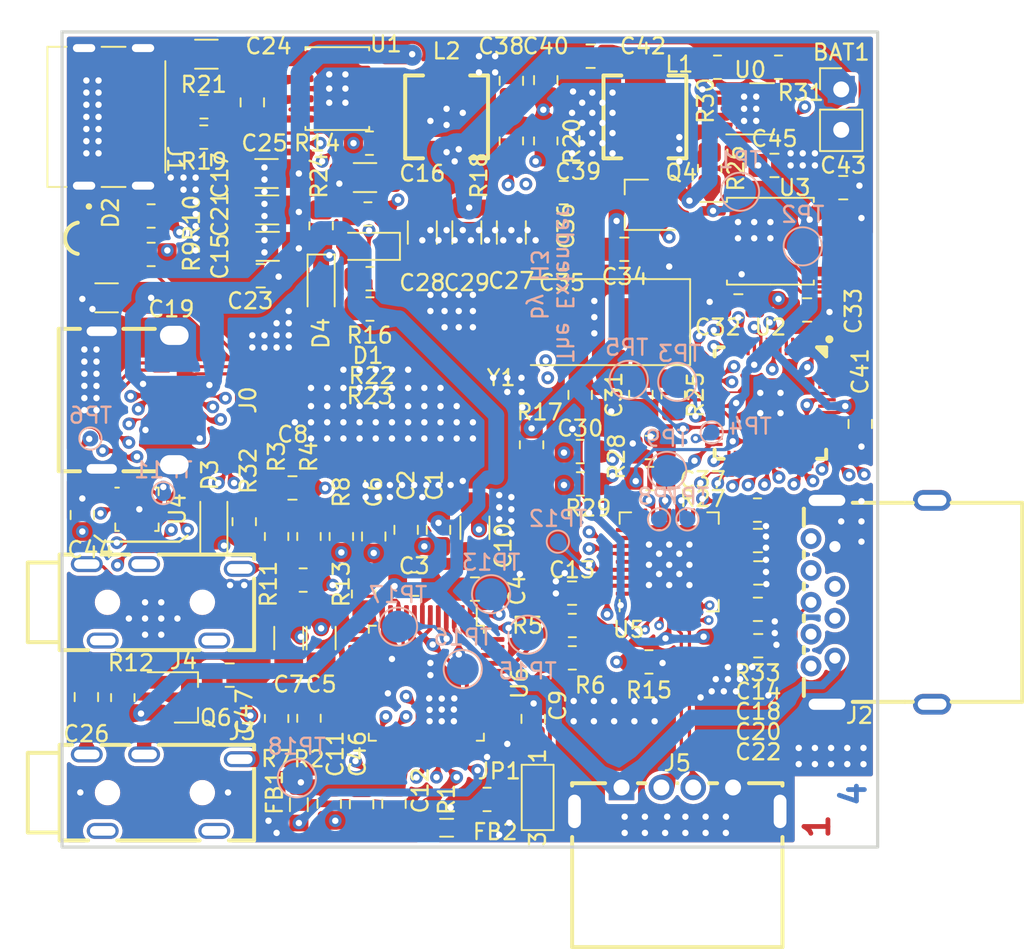
<source format=kicad_pcb>
(kicad_pcb (version 20221018) (generator pcbnew)
  (layers (0 "F.Cu" mixed) (1 "In1.Cu" jumper) (2 "In2.Cu" signal) (31 "B.Cu" power) (34 "B.Paste" user) (35 "F.Paste" user) (36 "B.SilkS" user "B.Silkscreen") (37 "F.SilkS" user "F.Silkscreen") (38 "B.Mask" user) (39 "F.Mask" user) (44 "Edge.Cuts" user))
  (net 0 "")
  (net 1 "+5V")
  (net 2 "GND")
  (net 3 "SND_1V8")
  (net 4 "SND_R")
  (net 5 "Net-(C5-Pad2)")
  (net 6 "GNDA")
  (net 7 "Net-(C6-Pad2)")
  (net 8 "SND_L")
  (net 9 "Net-(C7-Pad2)")
  (net 10 "Net-(C8-Pad1)")
  (net 11 "SND_MICIN")
  (net 12 "Net-(U5-PLLFILT)")
  (net 13 "Net-(U5-CRFILT)")
  (net 14 "CHG_VBUS")
  (net 15 "+BATT")
  (net 16 "Net-(U2-XIN)")
  (net 17 "Net-(C31-Pad2)")
  (net 18 "+1V1")
  (net 19 "+3V3")
  (net 20 "Net-(U2-ADC_AVDD)")
  (net 21 "HOST_USB_D+")
  (net 22 "HOST_USB_D-")
  (net 23 "Net-(D2-GA)")
  (net 24 "Net-(D2-BA)")
  (net 25 "Net-(D2-RA)")
  (net 29 "STOR_USB_D-")
  (net 30 "STOR_USB_D+")
  (net 31 "EXT_USB_D+")
  (net 32 "EXT_USB_D-")
  (net 33 "Net-(J4-PadT)")
  (net 34 "SND_MSEL")
  (net 38 "HUB_EN")
  (net 39 "Net-(J3-PadT)")
  (net 40 "MIC_T")
  (net 41 "SND_USB_D-")
  (net 42 "SND_USB_D+")
  (net 43 "Net-(J3-PadR)")
  (net 44 "SND_MICBIAS")
  (net 45 "RP_LED_G")
  (net 46 "Net-(JP1-B)")
  (net 47 "SND_LED_O")
  (net 48 "Net-(U0-LX1)")
  (net 49 "Net-(U0-LX2)")
  (net 50 "SDA")
  (net 51 "SCL")
  (net 52 "Net-(U5-RBIAS)")
  (net 53 "Net-(U5-SUSP_IND{slash}LOCAL_PWR{slash}NON_REM0)")
  (net 54 "MCU_USB_D+")
  (net 55 "MCU_USB_D-")
  (net 56 "REG3_PS")
  (net 57 "Net-(U2-XOUT)")
  (net 58 "Net-(U2-QSPI_SS)")
  (net 59 "Net-(U0-FB)")
  (net 60 "CHG_CC2")
  (net 61 "CHG_CC1")
  (net 62 "REG5_KEY")
  (net 63 "Net-(U5-HS_IND{slash}CFG_SEL1)")
  (net 64 "Net-(U2-SWCLK)")
  (net 65 "Net-(U2-SWD)")
  (net 66 "PB_INT")
  (net 67 "CLK_24M")
  (net 68 "HUB_SCL")
  (net 69 "HUB_SDA")
  (net 70 "SND_EEPROM_DR")
  (net 71 "SND_EEPROM_DW")
  (net 72 "SND_EEPROM_SCK")
  (net 73 "SND_EEPROM_CS")
  (net 78 "RP_LED_R")
  (net 81 "UART_RX")
  (net 83 "CC_USB_INT")
  (net 85 "Net-(U1-SW)")
  (net 86 "Net-(U2-QSPI_SD3)")
  (net 87 "Net-(U2-QSPI_SCLK)")
  (net 88 "Net-(U2-QSPI_SD0)")
  (net 89 "Net-(U2-QSPI_SD2)")
  (net 90 "Net-(U2-QSPI_SD1)")
  (net 92 "+3.3VP")
  (net 94 "SND_MIC_EN")
  (net 96 "CC1")
  (net 97 "CC2")
  (net 99 "+5VA")
  (net 101 "USB3RX+")
  (net 102 "USB3RX-")
  (net 103 "USB3TX-")
  (net 104 "USB3TX+")
  (net 105 "MCU_COMP_D+")
  (net 106 "MCU_COMP_D-")
  (net 112 "UART_TX")
  (net 114 "+3.3VA")
  (net 115 "SND_HP_DETECT")
  (net 118 "SND_5V")
  (net 119 "Net-(U1-BAT)")
  (net 120 "RP_VBAT")
  (net 121 "Net-(U1-KEY)")
  (net 122 "Net-(U1-IRQ)")
  (net 123 "Net-(U6-AREG36)")
  (net 124 "Net-(U6-VREF)")
  (net 125 "Net-(U6-USBDM)")
  (net 126 "Net-(U6-USBDP)")
  (footprint "easyeda2kicad:IND-SMD_L5.2-W5.2_YSPI0530" (layer "F.Cu") (at 82.296 27.94 90)
    (fp_text reference "L1")
    (fp_text value "MCS0530-4R7MN2" hide)
  )
  (footprint "e2k_edit:AUDIO-TH_PJ-327D-5A" (layer "F.Cu") (at 52.07 70.371 90)
    (fp_text reference "J3")
    (fp_text value "PJ-327D-5A")
  )
  (footprint "e2k_edit:TYPE-C-SMD_C9900025773" (layer "F.Cu") (at 50.8 45.72 -90)
    (fp_text reference "J0")
    (fp_text value "TYPE-C 24P QT 143")
  )
  (footprint "Capacitor_SMD:C_1206_3216Metric_Pad1.33x1.80mm_HandSolder" (layer "F.Cu") (at 61.976 60.6675 -90)
    (fp_text reference "C5")
    (fp_text value "100u")
  )
  (footprint "Connector_PinHeader_2.54mm:PinHeader_1x02_P2.54mm_Vertical" (layer "F.Cu") (at 94.615 26.215)
    (fp_text reference "BAT1")
    (fp_text value "Li-Ion")
  )
  (footprint "Capacitor_SMD:C_0805_2012Metric_Pad1.18x1.45mm_HandSolder" (layer "F.Cu") (at 89.3865 58.859)
    (fp_text reference "C20")
    (fp_text value "100n")
  )
  (footprint "Capacitor_SMD:C_0805_2012Metric_Pad1.18x1.45mm_HandSolder" (layer "F.Cu") (at 69.342 53.8695 90)
    (fp_text reference "C1")
    (fp_text value "100n")
  )
  (footprint "Capacitor_SMD:C_0805_2012Metric_Pad1.18x1.45mm_HandSolder" (layer "F.Cu") (at 73.914 25.6755 90)
    (fp_text reference "C38")
    (fp_text value "1u")
  )
  (footprint "Capacitor_SMD:C_0805_2012Metric_Pad1.18x1.45mm_HandSolder" (layer "F.Cu") (at 89.408 56.573)
    (fp_text reference "C18")
    (fp_text value "1u")
  )
  (footprint "Capacitor_SMD:C_0805_2012Metric_Pad1.18x1.45mm_HandSolder" (layer "F.Cu") (at 78.232 45.397 90)
    (fp_text reference "C30")
    (fp_text value "27p")
  )
  (footprint "Capacitor_SMD:C_0805_2012Metric_Pad1.18x1.45mm_HandSolder" (layer "F.Cu") (at 89.408 61.145)
    (fp_text reference "C22")
    (fp_text value "100n")
  )
  (footprint "Capacitor_SMD:C_0805_2012Metric_Pad1.18x1.45mm_HandSolder" (layer "F.Cu") (at 95.8088 47.2225 -90)
    (fp_text reference "C41")
    (fp_text value "100n")
  )
  (footprint "Capacitor_SMD:C_1206_3216Metric_Pad1.33x1.80mm_HandSolder" (layer "F.Cu") (at 48.514 39.301 180)
    (fp_text reference "C19")
    (fp_text value "22u")
  )
  (footprint "Capacitor_SMD:C_1206_3216Metric_Pad1.33x1.80mm_HandSolder" (layer "F.Cu") (at 58.624 36.068 180)
    (fp_text reference "C15")
    (fp_text value "22u")
  )
  (footprint "Capacitor_SMD:C_1206_3216Metric_Pad1.33x1.80mm_HandSolder" (layer "F.Cu") (at 58.5855 33.782 180)
    (fp_text reference "C21")
    (fp_text value "22u")
  )
  (footprint "H3_Other:IP5306" (layer "F.Cu") (at 62.992 26.162 -90)
    (fp_text reference "U1")
    (fp_text value "IP5306-I2C")
  )
  (footprint "Resistor_SMD:R_0805_2012Metric_Pad1.20x1.40mm_HandSolder" (layer "F.Cu") (at 65.008 29.591)
    (fp_text reference "R14")
    (fp_text value "0R5")
  )
  (footprint "Resistor_SMD:R_0805_2012Metric_Pad1.20x1.40mm_HandSolder" (layer "F.Cu") (at 72.39 70.797)
    (fp_text reference "R1")
    (fp_text value "1k")
  )
  (footprint "Capacitor_SMD:C_1206_3216Metric_Pad1.33x1.80mm_HandSolder" (layer "F.Cu") (at 54.7755 24.003 180)
    (fp_text reference "C24")
    (fp_text value "22u")
  )
  (footprint "Capacitor_SMD:C_0805_2012Metric_Pad1.18x1.45mm_HandSolder" (layer "F.Cu") (at 47.244 64.3675 90)
    (fp_text reference "C26")
    (fp_text value "1u")
  )
  (footprint "Capacitor_SMD:C_0805_2012Metric_Pad1.18x1.45mm_HandSolder" (layer "F.Cu") (at 77.2375 36.761 180)
    (fp_text reference "C35")
    (fp_text value "1u")
  )
  (footprint "Jumper:SolderJumper-3_P1.3mm_Bridged12_Pad1.0x1.5mm_NumberLabels" (layer "F.Cu") (at 75.565 70.67 -90)
    (fp_text reference "JP1")
    (fp_text value "SolderJumper_3_Bridged12" hide)
  )
  (footprint "Package_QFP:LQFP-48_7x7mm_P0.5mm" (layer "F.Cu") (at 68.58 63.5 -90)
    (fp_text reference "U6")
    (fp_text value "HS-100B")
  )
  (footprint "Resistor_SMD:R_0805_2012Metric_Pad1.20x1.40mm_HandSolder" (layer "F.Cu") (at 60.849 57.023)
    (fp_text reference "R11")
    (fp_text value "100k")
  )
  (footprint "Resistor_SMD:R_0805_2012Metric_Pad1.20x1.40mm_HandSolder" (layer "F.Cu") (at 59.182 54.287 90)
    (fp_text reference "R3")
    (fp_text value "8k2")
  )
  (footprint "Resistor_SMD:R_0805_2012Metric_Pad1.20x1.40mm_HandSolder" (layer "F.Cu") (at 73.914 29.448 -90)
    (fp_text reference "R18")
    (fp_text value "4k7")
  )
  (footprint "Capacitor_SMD:C_1206_3216Metric_Pad1.33x1.80mm_HandSolder" (layer "F.Cu") (at 58.547 31.496 180)
    (fp_text reference "C17")
    (fp_text value "22u")
  )
  (footprint "Resistor_SMD:R_0805_2012Metric_Pad1.20x1.40mm_HandSolder" (layer "F.Cu") (at 54.626 27.305 180)
    (fp_text reference "R21")
    (fp_text value "5k1")
  )
  (footprint "easyeda2kicad:IND-SMD_L5.2-W5.2_YSPI0530" (layer "F.Cu") (at 69.85 27.94 -90)
    (fp_text reference "L2")
    (fp_text value "MCS0530-4R7MN2" hide)
  )
  (footprint "Capacitor_SMD:C_0805_2012Metric_Pad1.18x1.45mm_HandSolder" (layer "F.Cu") (at 66.548 71.0725 -90)
    (fp_text reference "C12")
    (fp_text value "100n" hide)
  )
  (footprint "Resistor_SMD:R_0805_2012Metric_Pad1.20x1.40mm_HandSolder" (layer "F.Cu") (at 86.36 31.173 -90)
    (fp_text reference "R26")
    (fp_text value "10k")
  )
  (footprint "Capacitor_SMD:C_0805_2012Metric_Pad1.18x1.45mm_HandSolder" (layer "F.Cu") (at 58.185 37.915 180)
    (fp_text reference "C23")
    (fp_text value "1u")
  )
  (footprint "Resistor_SMD:R_0805_2012Metric_Pad1.20x1.40mm_HandSolder" (layer "F.Cu") (at 64.913 34.036)
    (fp_text reference "R16")
    (fp_text value "10k")
  )
  (footprint "Resistor_SMD:R_0805_2012Metric_Pad1.20x1.40mm_HandSolder" (layer "F.Cu") (at 82.6008 50.6476)
    (fp_text reference "R27")
    (fp_text value "10k")
  )
  (footprint "Capacitor_SMD:C_1206_3216Metric_Pad1.33x1.80mm_HandSolder" (layer "F.Cu") (at 59.944 60.6675 -90)
    (fp_text reference "C7")
    (fp_text value "100u")
  )
  (footprint "Resistor_SMD:R_0805_2012Metric_Pad1.20x1.40mm_HandSolder" (layer "F.Cu") (at 75.184 48.53 90)
    (fp_text reference "R17")
    (fp_text value "10k")
  )
  (footprint "Capacitor_SMD:C_1206_3216Metric_Pad1.33x1.80mm_HandSolder" (layer "F.Cu") (at 64.7315 31.75 180)
    (fp_text reference "C16")
    (fp_text value "22u")
  )
  (footprint "Inductor_SMD:L_0805_2012Metric_Pad1.05x1.20mm_HandSolder" (layer "F.Cu") (at 60.579 71.127 -90)
    (fp_text reference "FB1")
    (fp_text value "FerriteBead" hide)
  )
  (footprint "Resistor_SMD:R_0805_2012Metric_Pad1.20x1.40mm_HandSolder" (layer "F.Cu") (at 77.74 59.875)
    (fp_text reference "R5")
    (fp_text value "39" hide)
  )
  (footprint "Resistor_SMD:R_0805_2012Metric_Pad1.20x1.40mm_HandSolder" (layer "F.Cu") (at 84.074 45.397 -90)
    (fp_text reference "R25")
    (fp_text value "1k")
  )
  (footprint "Capacitor_SMD:C_0805_2012Metric_Pad1.18x1.45mm_HandSolder" (layer "F.Cu") (at 71.628 57.589 180)
    (fp_text reference "C4")
    (fp_text value "1u")
  )
  (footprint "Capacitor_SMD:C_1206_3216Metric_Pad1.33x1.80mm_HandSolder" (layer "F.Cu") (at 68.326 35.1985 -90)
    (fp_text reference "C28")
    (fp_text value "22u" hide)
  )
  (footprint "Capacitor_SMD:C_0805_2012Metric_Pad1.18x1.45mm_HandSolder" (layer "F.Cu") (at 64.516 71.0985 -90)
    (fp_text reference "C46")
    (fp_text value "100n")
  )
  (footprint "Resistor_SMD:R_0805_2012Metric_Pad1.20x1.40mm_HandSolder" (layer "F.Cu") (at 59.182 65.717 -90)
    (fp_text reference "R7")
    (fp_text value "39")
  )
  (footprint "Diode_SMD:D_SOD-323_HandSoldering" (layer "F.Cu") (at 55.244 53.356 90)
    (fp_text reference "D3")
    (fp_text value "LM3Z3V3T1G")
  )
  (footprint "Resistor_SMD:R_0805_2012Metric_Pad1.20x1.40mm_HandSolder" (layer "F.Cu") (at 86.852 24.823)
    (fp_text reference "R30")
    (fp_text value "487k")
  )
  (footprint "Capacitor_SMD:C_1206_3216Metric_Pad1.33x1.80mm_HandSolder" (layer "F.Cu") (at 73.914 35.1985 -90)
    (fp_text reference "C27")
    (fp_text value "22u" hide)
  )
  (footprint "Capacitor_SMD:C_0805_2012Metric_Pad1.18x1.45mm_HandSolder" (layer "F.Cu") (at 76.073 25.6325 90)
    (fp_text reference "C40")
    (fp_text value "100n")
  )
  (footprint "Resistor_SMD:R_0805_2012Metric_Pad1.20x1.40mm_HandSolder" (layer "F.Cu") (at 61.214 54.287 90)
    (fp_text reference "R4")
    (fp_text value "8k2")
  )
  (footprint "Capacitor_SMD:C_0805_2012Metric_Pad1.18x1.45mm_HandSolder" (layer "F.Cu") (at 60.1765 51.239)
    (fp_text reference "C8")
    (fp_text value "100n")
  )
  (footprint "Capacitor_SMD:C_0805_2012Metric_Pad1.18x1.45mm_HandSolder" (layer "F.Cu") (at 88.1595 39.809)
    (fp_text reference "C32")
    (fp_text value "1u")
  )
  (footprint "Resistor_SMD:R_0805_2012Metric_Pad1.20x1.40mm_HandSolder" (layer "F.Cu") (at 51.308 36.576)
    (fp_text reference "R9")
    (fp_text value "1k")
  )
  (footprint "Capacitor_SMD:C_0805_2012Metric_Pad1.18x1.45mm_HandSolder" (layer "F.Cu") (at 90.424 30.988)
    (fp_text reference "C45")
    (fp_text value "1u")
  )
  (footprint "Resistor_SMD:R_0805_2012Metric_Pad1.20x1.40mm_HandSolder" (layer "F.Cu") (at 65.04 38.1 180)
    (fp_text reference "R22")
    (fp_text value "100k")
  )
  (footprint "Capacitor_SMD:C_0805_2012Metric_Pad1.18x1.45mm_HandSolder" (layer "F.Cu") (at 77.724 57.843)
    (fp_text reference "C13")
    (fp_text value "100n")
  )
  (footprint "Capacitor_SMD:C_0805_2012Metric_Pad1.18x1.45mm_HandSolder" (layer "F.Cu") (at 62.484 71.0725 -90)
    (fp_text reference "C11")
    (fp_text value "1u" hide)
  )
  (footprint "Resistor_SMD:R_0805_2012Metric_Pad1.20x1.40mm_HandSolder" (layer "F.Cu") (at 77.74 61.907 180)
    (fp_text reference "R6")
    (fp_text value "39" hide)
  )
  (footprint "Resistor_SMD:R_0805_2012Metric_Pad1.20x1.40mm_HandSolder" (layer "F.Cu") (at 78.232 48.953)
    (fp_text reference "R28")
    (fp_text value "27.4")
  )
  (footprint "easyeda2kicad:USB-A-TH_XKB_U231-091N-XXX" (layer "F.Cu") (at 96.52 58.42 90)
    (fp_text reference "J2")
    (fp_text value "U231-091N-3BLRC11" hide)
  )
  (footprint "Package_TO_SOT_SMD:SOT-23_Handsoldering" (layer "F.Cu") (at 53.491 64.389)
    (fp_text reference "Q6")
    (fp_text value "SSM3J332R,LF")
  )
  (footprint "Resistor_SMD:R_0805_2012Metric_Pad1.20x1.40mm_HandSolder" (layer "F.Cu") (at 82.55 62.161)
    (fp_text reference "R15")
    (fp_text value "12k")
  )
  (footprint "Crystal:Crystal_SMD_7050-2Pin_7.0x5.0mm_HandSoldering" (layer "F.Cu") (at 78.834 40.825 180)
    (fp_text reference "Y1")
    (fp_text value "ABLS-12.000MHZ-20-B-3-H-T" hide)
  )
  (footprint "Resistor_SMD:R_0805_2012Metric_Pad1.20x1.40mm_HandSolder" (layer "F.Cu") (at 57.15 53.356 90)
    (fp_text reference "R32")
    (fp_text value "100k")
  )
  (footprint "easyeda2kicad:LQFN-56_L7.0-W7.0-P0.4-EP" (layer "F.Cu") (at 90.17 45.905 -90)
    (fp_text reference "U2")
    (fp_text value "RP2040")
  )
  (footprint "Capacitor_SMD:C_0805_2012Metric_Pad1.18x1.45mm_HandSolder" (layer "F.Cu") (at 46.99 52.9375 90)
    (fp_text reference "C44")
    (fp_text value "100n")
  )
  (footprint "Capacitor_SMD:C_0805_2012Metric_Pad1.18x1.45mm_HandSolder" (layer "F.Cu") (at 67.818 57.277 180)
    (fp_text reference "C3")
    (fp_text value "100n")
  )
  (footprint "Capacitor_SMD:C_0805_2012Metric_Pad1.18x1.45mm_HandSolder" (layer "F.Cu") (at 77.1945 32.697 180)
    (fp_text reference "C39")
    (fp_text value "100n")
  )
  (footprint "Capacitor_SMD:C_0805_2012Metric_Pad1.18x1.45mm_HandSolder" (layer "F.Cu") (at 82.042 45.397 90)
    (fp_text reference "C31")
    (fp_text value "27p")
  )
  (footprint "Capacitor_SMD:C_0805_2012Metric_Pad1.18x1.45mm_HandSolder" (layer "F.Cu") (at 65.278 54.287 90)
    (fp_text reference "C6")
    (fp_text value "4u7")
  )
  (footprint "Resistor_SMD:R_0805_2012Metric_Pad1.20x1.40mm_HandSolder" (layer "F.Cu") (at 90.678 24.823)
    (fp_text reference "R31")
    (fp_text value "86k6")
  )
  (footprint "e2k_edit:AUDIO-TH_PJ-327D-5A" (layer "F.Cu") (at 52.07 58.42 90)
    (fp_text reference "J4")
    (fp_text value "PJ-327D-5A")
  )
  (footprint "Resistor_SMD:R_0805_2012Metric_Pad1.20x1.40mm_HandSolder" (layer "F.Cu") (at 49.53 64.405 -90)
    (fp_text reference "R12")
    (fp_text value "100k")
  )
  (footprint "Capacitor_SMD:C_1206_3216Metric_Pad1.33x1.80mm_HandSolder" (layer "F.Cu") (at 71.628 53.7405 -90)
    (fp_text reference "C10")
    (fp_text value "10u")
  )
  (footprint "Capacitor_SMD:C_1206_3216Metric_Pad1.33x1.80mm_HandSolder" (layer "F.Cu") (at 71.12 35.1985 -90)
    (fp_text reference "C29")
    (fp_text value "22u" hide)
  )
  (footprint "Resistor_SMD:R_0805_2012Metric_Pad1.20x1.40mm_HandSolder" (layer "F.Cu") (at 64.643 57.896 -90)
    (fp_text reference "R13")
    (fp_text value "4k7")
  )
  (footprint "Inductor_SMD:L_0805_2012Metric_Pad1.05x1.20mm_HandSolder" (layer "F.Cu") (at 69.85 72.575)
    (fp_text reference "FB2")
    (fp_text value "FerriteBead" hide)
  )
  (footprint "Capacitor_SMD:C_0805_2012Metric_Pad1.18x1.45mm_HandSolder" (layer "F.Cu") (at 82.6008 48.699 180)
    (fp_text reference "C37")
    (fp_text value "1u")
  )
  (footprint "Resistor_SMD:R_0805_2012Metric_Pad1.20x1.40mm_HandSolder" (layer "F.Cu") (at 51.308 34.163)
    (fp_text reference "R10")
    (fp_text value "2k2")
  )
  (footprint "Resistor_SMD:R_0805_2012Metric_Pad1.20x1.40mm_HandSolder" (layer "F.Cu") (at 78.248 50.985)
    (fp_text reference "R29")
    (fp_text value "27.4")
  )
  (footprint "Capacitor_SMD:C_0805_2012Metric_Pad1.18x1.45mm_HandSolder" (layer "F.Cu") (at 89.3865 54.541 180)
    (fp_text reference "C14")
    (fp_text value "100n")
  )
  (footprint "Package_DFN_QFN:WDFN-10-1EP_3x3mm_P0.5mm_EP1.8x2.5mm" (layer "F.Cu") (at 88.9 27.432)
    (fp_text reference "U0")
    (fp_text value "RT6150AGQW")
  )
  (footprint "Package_DFN_QFN:WQFN-14-1EP_2.5x2.5mm_P0.5mm_EP1.45x1.45mm" (layer "F.Cu") (at 50.419 52.578)
    (fp_text reference "U4")
    (fp_text value "FUSB302BMPX")
  )
  (footprint "Capacitor_SMD:C_0805_2012Metric_Pad1.18x1.45mm_HandSolder" (layer "F.Cu") (at 57.658 27.0295 -90)
    (fp_text reference "C25")
    (fp_text value "100n")
  )
  (footprint "Capacitor_SMD:C_0805_2012Metric_Pad1.18x1.45mm_HandSolder" (layer "F.Cu") (at 92.4775 40.063 180)
    (fp_text reference "C33")
    (fp_text value "100n")
  )
  (footprint "easyeda2kicad:LED-SMD_4P-L3.0-W1.5-L" (layer "F.Cu") (at 47.5526 35.562 -90)
    (fp_text reference "D2")
    (fp_text value "MHSC110RGBCT" hide)
  )
  (footprint "Capacitor_SMD:C_0805_2012Metric_Pad1.18x1.45mm_HandSolder" (layer "F.Cu") (at 67.31 53.8695 -90)
    (fp_text reference "C2")
    (fp_text value "100n")
  )
  (footprint "Resistor_SMD:R_0805_2012Metric_Pad1.20x1.40mm_HandSolder" (layer "F.Cu") (at 63.246 54.287 -90)
    (fp_text reference "R8")
    (fp_text value "8k2")
  )
  (footprint "Package_DFN_QFN:QFN-36-1EP_6x6mm_P0.5mm_EP3.7x3.7mm" (layer "F.Cu") (at 83.82 55.88 90)
    (fp_text reference "U5")
    (fp_text value "USB2514B_Bi" hide)
  )
  (footprint "Resistor_SMD:R_0805_2012Metric_Pad1.20x1.40mm_HandSolder" (layer "F.Cu") (at 61.214 65.701 90)
    (fp_text reference "R2")
    (fp_text value "39")
  )
  (footprint "Resistor_SMD:R_0805_2012Metric_Pad1.20x1.40mm_HandSolder" (layer "F.Cu") (at 61.976 34.782 -90)
    (fp_text reference "R24")
    (fp_text value "10k")
  )
  (footprint "Capacitor_SMD:C_0805_2012Metric_Pad1.18x1.45mm_HandSolder" (layer "F.Cu") (at 75.284052 65.737641 90)
    (fp_text reference "C9")
    (fp_text value "1u" hide)
  )
  (footprint "Capacitor_SMD:C_0805_2012Metric_Pad1.18x1.45mm_HandSolder" (layer "F.Cu") (at 94.742 32.385)
    (fp_text reference "C43")
    (fp_text value "100n")
  )
  (footprint "Capacitor_SMD:C_0805_2012Metric_Pad1.18x1.45mm_HandSolder" (layer "F.Cu") (at 56.2395 62.992)
    (fp_text reference "C47")
    (fp_text value "100n")
  )
  (footprint "Package_SO:SOIC-8_5.23x5.23mm_P1.27mm" (layer "F.Cu") (at 90.17 35.745)
    (fp_text reference "U3")
    (fp_text value "W25Q32JVSS")
  )
  (footprint "Capacitor_SMD:C_0805_2012Metric_Pad1.18x1.45mm_HandSolder" (layer "F.Cu") (at 81.0045 36.253)
    (fp_text reference "C34")
    (fp_text value "1u")
  )
  (footprint "Diode_SMD:D_SOD-323_HandSoldering" (layer "F.Cu") (at 64.913 36.068 180)
    (fp_text reference "D1")
    (fp_text value "LM3Z3V3T1G")
  )
  (footprint "Capacitor_SMD:C_0805_2012Metric_Pad1.18x1.45mm_HandSolder" (layer "F.Cu") (at 78.8885 24.13 180)
    (fp_text reference "C42")
    (fp_text value "100n")
  )
  (footprint "H3_Connectors:TYPE-C-31-M-16" (layer "F.Cu") (at 50.8 27.94 -90)
    (fp_text reference "J1")
    (fp_text value "TYPE-C-31-M-16")
  )
  (footprint "easyeda2kicad:USB-A-TH_AF-10.0-HC6.3" (layer "F.Cu") (at 84.328 70.797)
    (fp_text reference "J5")
    (fp_text value "AF 10.0 HC6.3" hide)
  )
  (footprint "Resistor_SMD:R_0805_2012Metric_Pad1.20x1.40mm_HandSolder" (layer "F.Cu") (at 65.04 40.005)
    (fp_text reference "R23")
    (fp_text value "100k")
  )
  (footprint "Diode_SMD:D_SOD-323_HandSoldering" (layer "F.Cu") (at 61.976 38.592 -90)
    (fp_text reference "D4")
    (fp_text value "LM3Z3V3T1G")
  )
  (footprint "Package_TO_SOT_SMD:SOT-23_Handsoldering" (layer "F.Cu") (at 81.788 33.459 180)
    (fp_text reference "Q4")
    (fp_text value "SSM3J332R,LF" hide)
  )
  (footprint "Resistor_SMD:R_0805_2012Metric_Pad1.20x1.40mm_HandSolder" (layer "F.Cu") (at 89.3572 52.6288)
    (fp_text reference "R33")
    (fp_text value "10k")
  )
  (footprint "Resistor_SMD:R_0805_2012Metric_Pad1.20x1.40mm_HandSolder" (layer "F.Cu") (at 76.073 29.448 -90)
    (fp_text reference "R20")
    (fp_text value "4k7")
  )
  (footprint "Capacitor_SMD:C_0805_2012Metric_Pad1.18x1.45mm_HandSolder" (layer "F.Cu") (at 77.2375 34.729 180)
    (fp_text reference "C36")
    (fp_text value "100n")
  )
  (footprint "Resistor_SMD:R_0805_2012Metric_Pad1.20x1.40mm_HandSolder" (layer "F.Cu") (at 54.61 29.21 180)
    (fp_text reference "R19")
    (fp_text value "5k1")
  )
  (footprint "TestPoint:TestPoint_Pad_D2.0mm" (layer "B.Cu") (at 81.28 44.45 180)
    (fp_text reference "TP5")
    (fp_text value "SWD")
  )
  (footprint "TestPoint:TestPoint_Pad_D2.0mm" (layer "B.Cu") (at 60.452 69.469 180)
    (fp_text reference "TP18")
    (fp_text value "5V_A")
  )
  (footprint "TestPoint:TestPoint_Pad_D1.0mm" (layer "B.Cu") (at 76.835 54.61 180)
    (fp_text reference "TP12")
    (fp_text value "24M")
  )
  (footprint "TestPoint:TestPoint_Pad_D1.0mm" (layer "B.Cu") (at 84.963 53.213 180)
    (fp_text reference "TP7")
    (fp_text value "hSDA")
  )
  (footprint "TestPoint:TestPoint_Pad_D2.0mm" (layer "B.Cu") (at 74.93 60.452 180)
    (fp_text reference "TP15")
    (fp_text value "seW")
  )
  (footprint "TestPoint:TestPoint_Pad_D1.0mm" (layer "B.Cu") (at 47.498 48.133 180)
    (fp_text reference "TP6")
    (fp_text value "CC2")
  )
  (footprint "TestPoint:TestPoint_Pad_D1.0mm" (layer "B.Cu") (at 83.185 53.213 180)
    (fp_text reference "TP8")
    (fp_text value "hSCL")
  )
  (footprint "TestPoint:TestPoint_Pad_D2.0mm" (layer "B.Cu") (at 84.328 44.577 180)
    (fp_text reference "TP3")
    (fp_text value "SWCLK")
  )
  (footprint "TestPoint:TestPoint_Pad_D2.0mm" (layer "B.Cu") (at 66.802 59.944 180)
    (fp_text reference "TP17")
    (fp_text value "seS")
  )
  (footprint "TestPoint:TestPoint_Pad_D2.0mm" (layer "B.Cu") (at 70.866 62.611 180)
    (fp_text reference "TP16")
    (fp_text value "seC")
  )
  (footprint "TestPoint:TestPoint_Pad_D2.0mm" (layer "B.Cu") (at 83.693 50.165 180)
    (fp_text reference "TP9")
    (fp_text value "TX")
  )
  (footprint "TestPoint:TestPoint_Pad_D1.0mm" (layer "B.Cu") (at 52.07 51.562 180)
    (fp_text reference "TP11")
    (fp_text value "CC1")
  )
  (footprint "TestPoint:TestPoint_Pad_D1.0mm" (layer "B.Cu") (at 86.487 47.752 180)
    (fp_text reference "TP4")
    (fp_text value "RX")
  )
  (footprint "TestPoint:TestPoint_Pad_D2.0mm" (layer "B.Cu") (at 72.644 57.912 180)
    (fp_text reference "TP13")
    (fp_text value "seR")
  )
  (footprint "TestPoint:TestPoint_Pad_D2.0mm" (layer "B.Cu") (at 92.202 36.068 180)
    (fp_text reference "TP2")
    (fp_text value "3V3")
  )
  (footprint "TestPoint:TestPoint_Pad_D2.0mm" (layer "B.Cu") (at 88.265 32.639 180)
    (fp_text reference "TP1")
    (fp_text value "BOOT")
  )
  (gr_line (start 48.26 54.61) (end 47.752 54.229) (stroke (width 0.15)) (layer "F.SilkS"))
  (gr_line (start 53.594 54.229) (end 53.086 54.61) (stroke (width 0.15)) (layer "F.SilkS"))
  (gr_line (start 53.086 54.61) (end 48.26 54.61) (stroke (width 0.15)) (layer "F.SilkS"))
  (gr_rect (start 45.72 22.606) (end 96.901 73.787) (stroke (width 0.2)) (fill none) (layer "Edge.Cuts"))
  (gr_text "1" (at 93.98 73.406 90) (layer "F.Cu") (effects (font (size 1.5 1.5) (thickness 0.3) bold) (justify left bottom)))
  (gr_text "4" (at 96.266 71.374 90) (layer "B.Cu") (effects (font (size 1.5 1.5) (thickness 0.3) bold) (justify left bottom)))
  (gr_text "The Extender\nby H3" (at 76.454 38.481 270) (layer "B.SilkS") (effects (font (size 1 1)) (justify mirror)))
  (segment (start 54.964601 44.7745) (end 54.790101 44.6) (width 0.25) (layer "F.Cu") (net 1))
  (segment (start 67.432 24.262) (end 67.691 24.003) (width 0.75) (layer "F.Cu") (net 1))
  (segment (start 50.9524 47.5996) (end 50.9524 47.3326) (width 0.25) (layer "F.Cu") (net 1))
  (segment (start 54.356 48.133) (end 54.356 47.511) (width 0.25) (layer "F.Cu") (net 1))
  (segment (start 51.991 65.339) (end 49.596 65.339) (width 1) (layer "F.Cu") (net 1))
  (segment (start 52.828 44.573) (end 53.413 44.573) (width 0.25) (layer "F.Cu") (net 1))
  (segment (start 49.596 65.339) (end 49.53 65.405) (width 1) (layer "F.Cu") (net 1))
  (segment (start 50.0765 39.301) (end 51.308 39.301) (width 2) (layer "F.Cu") (net 1))
  (segment (start 51.99 46.84) (end 52.555 46.84) (width 0.25) (layer "F.Cu") (net 1))
  (segment (start 52.013 44.323) (end 52.578 44.323) (width 0.25) (layer "F.Cu") (net 1))
  (segment (start 50.9524 47.3326) (end 51.445 46.84) (width 0.25) (layer "F.Cu") (net 1))
  (segment (start 52.578 44.323) (end 52.828 44.573) (width 0.25) (layer "F.Cu") (net 1))
  (segment (start 51.445 46.84) (end 51.99 46.84) (width 0.25) (layer "F.Cu") (net 1))
  (segment (start 50.8 44.704) (end 51.154 44.35) (width 0.25) (layer "F.Cu") (net 1))
  (segment (start 52.805 47.09) (end 53.39 47.09) (width 0.25) (layer "F.Cu") (net 1))
  (segment (start 49.1565 52.578) (end 48.387 52.578) (width 0.2) (layer "F.Cu") (net 1))
  (segment (start 52.555 46.84) (end 52.805 47.09) (width 0.25) (layer "F.Cu") (net 1))
  (segment (start 54.356 47.511) (end 53.935 47.09) (width 0.25) (layer "F.Cu") (net 1))
  (segment (start 51.154 44.35) (end 51.99 44.35) (width 0.25) (layer "F.Cu") (net 1))
  (segment (start 53.935 47.09) (end 53.39 47.09) (width 0.25) (layer "F.Cu") (net 1))
  (segment (start 54.790101 44.6) (end 53.39 44.6) (width 0.25) (layer "F.Cu") (net 1))
  (segment (start 50.673 65.405) (end 49.53 65.405) (width 0.2) (layer "F.Cu") (net 1))
  (segment (start 48.387 52.578) (end 48.133 52.832) (width 0.2) (layer "F.Cu") (net 1))
  (segment (start 66 24.262) (end 67.432 24.262) (width 0.75) (layer "F.Cu") (net 1))
  (via (at 50.9524 47.5996) (size 0.8) (drill 0.4) (layers "F.Cu" "B.Cu") (net 1))
  (via (at 66.5855 57.404) (size 0.8) (drill 0.4) (layers "F.Cu" "B.Cu") (net 1))
  (via (at 50.673 65.405) (size 0.8) (drill 0.4) (layers "F.Cu" "B.Cu") (net 1))
  (via (at 67.691 24.003) (size 0.8) (drill 0.4) (layers "F.Cu" "B.Cu") (net 1))
  (via (at 69.342 53.4305) (size 0.8) (drill 0.4) (layers "F.Cu" "B.Cu") (net 1))
  (via (at 54.964601 44.7745) (size 0.8) (drill 0.4) (layers "F.Cu" "B.Cu") (net 1))
  (via (at 50.8 44.704) (size 0.8) (drill 0.4) (layers "F.Cu" "B.Cu") (net 1))
  (via (at 60.579 31.496) (size 0.8) (drill 0.4) (layers "F.Cu" "B.Cu") (net 1))
  (via (at 51.308 39.301) (size 0.8) (drill 0.4) (layers "F.Cu" "B.Cu") (net 1))
  (via (at 59.309 37.973) (size 0.8) (drill 0.4) (layers "F.Cu" "B.Cu") (net 1))
  (via (at 60.579 36.195) (size 0.8) (drill 0.4) (layers "F.Cu" "B.Cu") (net 1))
  (via (at 48.133 52.832) (size 0.8) (drill 0.4) (layers "F.Cu" "B.Cu") (net 1))
  (via (at 60.579 33.909) (size 0.8) (drill 0.4) (layers "F.Cu" "B.Cu") (net 1))
  (via (at 54.356 48.133) (size 0.8) (drill 0.4) (layers "F.Cu" "B.Cu") (net 1))
  (segment (start 80.828 70.047) (end 80.429365 70.047) (width 1) (layer "B.Cu") (net 1))
  (segment (start 92.202 63.627) (end 93.432238 63.627) (width 0.5) (layer "B.Cu") (net 1))
  (segment (start 66.8815 40.5925) (end 65.278 40.5925) (width 1) (layer "B.Cu") (net 1))
  (segment (start 61.214 62.738) (end 53.34 62.738) (width 1) (layer "B.Cu") (net 1))
  (segment (start 76.581 64.262) (end 75.819 63.5) (width 1) (layer "B.Cu") (net 1))
  (segment (start 59.309 37.973) (end 59.309 37.901) (width 2) (layer "B.Cu") (net 1))
  (segment (start 75.819 63.5) (end 74.93 63.5) (width 1) (layer "B.Cu") (net 1))
  (segment (start 50.165 44.069) (end 50.165 40.444) (width 1) (layer "B.Cu") (net 1))
  (segment (start 53.917 39.301) (end 57.909 39.301) (width 2) (layer "B.Cu") (net 1))
  (segment (start 60.668511 31.585511) (end 60.668511 31.727532) (width 1.2) (layer "B.Cu") (net 1))
  (segment (start 51.308 39.301) (end 53.917 39.301) (width 2) (layer "B.Cu") (net 1))
  (segment (start 66.8395 57.658) (end 69.281614 57.658) (width 1) (layer "B.Cu") (net 1))
  (segment (start 90.200944 65.659) (end 85.216 65.659) (width 1) (layer "B.Cu") (net 1))
  (segment (start 71.882 52.324) (end 70.485 53.721) (width 0.8) (layer "B.Cu") (net 1))
  (segment (start 71.882 51.054) (end 71.882 52.324) (width 0.8) (layer "B.Cu") (net 1))
  (segment (start 69.6325 53.721) (end 70.485 53.721) (width 1) (layer "B.Cu") (net 1))
  (segment (start 80.429365 70.047) (end 76.581 66.198635) (width 1) (layer "B.Cu") (net 1))
  (segment (start 50.165 40.444) (end 51.308 39.301) (width 1) (layer "B.Cu") (net 1))
  (segment (start 60.579 36.195) (end 60.668511 36.105489) (width 1.3) (layer "B.Cu") (net 1))
  (segment (start 53.34 62.738) (end 50.673 65.405) (width 1) (layer "B.Cu") (net 1))
  (segment (start 69.281614 57.851614) (end 69.281614 57.658) (width 1) (layer "B.Cu") (net 1))
  (segment (start 60.668511 36.541489) (end 60.668511 36.284511) (width 1.3) (layer "B.Cu") (net 1))
  (segment (start 91.313 64.516) (end 92.202 63.627) (width 0.5) (layer "B.Cu") (net 1))
  (segment (start 60.668511 25.183489) (end 60.668511 31.406489) (width 1.2) (layer "B.Cu") (net 1))
  (segment (start 64.389 36.3855) (end 64.389 39.7035) (width 1.5) (layer "B.Cu") (net 1))
  (segment (start 62.484 35.237) (end 61.973 35.237) (width 1.5) (layer "B.Cu") (net 1))
  (segment (start 76.581 66.198635) (end 76.581 64.262) (width 1) (layer "B.Cu") (net 1))
  (segment (start 70.485 56.454614) (end 69.281614 57.658) (width 0.8) (layer "B.Cu") (net 1))
  (segment (start 93.432238 63.627) (end 94.22 62.839238) (width 0.5) (layer "B.Cu") (net 1))
  (segment (start 61.973 35.237) (end 60.668511 36.541489) (width 1.5) (layer "B.Cu") (net 1))
  (segment (start 55.118 40.502) (end 53.917 39.301) (width 1.5) (layer "B.Cu") (net 1))
  (segment (start 60.668511 33.998511) (end 60.579 33.909) (width 1.3) (layer "B.Cu") (net 1))
  (segment (start 69.342 53.4305) (end 69.6325 53.721) (width 1) (layer "B.Cu") (net 1))
  (segment (start 67.691 24.003) (end 61.849 24.003) (width 1.2) (layer "B.Cu") (net 1))
  (segment (start 63.2405 35.237) (end 64.389 36.3855) (width 1.5) (layer "B.Cu") (net 1))
  (segment (start 94.22 62.839238) (end 94.22 61.92) (width 0.5) (layer "B.Cu") (net 1))
  (segment (start 72.965918 50.546) (end 72.965918 46.676918) (width 1) (layer "B.Cu") (net 1))
  (segment (start 91.313 64.516) (end 91.313 64.546944) (width 1) (layer "B.Cu") (net 1))
  (segment (start 66.5855 57.404) (end 66.8395 57.658) (width 1) (layer "B.Cu") (net 1))
  (segment (start 50.8 44.704) (end 50.165 44.069) (width 1) (layer "B.Cu") (net 1))
  (segment (start 64.389 39.7035) (end 65.278 40.5925) (width 1.5) (layer "B.Cu") (net 1))
  (segment (start 72.39 50.546) (end 71.882 51.054) (width 0.8) (layer "B.Cu") (net 1))
  (segment (start 54.964601 44.7745) (end 55.245 44.494101) (width 1) (layer "B.Cu") (net 1))
  (segment (start 60.668511 36.105489) (end 60.668511 33.998511) (width 1.3) (layer "B.Cu") (net 1))
  (segment (start 57.909 39.301) (end 57.9105 39.2995) (width 2) (layer "B.Cu") (net 1))
  (segment (start 59.237 37.973) (end 59.309 37.973) (width 2) (layer "B.Cu") (net 1))
  (segment (start 55.245 42.926) (end 55.118 42.799) (width 1.5) (layer "B.Cu") (net 1))
  (segment (start 91.313 64.546944) (end 90.200944 65.659) (width 1) (layer "B.Cu") (net 1))
  (segment (start 66.548 57.404) (end 61.214 62.738) (width 1) (layer "B.Cu") (net 1))
  (segment (start 62.484 35.237) (end 63.2405 35.237) (width 1.5) (layer "B.Cu") (net 1))
  (segment (start 61.849 24.003) (end 60.668511 25.183489) (width 1.2) (layer "B.Cu") (net 1))
  (segment (start 74.93 63.5) (end 69.281614 57.851614) (width 1) (layer "B.Cu") (net 1))
  (segment (start 66.5855 57.404) (end 66.548 57.404) (width 1) (layer "B.Cu") (net 1))
  (segment (start 60.579 31.496) (end 60.668511 31.585511) (width 1.2) (layer "B.Cu") (net 1))
  (segment (start 57.9105 39.2995) (end 59.237 37.973) (width 2) (layer "B.Cu") (net 1))
  (segment (start 60.579 33.909) (end 60.668511 33.819489) (width 1.3) (layer "B.Cu") (net 1))
  (segment (start 60.668511 33.819489) (end 60.668511 31.727532) (width 1.3) (layer "B.Cu") (net 1))
  (segment (start 70.485 53.721) (end 70.485 56.454614) (width 0.8) (layer "B.Cu") (net 1))
  (segment (start 60.668511 31.406489) (end 60.579 31.496) (width 1.2) (layer "B.Cu") (net 1))
  (segment (start 85.216 65.659) (end 80.828 70.047) (width 1) (layer "B.Cu") (net 1))
  (segment (start 72.965918 50.546) (end 72.39 50.546) (width 0.8) (layer "B.Cu") (net 1))
  (segment (start 60.668511 36.284511) (end 60.579 36.195) (width 1.3) (layer "B.Cu") (net 1))
  (segment (start 72.965918 46.676918) (end 66.8815 40.5925) (width 1) (layer "B.Cu") (net 1))
  (segment (start 59.309 37.901) (end 60.668511 36.541489) (width 2) (layer "B.Cu") (net 1))
  (segment (start 67.691 24.13) (end 67.691 24.003) (width 1.2) (layer "B.Cu") (net 1))
  (segment (start 55.245 44.494101) (end 55.245 42.926) (width 1) (layer "B.Cu") (net 1))
  (segment (start 55.118 42.799) (end 55.118 40.502) (width 1.5) (layer "B.Cu") (net 1))
  (segment (start 76.157 32.697) (end 76.157 34.686) (width 1) (layer "F.Cu") (net 2))
  (segment (start 90.424 56.769) (end 90.4455 56.7905) (width 2) (layer "F.Cu") (net 2))
  (segment (start 90.4455 56.0285) (end 90.424 56.007) (width 2) (layer "F.Cu") (net 2))
  (segment (start 90.4455 56.7475) (end 90.424 56.769) (width 2) (layer "F.Cu") (net 2))
  (segment (start 90.4455 53.213) (end 90.4455 52.575552) (width 2) (layer "F.Cu") (net 2))
  (segment (start 51.0465 53.078) (end 50.284 53.078) (width 0.2) (layer "F.Cu") (net 2))
  (segment (start 73.083 72.575) (end 73.475 72.575) (width 1) (layer "F.Cu") (net 2))
  (segment (start 89.281 26.67) (end 89.4 26.99) (width 0.24) (layer "F.Cu") (net 2))
  (segment (start 90.4455 56.0617) (end 90.4455 56.0285) (width 2) (layer "F.Cu") (net 2))
  (segment (start 74.2624 56.827) (end 74.4474 56.642) (width 0.25) (layer "F.Cu") (net 2))
  (segment (start 90.4455 56.866836) (end 90.470968 56.841368) (width 2) (layer "F.Cu") (net 2))
  (segment (start 90.4455 60.3504) (end 90.4455 59.6177) (width 2) (layer "F.Cu") (net 2))
  (segment (start 90.4455 54.5625) (end 90.424 54.541) (width 2) (layer "F.Cu") (net 2))
  (segment (start 73.406 56.827) (end 74.2624 56.827) (width 0.25) (layer "F.Cu") (net 2))
  (segment (start 66.052 64.25) (end 66.167 64.135) (width 0.1016) (layer "F.Cu") (net 2))
  (segment (start 90.4455 53.908997) (end 90.424 53.887497) (width 2) (layer "F.Cu") (net 2))
  (segment (start 90.4455 56.573) (end 90.4455 58.8375) (width 2) (layer "F.Cu") (net 2))
  (segment (start 53.39 43.1) (end 53.39 42.722) (width 0.25) (layer "F.Cu") (net 2))
  (segment (start 65.83 60.242) (end 65.83 59.25) (width 0.2) (layer "F.Cu") (net 2))
  (segment (start 70.104 71.305) (end 70.882 71.305) (width 1) (layer "F.Cu") (net 2))
  (segment (start 53.39 48.6) (end 52.76 49.23) (width 0.25) (layer "F.Cu") (net 2))
  (segment (start 66.421 61.976) (end 66.421 60.833) (width 0.2) (layer "F.Cu") (net 2))
  (segment (start 47.7 40.0495) (end 46.9515 39.301) (width 1.5) (layer "F.Cu") (net 2))
  (segment (start 89.281 27.109) (end 89.281 27.432) (width 0.25) (layer "F.Cu") (net 2))
  (segment (start 51.99 48.35) (end 52.76 49.12) (width 0.25) (layer "F.Cu") (net 2))
  (segment (start 73.914 36.761) (end 75.184 36.761) (width 1) (layer "F.Cu") (net 2))
  (segment (start 90.4455 56.8159) (end 90.470968 56.841368) (width 2) (layer "F.Cu") (net 2))
  (segment (start 90.4455 52.575552) (end 90.435974 52.566026) (width 2) (layer "F.Cu") (net 2))
  (segment (start 87.487631 45.227311) (end 89.492311 45.227311) (width 0.1016) (layer "F.Cu") (net 2))
  (segment (start 75.184 36.761) (end 76.2 36.761) (width 1) (layer "F.Cu") (net 2))
  (segment (start 90.4455 61.145) (end 90.4455 60.3504) (width 2) (layer "F.Cu") (net 2))
  (segment (start 51.0465 52.578) (end 50.567 52.578) (width 0.2) (layer "F.Cu") (net 2))
  (segment (start 51.99 42.84) (end 52.76 42.07) (width 0.25) (layer "F.Cu") (net 2))
  (segment (start 72.39 68.13) (end 71.71 68.13) (width 0.4) (layer "F.Cu") (net 2))
  (segment (start 73.856 36.761) (end 71.12 36.761) (width 1) (layer "F.Cu") (net 2))
  (segment (start 86.614 39.809) (end 87.122 39.809) (width 0.25) (layer "F.Cu") (net 2))
  (segment (start 72.39 68.13) (end 72.644 68.384) (width 0.5) (layer "F.Cu") (net 2))
  (segment (start 72.687 57.546) (end 73.406 56.827) (width 0.25) (layer "F.Cu") (net 2))
  (segment (start 86.57 37.65) (end 88.196 37.65) (width 0.2) (layer "F.Cu") (net 2))
  (segment (start 91.678 25.991022) (end 90.737022 26.932) (width 0.24) (layer "F.Cu") (net 2))
  (segment (start 76.2 34.729) (end 76.2 36.761) (width 1) (layer "F.Cu") (net 2))
  (segment (start 89.4 26.99) (end 89.281 27.109) (width 0.25) (layer "F.Cu") (net 2))
  (segment (start 70.882 71.305) (end 71.39 70.797) (width 0.25) (layer "F.Cu") (net 2))
  (segment (start 82.042 46.4345) (end 80.1845 46.4345) (width 1) (layer "F.Cu") (net 2))
  (segment (start 86.36 39.555) (end 86.614 39.809) (width 0.25) (layer "F.Cu") (net 2))
  (segment (start 90.737022 26.932) (end 89.458 26.932) (width 0.24) (layer "F.Cu") (net 2))
  (segment (start 64.4175 64.25) (end 66.052 64.25) (width 0.1016) (layer "F.Cu") (net 2))
  (segment (start 90.424 53.887497) (end 90.4455 53.865997) (width 2) (layer "F.Cu") (net 2))
  (segment (start 68.326 36.761) (end 69.85 36.761) (width 1) (layer "F.Cu") (net 2))
  (segment (start 66.225 64.135) (end 66.167 64.135) (width 0.2) (layer "F.Cu") (net 2))
  (segment (start 71.33 66.9104) (end 71.33 67.6625) (width 0.25) (layer "F.Cu") (net 2))
  (segment (start 90.4455 55.9855) (end 90.4455 54.5625) (width 2) (layer "F.Cu") (net 2))
  (segment (start 90.4455 56.0617) (end 90.4455 56.7475) (width 2) (layer "F.Cu") (net 2))
  (segment (start 90.4455 54.5195) (end 90.4455 53.908997) (width 2) (layer "F.Cu") (net 2))
  (segment (start 88.519 27.432) (end 87.425 27.432) (width 0.25) (layer "F.Cu") (net 2))
  (segment (start 88.196 37.65) (end 88.3666 37.8206) (width 0.2) (layer "F.Cu") (net 2))
  (segment (start 70.3072 65.8876) (end 71.33 66.9104) (width 0.25) (layer "F.Cu") (net 2))
  (segment (start 66.294 64.066) (end 66.225 64.135) (width 0.2) (layer "F.Cu") (net 2))
  (segment (start 73.475 72.575) (end 73.787 72.263) (width 1) (layer "F.Cu") (net 2))
  (segment (start 91.678 24.823) (end 91.678 25.991022) (width 0.24) (layer "F.Cu") (net 2))
  (segment (start 89.281 27.432) (end 88.958 27.432) (width 0.25) (layer "F.Cu") (net 2))
  (segment (start 53.39 42.722) (end 52.76 42.092) (width 0.25) (layer "F.Cu") (net 2))
  (segment (start 80.1845 46.4345) (end 78.232 46.4345) (width 1) (layer "F.Cu") (net 2))
  (segment (start 69.85 36.761) (end 74.168 36.761) (width 1) (layer "F.Cu") (net 2))
  (segment (start 73.083 72.575) (end 73.083 72.956) (width 1) (layer "F.Cu") (net 2))
  (segment (start 86.62 44.905) (end 87.16532 44.905) (width 0.1016) (layer "F.Cu") (net 2))
  (segment (start 90.424 54.541) (end 90.4455 54.5195) (width 2) (layer "F.Cu") (net 2))
  (segment (start 88.958 27.432) (end 88.519 27.432) (width 0.25) (layer "F.Cu") (net 2))
  (segment (start 77.9725 46.175) (end 78.232 46.4345) (width 1) (layer "F.Cu") (net 2))
  (segment (start 91.770489 59.369511) (end 91.770489 62.534511) (width 0.2) (layer "F.Cu") (net 2))
  (segment (start 90.424 56.007) (end 90.4455 55.9855) (width 2) (layer "F.Cu") (net 2))
  (segment (start 87.16532 44.905) (end 87.487631 45.227311) (width 0.1016) (layer "F.Cu") (net 2))
  (segment (start 74.602 46.175) (end 77.9725 46.175) (width 1) (layer "F.Cu") (net 2))
  (segment (start 88.958 27.432) (end 88.958 27.432) (width 0.25) (layer "F.Cu") (net 2))
  (segment (start 78.232 46.4345) (end 78.232 47.048) (width 1) (layer "F.Cu") (net 2))
  (segment (start 72.644 69.723) (end 71.57 70.797) (width 0.5) (layer "F.Cu") (net 2))
  (segment (start 72.644 68.384) (end 72.644 69.723) (width 0.5) (layer "F.Cu") (net 2))
  (segment (start 90.4455 56.7905) (end 90.4455 56.8159) (width 2) (layer "F.Cu") (net 2))
  (segment (start 71 72.575) (end 73.083 72.575) (width 1) (layer "F.Cu") (net 2))
  (segment (start 71 72.575) (end 71 71.187) (width 1) (layer "F.Cu") (net 2))
  (segment (start 90.4455 58.8375) (end 90.424 58.859) (width 0.1016) (layer "F.Cu") (net 2))
  (segment (start 90.4455 53.865997) (end 90.4455 53.213) (width 2) (layer "F.Cu") (net 2))
  (segment (start 91.770489 62.534511) (end 90.043 64.262) (width 0.2) (layer "F.Cu") (net 2))
  (segment (start 92.72 58.42) (end 91.770489 59.369511) (width 0.2) (layer "F.Cu") (net 2))
  (segment (start 71.71 68.13) (end 71.33 67.75) (width 0.4) (layer "F.Cu") (net 2))
  (segment (start 66.421 60.833) (end 65.83 60.242) (width 0.2) (layer "F.Cu") (net 2))
  (segment (start 71.12 36.761) (end 69.85 36.761) (width 0.25) (layer "F.Cu") (net 2))
  (segment (start 89.458 26.932) (end 89.281 26.67) (width 0.24) (layer "F.Cu") (net 2))
  (segment (start 78.232 47.048) (end 77.745 47.535) (width 1) (layer "F.Cu") (net 2))
  (via (at 85.09 54.795) (size 0.8) (drill 0.4) (layers "F.Cu" "B.Cu") (net 2))
  (via (at 74.549 45.212) (size 0.8) (drill 0.4) (layers "F.Cu" "B.Cu") (net 2))
  (via (at 88.138 35.56) (size 0.8) (drill 0.4) (layers "F.Cu" "B.Cu") (net 2))
  (via (at 65.405 44.958) (size 0.8) (drill 0.4) (layers "F.Cu" "B.Cu") (net 2))
  (via (at 92.964 30.988) (size 0.8) (drill 0.4) (layers "F.Cu" "B.Cu") (net 2))
  (via (at 53.34 32.512) (size 0.8) (drill 0.4) (layers "F.Cu" "B.Cu") (net 2))
  (via (at 83.82 54.795) (size 0.8) (drill 0.4) (layers "F.Cu" "B.Cu") (net 2))
  (via (at 68.326 51.816) (size 0.8) (drill 0.4) (layers "F.Cu" "B.Cu") (net 2))
  (via (at 63.5 26.162) (size 0.8) (drill 0.4) (layers "F.Cu" "B.Cu") (net 2))
  (via (at 79.0956 64.6176) (size 0.8) (drill 0.4) (layers "F.Cu" "B.Cu") (net 2))
  (via (at 87.249 64.008) (size 0.8) (drill 0.4) (layers "F.Cu" "B.Cu") (net 2))
  (via (at 58.42 31.877) (size 0.8) (drill 0.4) (layers "F.Cu" "B.Cu") (net 2))
  (via (at 77.745 47.535) (size 0.8) (drill 0.4) (layers "F.Cu" "B.Cu") (net 2))
  (via (at 87.376 72.898) (size 0.8) (drill 0.4) (layers "F.Cu" "B.Cu") (net 2))
  (via (at 69.723 39.116) (size 0.8) (drill 0.4) (layers "F.Cu" "B.Cu") (net 2))
  (via (at 48.006 28.702) (size 0.8) (drill 0.4) (layers "F.Cu" "B.Cu") (net 2))
  (via (at 82.296 71.882) (size 0.8) (drill 0.4) (layers "F.Cu" "B.Cu") (net 2))
  (via (at 70.485 48.133) (size 0.8) (drill 0.4) (layers "F.Cu" "B.Cu") (net 2))
  (via (at 81.026 72.898) (size 0.8) (drill 0.4) (layers "F.Cu" "B.Cu") (net 2))
  (via (at 81.6356 64.6176) (size 0.8) (drill 0.4) (layers "F.Cu" "B.Cu") (net 2))
  (via (at 96.012 68.58) (size 0.8) (drill 0.4) (layers "F.Cu" "B.Cu") (net 2))
  (via (at 64.389 46.101) (size 0.8) (drill 0.4) (layers "F.Cu" "B.Cu") (net 2))
  (via (at 47.879 44.831) (size 0.8) (drill 0.4) (layers "F.Cu" "B.Cu") (net 2))
  (via (at 68.834 40.132) (size 0.8) (drill 0.4) (layers "F.Cu" "B.Cu") (net 2))
  (via (at 69.5452 65.8876) (size 0.8) (drill 0.4) (layers "F.Cu" "B.Cu") (net 2))
  (via (at 47.117 44.831) (size 0.8) (drill 0.4) (layers "F.Cu" "B.Cu") (net 2))
  (via (at 68.326 35.687) (size 0.8) (drill 0.4) (layers "F.Cu" "B.Cu") (net 2))
  (via (at 59.182 40.894) (size 0.8) (drill 0.4) (layers "F.Cu" "B.Cu") (net 2))
  (via (at 90.4455 60.3504) (size 0.8) (drill 0.4) (layers "F.Cu" "B.Cu") (net 2))
  (via (at 58.42 42.418) (size 0.8) (drill 0.4) (layers "F.Cu" "B.Cu") (net 2))
  (via (at 83.693 71.882) (size 0.8) (drill 0.4) (layers "F.Cu" "B.Cu") (net 2))
  (via (at 87.376 71.882) (size 0.8) (drill 0.4) (layers "F.Cu" "B.Cu") (net 2))
  (via (at 69.342 51.054) (size 0.8) (drill 0.4) (layers "F.Cu" "B.Cu") (net 2))
  (via (at 93.98 68.58) (size 0.8) (drill 0.4) (layers "F.Cu" "B.Cu") (net 2))
  (via (at 58.42 31.115) (size 0.8) (drill 0.4) (layers "F.Cu" "B.Cu") (net 2))
  (via (at 64.389 47.117) (size 0.8) (drill 0.4) (layers "F.Cu" "B.Cu") (net 2))
  (via (at 63.5 27.051) (size 0.8) (drill 0.4) (layers "F.Cu" "B.Cu") (net 2))
  (via (at 63.373 48.133) (size 0.8) (drill 0.4) (layers "F.Cu" "B.Cu") (net 2))
  (via (at 74.602 46.175) (size 0.8) (drill 0.4) (layers "F.Cu" "B.Cu") (net 2))
  (via (at 47.244 27.94) (size 0.8) (drill 0.4) (layers "F.Cu" "B.Cu") (net 2))
  (via (at 79.0956 65.8876) (size 0.8) (drill 0.4) (layers "F.Cu" "B.Cu") (net 2))
  (via (at 73.66 67.31) (size 0.8) (drill 0.4) (layers "F.Cu" "B.Cu") (net 2))
  (via (at 71.501 39.116) (size 0.8) (drill 0.4) (layers "F.Cu" "B.Cu") (net 2))
  (via (at 57.658 41.656) (size 0.8) (drill 0.4) (layers "F.Cu" "B.Cu") (net 2))
  (via (at 91.44 30.988) (size 0.8) (drill 0.4) (layers "F.Cu" "B.Cu") (net 2))
  (via (at 61.341 47.117) (size 0.8) (drill 0.4) (layers "F.Cu" "B.Cu") (net 2))
  (via (at 71.501 40.132) (size 0.8) (drill 0.4) (layers "F.Cu" "B.Cu") (net 2))
  (via (at 83.82 57.335) (size 0.8) (drill 0.4) (layers "F.Cu" "B.Cu") (net 2))
  (via (at 93.87942 40.19) (size 0.8) (drill 0.4) (layers "F.Cu" "B.Cu") (net 2))
  (via (at 92.202 30.988) (size 0.8) (drill 0.4) (layers "F.Cu" "B.Cu") (net 2))
  (via (at 84.455 55.372) (size 0.8) (drill 0.4) (layers "F.Cu" "B.Cu") (net 2))
  (via (at 66.294 51.816) (size 0.8) (drill 0.4) (layers "F.Cu" "B.Cu") (net 2))
  (via (at 71.501 47.117) (size 0.8) (drill 0.4) (layers "F.Cu" "B.Cu") (net 2))
  (via (at 54.102 32.512) (size 0.8) (drill 0.4) (layers "F.Cu" "B.Cu") (net 2))
  (via (at 73.914 35.052) (size 0.8) (drill 0.4) (layers "F.Cu" "B.Cu") (net 2))
  (via (at 65.405 47.117) (size 0.8) (drill 0.4) (layers "F.Cu" "B.Cu") (net 2))
  (via (at 89.8945 56.515) (size 0.8) (drill 0.4) (layers "F.Cu" "B.Cu") (net 2))
  (via (at 83.566 72.898) (size 0.8) (drill 0.4) (layers "F.Cu" "B.Cu") (net 2))
  (via (at 58.42 36.449) (size 0.8) (drill 0.4) (layers "F.Cu" "B.Cu") (net 2))
  (via (at 69.85 35.052) (size 0.8) (drill 0.4) (layers "F.Cu" "B.Cu") (net 2))
  (via (at 89.027 62.484) (size 0.8) (drill 0.4) (layers "F.Cu" "B.Cu") (net 2))
  (via (at 62.357 46.101) (size 0.8) (drill 0.4) (layers "F.Cu" "B.Cu") (net 2))
  (via (at 77.78392 26.347) (size 0.8) (drill 0.4) (layers "F.Cu" "B.Cu") (net 2))
  (via (at 48.006 25.654) (size 0.8) (drill 0.4) (layers "F.Cu" "B.Cu") (net 2))
  (via (at 78.359 28.321) (size 0.8) (drill 0.4) (layers "F.Cu" "B.Cu") (net 2))
  (via (at 79.121 41.529) (size 0.8) (drill 0.4) (layers "F.Cu" "B.Cu") (net 2))
  (via (at 79.629 28.321) (size 0.8) (drill 0.4) (layers "F.Cu" "B.Cu") (net 2))
  (via (at 48.006 27.178) (size 0.8) (drill 0.4) (layers "F.Cu" "B.Cu") (net 2))
  (via (at 83.185 55.372) (size 0.8) (drill 0.4) (layers "F.Cu" "B.Cu") (net 2))
  (via (at 67.437 44.958) (size 0.8) (drill 0.4) (layers "F.Cu" "B.Cu") (net 2))
  (via (at 91.44 30.226) (size 0.8) (drill 0.4) (layers "F.Cu" "B.Cu") (net 2))
  (via (at 63.373 46.101) (size 0.8) (drill 0.4) (layers "F.Cu" "B.Cu") (net 2))
  (via (at 69.469 46.101) (size 0.8) (drill 0.4) (layers "F.Cu" "B.Cu") (net 2))
  (via (at 51.943 59.436) (size 0.8) (drill 0.4) (layers "F.Cu" "B.Cu") (net 2))
  (via (at 50.927 60.452) (size 0.8) (drill 0.4) (layers "F.Cu" "B.Cu") (net 2))
  (via (at 70.485 46.101) (size 0.8) (drill 0.4) (layers "F.Cu" "B.Cu") (net 2))
  (via (at 78.994 30.226) (size 0.8) (drill 0.4) (layers "F.Cu" "B.Cu") (net 2))
  (via (at 67.437 43.815) (size 0.8) (drill 0.4) (layers "F.Cu" "B.Cu") (net 2))
  (via (at 68.834 62.992) (size 0.8) (drill 0.4) (layers "F.Cu" "B.Cu") (net 2))
  (via (at 63.373 47.117) (size 0.8) (drill 0.4) (layers "F.Cu" "B.Cu") (net 2))
  (via (at 54.102 31.75) (size 0.8) (drill 0.4) (layers "F.Cu" "B.Cu") (net 2))
  (via (at 74.93 35.052) (size 0.8) (drill 0.4) (layers "F.Cu" "B.Cu") (net 2))
  (via (at 79.121 40.513) (size 0.8) (drill 0.4) (layers "F.Cu" "B.Cu") (net 2))
  (via (at 59.944 40.132) (size 0.8) (drill 0.4) (layers "F.Cu" "B.Cu") (net 2))
  (via (at 89.8945 53.633497) (size 0.8) (drill 0.4) (layers "F.Cu" "B.Cu") (net 2))
  (via (at 81.534 48.445) (size 0.8) (drill 0.4) (layers "F.Cu" "B.Cu") (net 2))
  (via (at 49.911 59.436) (size 0.8) (drill 0.4) (layers "F.Cu" "B.Cu") (net 2))
  (via (at 65.532 51.816) (size 0.8) (drill 0.4) (layers "F.Cu" "B.Cu") (net 2))
  (via (at 92.964 68.58) (size 0.8) (drill 0.4) (layers "F.Cu" "B.Cu") (net 2))
  (via (at 47.244 28.702) (size 0.8) (drill 0.4) (layers "F.Cu" "B.Cu") (net 2))
  (via (at 81.026 71.882) (size 0.8) (drill 0.4) (layers "F.Cu" "B.Cu") (net 2))
  (via (at 82.9056 64.6176) (size 0.8) (drill 0.4) (layers "F.Cu" "B.Cu") (net 2))
  (via (at 67.437 48.133) (size 0.8) (drill 0.4) (layers "F.Cu" "B.Cu") (net 2))
  (via (at 83.185 56.642) (size 0.8) (drill 0.4) (layers "F.Cu" "B.Cu") (net 2))
  (via (at 47.879 44.069) (size 0.8) (drill 0.4) (layers "F.Cu" "B.Cu") (net 2))
  (via (at 92.202 30.226) (size 0.8) (drill 0.4) (layers "F.Cu" "B.Cu") (net 2))
  (via (at 73.152 53.975) (size 0.8) (drill 0.4) (layers "F.Cu" "B.Cu") (net 2))
  (via (at 68.834 35.052) (size 0.8) (drill 0.4) (layers "F.Cu" "B.Cu") (net 2))
  (via (at 51.943 60.452) (size 0.8) (drill 0.4) (layers "F.Cu" "B.Cu") (net 2))
  (via (at 48.006 26.416) (size 0.8) (drill 0.4) (layers "F.Cu" "B.Cu") (net 2))
  (via (at 80.264 28.956) (size 0.8) (drill 0.4) (layers "F.Cu" "B.Cu") (net 2))
  (via (at 88.263291 63.244886) (size 0.8) (drill 0.4) (layers "F.Cu" "B.Cu") (net 2))
  (via (at 71.501 48.133) (size 0.8) (drill 0.4) (layers "F.Cu" "B.Cu") (net 2))
  (via (at 84.455 56.642) (size 0.8) (drill 0.4) (layers "F.Cu" "B.Cu") (net 2))
  (via (at 85.7895 64.389) (size 0.8) (drill 0.4) (layers "F.Cu" "B.Cu") (net 2))
  (via (at 85.09 56.065) (size 0.8) (drill 0.4) (layers "F.Cu" "B.Cu") (net 2))
  (via (at 95.885 52.07) (size 0.8) (drill 0.4) (layers "F.Cu" "B.Cu") (net 2))
  (via (at 71.374 35.687) (size 0.8) (drill 0.4) (layers "F.Cu" "B.Cu") (net 2))
  (via (at 61.341 44.958) (size 0.8) (drill 0.4) (layers "F.Cu" "B.Cu") (net 2))
  (via (at 78.359 27.051) (size 0.8) (drill 0.4) (layers "F.Cu" "B.Cu") (net 2))
  (via (at 95.758 32.258) (size 0.8) (drill 0.4) (layers "F.Cu" "B.Cu") (net 2))
  (via (at 87.503 63.246) (size 0.8) (drill 0.4) (layers "F.Cu" "B.Cu") (net 2))
  (via (at 50.927 59.436) (size 0.8) (drill 0.4) (layers "F.Cu" "B.Cu") (net 2))
  (via (at 47.879 43.307) (size 0.8) (drill 0.4) (layers "F.Cu" "B.Cu") (net 2))
  (via (at 70.866 27.686) (size 0.8) (drill 0.4) (layers "F.Cu" "B.Cu") (net 2))
  (via (at 90.17 34.544) (size 0.8) (drill 0.4) (layers "F.Cu" "B.Cu") (net 2))
  (via (at 73.66 44.323) (size 0.8) (drill 0.4) (layers "F.Cu" "B.Cu") (net 2))
  (via (at 89.281 27.432) (size 0.8) (drill 0.4) (layers "F.Cu" "B.Cu") (net 2))
  (via (at 78.994 28.956) (size 0.8) (drill 0.4) (layers "F.Cu" "B.Cu") (net 2))
  (via (at 84.455 30.734) (size 0.8) (drill 0.4) (layers "F.Cu" "B.Cu") (net 2))
  (via (at 61.341 48.133) (size 0.8) (drill 0.4) (layers "F.Cu" "B.Cu") (net 2))
  (via (at 88.011 64.008) (size 0.8) (drill 0.4) (layers "F.Cu" "B.Cu") (net 2))
  (via (at 69.723 41.148) (size 0.8) (drill 0.4) (layers "F.Cu" "B.Cu") (net 2))
  (via (at 90.551 61.087) (size 0.8) (drill 0.4) (layers "F.Cu" "B.Cu") (net 2))
  (via (at 89.8945 54.991) (size 0.8) (drill 0.4) (layers "F.Cu" "B.Cu") (net 2))
  (via (at 62.484 26.162) (size 0.8) (drill 0.4) (layers "F.Cu" "B.Cu") (net 2))
  (via (at 82.9056 65.8876) (size 0.8) (drill 0.4) (layers "F.Cu" "B.Cu") (net 2))
  (via (at 80.3656 64.6176) (size 0.8) (drill 0.4) (layers "F.Cu" "B.Cu") (net 2))
  (via (at 57.15 57.3395) (size 0.8) (drill 0.4) (layers "F.Cu" "B.Cu") (net 2))
  (via (at 68.453 44.958) (size 0.8) (drill 0.4) (layers "F.Cu" "B.Cu") (net 2))
  (via (at 89.154 34.544) (size 0.8) (drill 0.4) (layers "F.Cu" "B.Cu") (net 2))
  (via (at 90.043 64.262) (size 0.8) (drill 0.4) (layers "F.Cu" "B.Cu") (net 2))
  (via (at 68.453 48.133) (size 0.8) (drill 0.4) (layers "F.Cu" "B.Cu") (net 2))
  (via (at 66.421 61.976) (size 0.8) (drill 0.4) (layers "F.Cu" "B.Cu") (net 2))
  (via (at 72.771 44.323) (size 0.8) (drill 0.4) (layers "F.Cu" "B.Cu") (net 2))
  (via (at 78.994 27.686) (size 0.8) (drill 0.4) (layers "F.Cu" "B.Cu") (net 2))
  (via (at 64.77 51.816) (size 0.8) (drill 0.4) (layers "F.Cu" "B.Cu") (net 2))
  (via (at 90.17 35.56) (size 0.8) (drill 0.4) (layers "F.Cu" "B.Cu") (net 2))
  (via (at 66.421 43.815) (size 0.8) (drill 0.4) (layers "F.Cu" "B.Cu") (net 2))
  (via (at 58.674 72.136) (size 0.8) (drill 0.4) (layers "F.Cu" "B.Cu") (net 2))
  (via (at 47.244 30.226) (size 0.8) (drill 0.4) (layers "F.Cu" "B.Cu") (net 2))
  (via (at 74.549 44.323) (size 0.8) (drill 0.4) (layers "F.Cu" "B.Cu") (net 2))
  (via (at 69.85 28.448) (size 0.8) (drill 0.4) (layers "F.Cu" "B.Cu") (net 2))
  (via (at 90.4455 59.6177) (size 0.8) (drill 0.4) (layers "F.Cu" "B.Cu") (net 2))
  (via (at 62.357 44.958) (size 0.8) (drill 0.4) (layers "F.Cu" "B.Cu") (net 2))
  (via (at 63.373 44.958) (size 0.8) (drill 0.4) (layers "F.Cu" "B.Cu") (net 2))
  (via (at 77.724 28.956) (size 0.8) (drill 0.4) (layers "F.Cu" "B.Cu") (net 2))
  (via (at 47.117 46.355) (size 0.8) (drill 0.4) (layers "F.Cu" "B.Cu") (net 2))
  (via (at 72.898 25.146) (size 0.8) (drill 0.4) (layers "F.Cu" "B.Cu") (net 2))
  (via (at 91.948 68.58) (size 0.8) (drill 0.4) (layers "F.Cu" "B.Cu") (net 2))
  (via (at 70.3072 65.151) (size 0.8) (drill 0.4) (layers "F.Cu" "B.Cu") (net 2))
  (via (at 66.421 48.133) (size 0.8) (drill 0.4) (layers "F.Cu" "B.Cu") (net 2))
  (via (at 69.85 27.432) (size 0.8) (drill 0.4) (layers "F.Cu" "B.Cu") (net 2))
  (via (at 65.405 46.101) (size 0.8) (drill 0.4) (layers "F.Cu" "B.Cu") (net 2))
  (via (at 62.357 48.133) (size 0.8) (drill 0.4) (layers "F.Cu" "B.Cu") (net 2))
  (via (at 62.484 27.051) (size 0.8) (drill 0.4) (layers "F.Cu" "B.Cu") (net 2))
  (via (at 54.102 36.322) (size 0.8) (drill 0.4) (layers "F.Cu" "B.Cu") (net 2))
  (via (at 47.244 25.654) (size 0.8) (drill 0.4) (layers "F.Cu" "B.Cu") (net 2))
  (via (at 96.012 67.564) (size 0.8) (drill 0.4) (layers "F.Cu" "B.Cu") (net 2))
  (via (at 71.882 24.13) (size 0.8) (drill 0.4) (layers "F.Cu" "B.Cu") (net 2))
  (via (at 78.994 26.416) (size 0.8) (drill 0.4) (layers "F.Cu" "B.Cu") (net 2))
  (via (at 67.818 51.054) (size 0.8) (drill 0.4) (layers "F.Cu" "B.Cu") (net 2))
  (via (at 72.39 68.13) (size 0.8) (drill 0.4) (layers "F.Cu" "B.Cu") (net 2))
  (via (at 73.406 35.687) (size 0.8) (drill 0.4) (layers "F.Cu" "B.Cu") (net 2))
  (via (at 95.885 53.34) (size 0.8) (drill 0.4) (layers "F.Cu" "B.Cu") (net 2))
  (via (at 58.42 32.639) (size 0.8) (drill 0.4) (layers "F.Cu" "B.Cu") (net 2))
  (via (at 62.484 25.273) (size 0.8) (drill 0.4) (layers "F.Cu" "B.Cu") (net 2))
  (via (at 73.152 73.025) (size 0.8) (drill 0.4) (layers "F.Cu" "B.Cu") (net 2))
  (via (at 91.948 67.564) (size 0.8) (drill 0.4) (layers "F.Cu" "B.Cu") (net 2))
  (via (at 89.154 35.56) (size 0.8) (drill 0.4) (layers "F.Cu" "B.Cu") (net 2))
  (via (at 56.134 70.358) (size 0.8) (drill 0.4) (layers "F.Cu" "B.Cu") (net 2))
  (via (at 83.82 56.065) (size 0.8) (drill 0.4) (layers "F.Cu" "B.Cu") (net 2))
  (via (at 59.182 72.898) (size 0.8) (drill 0.4) (layers "F.Cu" "B.Cu") (net 2))
  (via (at 57.658 42.418) (size 0.8) (drill 0.4) (layers "F.Cu" "B.Cu") (net 2))
  (via (at 47.244 26.416) (size 0.8) (drill 0.4) (layers "F.Cu" "B.Cu") (net 2))
  (via (at 52.538503 31.75) (size 0.8) (drill 0.4) (layers "F.Cu" "B.Cu") (net 2))
  (via (at 92.964 30.226) (size 0.8) (drill 0.4) (layers "F.Cu" "B.Cu") (net 2))
  (via (at 51.943 58.42) (size 0.8) (drill 0.4) (layers "F.Cu" "B.Cu") (net 2))
  (via (at 82.296 72.898) (size 0.8) (drill 0.4) (layers "F.Cu" "B.Cu") (net 2))
  (via (at 73.787 72.263) (size 0.8) (drill 0.4) (layers "F.Cu" "B.Cu") (net 2))
  (via (at 65.405 48.133) (size 0.8) (drill 0.4) (layers "F.Cu" "B.Cu") (net 2))
  (via (at 54.102 34.798) (size 0.8) (drill 0.4) (layers "F.Cu" "B.Cu") (net 2))
  (via (at 47.117 42.545) (size 0.8) (drill 0.4) (layers "F.Cu" "B.Cu") (net 2))
  (via (at 68.58 51.054) (size 0.8) (drill 0.4) (layers "F.Cu" "B.Cu") (net 2))
  (via (at 84.455 29.21) (size 0.8) (drill 0.4) (layers "F.Cu" "B.Cu") (net 2))
  (via (at 54.102 34.036) (size 0.8) (drill 0.4) (layers "F.Cu" "B.Cu") (net 2))
  (via (at 77.8256 65.8876) (size 0.8) (drill 0.4) (layers "F.Cu" "B.Cu") (net 2))
  (via (at 72.898 24.13) (size 0.8) (drill 0.4) (layers "F.Cu" "B.Cu") (net 2))
  (via (at 58.42 41.656) (size 0.8) (drill 0.4) (layers "F.Cu" "B.Cu") (net 2))
  (via (at 83.403499 62.23) (size 0.8) (drill 0.4) (layers "F.Cu" "B.Cu") (net 2))
  (via (at 68.834 28.194) (size 0.8) (drill 0.4) (layers "F.Cu" "B.Cu") (net 2))
  (via (at 70.485 47.117) (size 0.8) (drill 0.4) (layers "F.Cu" "B.Cu") (net 2))
  (via (at 70.104 51.054) (size 0.8) (drill 0.4) (layers "F.Cu" "B.Cu") (net 2))
  (via (at 64.77 51.054) (size 0.8) (drill 0.4) (layers "F.Cu" "B.Cu") (net 2))
  (via (at 95.885 48.641) (size 0.8) (drill 0.4) (layers "F.Cu" "B.Cu") (net 2))
  (via (at 58.42 35.687) (size 0.8) (drill 0.4) (layers "F.Cu" "B.Cu") (net 2))
  (via (at 69.723 40.132) (size 0.8) (drill 0.4) (layers "F.Cu" "B.Cu") (net 2))
  (via (at 80.3656 65.8876) (size 0.8) (drill 0.4) (layers "F.Cu" "B.Cu") (net 2))
  (via (at 46.863 70.358) (size 0.8) (drill 0.4) (layers "F.Cu" "B.Cu") (net 2))
  (via (at 85.09 57.335) (size 0.8) (drill 0.4) (layers "F.Cu" "B.Cu") (net 2))
  (via (at 71.882 25.146) (size 0.8) (drill 0.4) (layers "F.Cu" "B.Cu") (net 2))
  (via (at 88.3666 37.8206) (size 0.8) (drill 0.4) (layers "F.Cu" "B.Cu") (net 2))
  (via (at 79.629 27.051) (size 0.8) (drill 0.4) (layers "F.Cu" "B.Cu") (net 2))
  (via (at 50.927 58.42) (size 0.8) (drill 0.4) (layers "F.Cu" "B.Cu") (net 2))
  (via (at 89.8945 55.753) (size 0.8) (drill 0.4) (layers "F.Cu" "B.Cu") (net 2))
  (via (at 77.2668 56.5912) (size 0.8) (drill 0.4) (layers "F.Cu" "B.Cu") (net 2))
  (via (at 94.996 67.564) (size 0.8) (drill 0.4) (layers "F.Cu" "B.Cu") (net 2))
  (via (at 65.405 43.815) (size 0.8) (drill 0.4) (layers "F.Cu" "B.Cu") (net 2))
  (via (at 63.5 25.273) (size 0.8) (drill 0.4) (layers "F.Cu" "B.Cu") (net 2))
  (via (at 73.914 54.102) (size 0.8) (drill 0.4) (layers "F.Cu" "B.Cu") (net 2))
  (via (at 87.503 62.484) (size 0.8) (drill 0.4) (layers "F.Cu" "B.Cu") (net 2))
  (via (at 68.7832 65.1764) (size 0.8) (drill 0.4) (layers "F.Cu" "B.Cu") (net 2))
  (via (at 68.834 39.116) (size 0.8) (drill 0.4) (layers "F.Cu" "B.Cu") (net 2))
  (via (at 76.708 57.8612) (size 0.8) (drill 0.4) (layers "F.Cu" "B.Cu") (net 2))
  (via (at 73.152 52.451) (size 0.8) (drill 0.4) (layers "F.Cu" "B.Cu") (net 2))
  (via (at 46.99 51.9) (size 0.8) (drill 0.4) (layers "F.Cu" "B.Cu") (net 2))
  (via (at 48.006 30.226) (size 0.8) (drill 0.4) (layers "F.Cu" "B.Cu") (net 2))
  (via (at 70.104 71.305) (size 0.8) (drill 0.4) (layers "F.Cu" "B.Cu") (net 2))
  (via (at 66.421 47.117) (size 0.8) (drill 0.4) (layers "F.Cu" "B.Cu") (net 2))
  (via (at 84.455 29.972) (size 0.8) (drill 0.4) (layers "F.Cu" "B.Cu") (net 2))
  (via (at 88.519 28.194) (size 0.8) (drill 0.4) (layers "F.Cu" "B.Cu") (net 2))
  (via (at 76.708 57.0992) (size 0.8) (drill 0.4) (layers "F.Cu" "B.Cu") (net 2))
  (via (at 89.281 28.194) (size 0.8) (drill 0.4) (layers "F.Cu" "B.Cu") (net 2))
  (via (at 70.612 41.148) (size 0.8) (drill 0.4) (layers "F.Cu" "B.Cu") (net 2))
  (via (at 75.311 64.77) (size 0.8) (drill 0.4) (layers "F.Cu" "B.Cu") (net 2))
  (via (at 75.438 35.687) (size 0.8) (drill 0.4) (layers "F.Cu" "B.Cu") (net 2))
  (via (at 79.121 39.497) (size 0.8) (drill 0.4) (layers "F.Cu" "B.Cu") (net 2))
  (via (at 47.117 43.307) (size 0.8) (drill 0.4) (layers "F.Cu" "B.Cu") (net 2))
  (via (at 80.1845 46.4345) (size 0.8) (drill 0.4) (layers "F.Cu" "B.Cu") (net 2))
  (via (at 90.805 45.27) (size 0.8) (drill 0.4) (layers "F.Cu" "B.Cu") (net 2))
  (via (at 69.5452 65.151) (size 0.8) (drill 0.4) (layers "F.Cu" "B.Cu") (net 2))
  (via (at 69.469 44.958) (size 0.8) (drill 0.4) (layers "F.Cu" "B.Cu") (net 2))
  (via (at 77.8256 64.6176) (size 0.8) (drill 0.4) (layers "F.Cu" "B.Cu") (net 2))
  (via (at 73.152 51.689) (size 0.8) (drill 0.4) (layers "F.Cu" "B.Cu") (net 2))
  (via (at 67.437 47.117) (size 0.8) (drill 0.4) (layers "F.Cu" "B.Cu") (net 2))
  (via (at 70.358 35.687) (size 0.8) (drill 0.4) (layers "F.Cu" "B.Cu") (net 2))
  (via (at 74.4474 56.642) (size 0.8) (drill 0.4) (layers "F.Cu" "B.Cu") (net 2))
  (via (at 70.3072 65.8876) (size 0.8) (drill 0.4) (layers "F.Cu" "B.Cu") (net 2))
  (via (at 93.98 67.564) (size 0.8) (drill 0.4) (layers "F.Cu" "B.Cu") (net 2))
  (via (at 70.612 39.116) (size 0.8) (drill 0.4) (layers "F.Cu" "B.Cu") (net 2))
  (via (at 95.885 34.29) (size 0.8) (drill 0.4) (layers "F.Cu" "B.Cu") (net 2))
  (via (at 64.389 43.815) (size 0.8) (drill 0.4) (layers "F.Cu" "B.Cu") (net 2))
  (via (at 68.834 62.23) (size 0.8) (drill 0.4) (layers "F.Cu" "B.Cu") (net 2))
  (via (at 63.373 43.815) (size 0.8) (drill 0.4) (layers "F.Cu" "B.Cu") (net 2))
  (via (at 58.42 34.163) (size 0.8) (drill 0.4) (layers "F.Cu" "B.Cu") (net 2))
  (via (at 52.959 59.436) (size 0.8) (drill 0.4) (layers "F.Cu" "B.Cu") (net 2))
  (via (at 59.182 42.418) (size 0.8) (drill 0.4) (layers "F.Cu" "B.Cu") (net 2))
  (via (at 70.612 40.132) (size 0.8) (drill 0.4) (layers "F.Cu" "B.Cu") (net 2))
  (via (at 66.294 51.054) (size 0.8) (drill 0.4) (layers "F.Cu" "B.Cu") (net 2))
  (via (at 71.501 41.148) (size 0.8) (drill 0.4) (layers "F.Cu" "B.Cu") (net 2))
  (via (at 56.261 57.3395) (size 0.8) (drill 0.4) (layers "F.Cu" "B.Cu") (net 2))
  (via (at 59.944 40.894) (size 0.8) (drill 0.4) (layers "F.Cu" "B.Cu") (net 2))
  (via (at 62.357 47.117) (size 0.8) (drill 0.4) (layers "F.Cu" "B.Cu") (net 2))
  (via (at 94.615 53.34) (size 0.8) (drill 0.4) (layers "F.Cu" "B.Cu") (net 2))
  (via (at 94.996 68.58) (size 0.8) (drill 0.4) (layers "F.Cu" "B.Cu") (net 2))
  (via (at 70.866 50.8) (size 0.8) (drill 0.4) (layers "F.Cu" "B.Cu") (net 2))
  (via (at 73.152 53.213) (size 0.8) (drill 0.4) (layers "F.Cu" "B.Cu") (net 2))
  (via (at 69.469 48.133) (size 0.8) (drill 0.4) (layers "F.Cu" "B.Cu") (net 2))
  (via (at 88.138 34.544) (size 0.8) (drill 0.4) (layers "F.Cu" "B.Cu") (net 2))
  (via (at 66.421 46.101) (size 0.8) (drill 0.4) (layers "F.Cu" "B.Cu") (net 2))
  (via (at 60.325 47.117) (size 0.8) (drill 0.4) (layers "F.Cu" "B.Cu") (net 2))
  (via (at 59.944 42.418) (size 0.8) (drill 0.4) (layers "F.Cu" "B.Cu") (net 2))
  (via (at 48.006 27.94) (size 0.8) (drill 0.4) (layers "F.Cu" "B.Cu") (net 2))
  (via (at 68.453 46.101) (size 0.8) (drill 0.4) (layers "F.Cu" "B.Cu") (net 2))
  (via (at 70.866 35.052) (size 0.8) (drill 0.4) (layers "F.Cu" "B.Cu") (net 2))
  (via (at 64.389 48.133) (size 0.8) (drill 0.4) (layers "F.Cu" "B.Cu") (net 2))
  (via (at 47.117 44.069) (size 0.8) (drill 0.4) (layers "F.Cu" "B.Cu") (net 2))
  (via (at 69.5452 64.4652) (size 0.8) (drill 0.4) (layers "F.Cu" "B.Cu") (net 2))
  (via (at 82.55 56.065) (size 0.8) (drill 0.4) (layers "F.Cu" "B.Cu") (net 2))
  (via (at 58.42 33.401) (size 0.8) (drill 0.4) (layers "F.Cu" "B.Cu") (net 2))
  (via (at 73.914 52.578) (size 0.8) (drill 0.4) (layers "F.Cu" "B.Cu") (net 2))
  (via (at 72.39 35.687) (size 0.8) (drill 0.4) (layers "F.Cu" "B.Cu") (net 2))
  (via (at 89.281 26.67) (size 0.8) (drill 0.4) (layers "F.Cu" "B.Cu") (net 2))
  (via (at 68.759011 64.4535) (size 0.8) (drill 0.4) (layers "F.Cu" "B.Cu") (net 2))
  (via (at 82.55 57.335) (size 0.8) (drill 0.4) (layers "F.Cu" "B.Cu") (net 2))
  (via (at 80.264 30.226) (size 0.8) (drill 0.4) (layers "F.Cu" "B.Cu") (net 2))
  (via (at 48.006 29.464) (size 0.8) (drill 0.4) (layers "F.Cu" "B.Cu") (net 2))
  (via (at 67.056 51.054) (size 0.8) (drill 0.4) (layers "F.Cu" "B.Cu") (net 2))
  (via (at 79.629 29.591) (size 0.8) (drill 0.4) (layers "F.Cu" "B.Cu") (net 2))
  (via (at 81.6356 65.8876) (size 0.8) (drill 0.4) (layers "F.Cu" "B.Cu") (net 2))
  (via (at 86.106 71.882) (size 0.8) (drill 0.4) (layers "F.Cu" "B.Cu") (net 2))
  (via (at 73.914 53.34) (size 0.8) (drill 0.4) (layers "F.Cu" "B.Cu") (net 2))
  (via (at 67.437 46.101) (size 0.8) (drill 0.4) (layers "F.Cu" "B.Cu") (net 2))
  (via (at 86.36 39.555) (size 0.8) (drill 0.4) (layers "F.Cu" "B.Cu") (net 2))
  (via (at 70.332214 64.4535) (size 0.8) (drill 0.4) (layers "F.Cu" "B.Cu") (net 2))
  (via (at 47.244 27.178) (size 0.8) (drill 0.4) (layers "F.Cu" "B.Cu") (net 2))
  (via (at 86.106 72.898) (size 0.8) (drill 0.4) (layers "F.Cu" "B.Cu") (net 2))
  (via (at 72.898 35.052) (size 0.8) (drill 0.4) (layers "F.Cu" "B.Cu") (net 2))
  (via (at 78.359 29.591) (size 0.8) (drill 0.4) (layers "F.Cu" "B.Cu") (net 2))
  (via (at 47.879 42.545) (size 0.8) (drill 0.4) (layers "F.Cu" "B.Cu") (net 2))
  (via (at 69.469 47.117) (size 0.8) (drill 0.4) (layers "F.Cu" "B.Cu") (net 2))
  (via (at 84.836 71.882) (size 0.8) (drill 0.4) (layers "F.Cu" "B.Cu") (net 2))
  (via (at 77.724 30.226) (size 0.8) (drill 0.4) (layers "F.Cu" "B.Cu") (net 2))
  (via (at 86.487 64.008) (size 0.8) (drill 0.4) (layers "F.Cu" "B.Cu") (net 2))
  (via (at 86.741 63.246) (size 0.8) (drill 0.4) (layers "F.Cu" "B.Cu") (net 2))
  (via (at 80.264 26.416) (size 0.8) (drill 0.4) (layers "F.Cu" "B.Cu") (net 2))
  (via (at 47.879 46.355) (size 0.8) (drill 0.4) (layers "F.Cu" "B.Cu") (net 2))
  (via (at 77.724 27.686) (size 0.8) (drill 0.4) (layers "F.Cu" "B.Cu") (net 2))
  (via (at 54.102 35.56) (size 0.8) (drill 0.4) (layers "F.Cu" "B.Cu") (net 2))
  (via (at 73.914 51.816) (size 0.8) (drill 0.4) (layers "F.Cu" "B.Cu") (net 2))
  (via (at 90.805 46.54) (size 0.8) (drill 0.4) (layers "F.Cu" "B.Cu") (net 2))
  (via (at 47.625 40.005) (size 0.8) (drill 0.4) (layers "F.Cu" "B.Cu") (net 2))
  (via (at 53.34 31.75) (size 0.8) (drill 0.4) (layers "F.Cu" "B.Cu") (net 2))
  (via (at 84.836 72.898) (size 0.8) (drill 0.4) (layers "F.Cu" "B.Cu") (net 2))
  (via (at 82.55 54.795) (size 0.8) (drill 0.4) (layers "F.Cu" "B.Cu") (net 2))
  (via (at 59.182 41.656) (size 0.8) (drill 0.4) (layers "F.Cu" "B.Cu") (net 2))
  (via (at 63.119 32.131) (size 0.8) (drill 0.4) (layers "F.Cu" "B.Cu") (net 2))
  (via (at 71.882 35.052) (size 0.8) (drill 0.4) (layers "F.Cu" "B.Cu") (net 2))
  (via (at 61.341 46.101) (size 0.8) (drill 0.4) (layers "F.Cu" "B.Cu") (net 2))
  (via (at 50.567 52.578) (size 0.8) (drill 0.4) (layers "F.Cu" "B.Cu") (net 2))
  (via (at 89.916 57.277) (size 0.8) (drill 0.4) (layers "F.Cu" "B.Cu") (net 2))
  (via (at 95.885 54.61) (size 0.8) (drill 0.4) (layers "F.Cu" "B.Cu") (net 2))
  (via (at 89.535 46.54) (size 0.8) (drill 0.4) (layers "F.Cu" "B.Cu") (net 2))
  (via (at 83.82 37.338) (size 0.8) (drill 0.4) (layers "F.Cu" "B.Cu") (net 2))
  (via (at 47.117 45.593) (size 0.8) (drill 0.4) (layers "F.Cu" "B.Cu") (net 2))
  (via (at 59.944 41.656) (size 0.8) (drill 0.4) (layers "F.Cu" "B.Cu") (net 2))
  (via (at 74.422 35.687) (size 0.8) (drill 0.4) (layers "F.Cu" "B.Cu") (net 2))
  (via (at 66.421 44.958) (size 0.8) (drill 0.4) (layers "F.Cu" "B.Cu") (net 2))
  (via (at 92.964 67.564) (size 0.8) (drill 0.4) (layers "F.Cu" "B.Cu") (net 2))
  (via (at 47.879 45.593) (size 0.8) (drill 0.4) (layers "F.Cu" "B.Cu") (net 2))
  (via (at 64.389 44.958) (size 0.8) (drill 0.4) (layers "F.Cu" "B.Cu") (net 2))
  (via (at 73.66 45.212) (size 0.8) (drill 0.4) (layers "F.Cu" "B.Cu") (net 2))
  (via (at 69.342 35.687) (size 0.8) (drill 0.4) (layers "F.Cu" "B.Cu") (net 2))
  (via (at 65.532 51.054) (size 0.8) (drill 0.4) (layers "F.Cu" "B.Cu") (net 2))
  (via (at 54.102 33.274) (size 0.8) (drill 0.4) (layers "F.Cu" "B.Cu") (net 2))
  (via (at 88.519 26.67) (size 0.8) (drill 0.4) (layers "F.Cu" "B.Cu") (net 2))
  (via (at 88.265 62.484) (size 0.8) (drill 0.4) (layers "F.Cu" "B.Cu") (net 2))
  (via (at 47.244 29.464) (size 0.8) (drill 0.4) (layers "F.Cu" "B.Cu") (net 2))
  (via (at 66.167 64.135) (size 0.8) (drill 0.4) (layers "F.Cu" "B.Cu") (net 2))
  (via (at 80.264 27.686) (size 0.8) (drill 0.4) (layers "F.Cu" "B.Cu") (net 2))
  (via (at 89.535 45.27) (size 0.8) (drill 0.4) (layers "F.Cu" "B.Cu") (net 2))
  (via (at 58.42 34.925) (size 0.8) (drill 0.4) (layers "F.Cu" "B.Cu") (net 2))
  (via (at 68.453 47.117) (size 0.8) (drill 0.4) (layers "F.Cu" "B.Cu") (net 2))
  (via (at 68.7832 65.8876) (size 0.8) (drill 0.4) (layers "F.Cu" "B.Cu") (net 2))
  (via (at 46.99 39.37) (size 0.8) (drill 0.4) (layers "F.Cu" "B.Cu") (net 2))
  (via (at 88.519 27.432) (size 0.8) (drill 0.4) (layers "F.Cu" "B.Cu") (net 2))
  (via (at 89.8945 54.287) (size 0.8) (drill 0.4) (layers "F.Cu" "B.Cu") (net 2))
  (segment (start 68.8555 57.404) (end 70.4055 57.404) (width 0.2) (layer "F.Cu") (net 3))
  (segment (start 68.33 57.9295) (end 68.8555 57.404) (width 0.2) (layer "F.Cu") (net 3))
  (segment (start 68.33 59.25) (end 68.33 57.9295) (width 0.2) (layer "F.Cu") (net 3))
  (segment (start 61.976 60.052) (end 61.976 59.105) (width 1) (layer "F.Cu") (net 4))
  (segment (start 69.215 69.4) (end 69.33 69.285) (width 0.25) (layer "F.Cu") (net 4))
  (segment (start 69.33 69.285) (end 69.33 67.75) (width 0.25) (layer "F.Cu") (net 4))
  (via (at 61.976 60.052) (size 0.8) (drill 0.4) (layers "F.Cu" "B.Cu") (net 4))
  (via (at 69.215 69.4) (size 0.8) (drill 0.4) (layers "F.Cu" "B.Cu") (net 4))
  (segment (start 61.976 62.23) (end 61.976 63.939) (width 1) (layer "F.Cu") (net 5))
  (segment (start 61.976 63.939) (end 61.214 64.701) (width 1) (layer "F.Cu") (net 5))
  (segment (start 49.192622 55.963378) (end 49.192622 56.090378) (width 0.2) (layer "F.Cu") (net 6))
  (segment (start 55.213 52.356) (end 54.356 53.213) (width 0.2) (layer "F.Cu") (net 6))
  (segment (start 54.356 54.356) (end 53.492 55.22) (width 0.2) (layer "F.Cu") (net 6))
  (segment (start 65.83 65.8) (end 65.83 67.75) (width 0.25) (layer "F.Cu") (net 6))
  (segment (start 70.924 56.007) (end 65.9605 56.007) (width 0.75) (layer "F.Cu") (net 6))
  (segment (start 68.7 71.185) (end 68.7 72.575) (width 1) (layer "F.Cu") (net 6))
  (segment (start 49.936 55.22) (end 49.192622 55.963378) (width 0.2) (layer "F.Cu") (net 6))
  (segment (start 65.9605 56.007) (end 65.278 55.3245) (width 0.75) (layer "F.Cu") (net 6))
  (segment (start 69.83 67.75) (end 69.83 68.745) (width 0.25) (layer "F.Cu") (net 6))
  (segment (start 70.485 69.4) (end 68.7 71.185) (width 0.5) (layer "F.Cu") (net 6))
  (segment (start 68.7 72.575) (end 68.261 72.136) (width 1) (layer "F.Cu") (net 6))
  (segment (start 54.356 53.213) (end 54.356 54.356) (width 0.2) (layer "F.Cu") (net 6))
  (segment (start 66.04 65.59) (end 65.83 65.8) (width 0.25) (layer "F.Cu") (net 6))
  (segment (start 53.492 55.22) (end 49.936 55.22) (width 0.2) (layer "F.Cu") (net 6))
  (segment (start 69.83 68.745) (end 70.485 69.4) (width 0.25) (layer "F.Cu") (net 6))
  (segment (start 71.628 55.303) (end 70.924 56.007) (width 0.75) (layer "F.Cu") (net 6))
  (segment (start 68.261 72.136) (end 66.574 72.136) (width 1) (layer "F.Cu") (net 6))
  (segment (start 55.244 52.356) (end 55.213 52.356) (width 0.2) (layer "F.Cu") (net 6))
  (segment (start 66.548 72.11) (end 62.992 72.11) (width 1) (layer "F.Cu") (net 6))
  (via (at 65.278 55.3245) (size 0.8) (drill 0.4) (layers "F.Cu" "B.Cu") (net 6))
  (via (at 66.04 65.59) (size 0.8) (drill 0.4) (layers "F.Cu" "B.Cu") (net 6))
  (via (at 70.485 69.4) (size 0.8) (drill 0.4) (layers "F.Cu" "B.Cu") (net 6))
  (via (at 62.865 72.136) (size 0.8) (drill 0.4) (layers "F.Cu" "B.Cu") (net 6))
  (via (at 49.192622 56.090378) (size 0.8) (drill 0.4) (layers "F.Cu" "B.Cu") (net 6))
  (segment (start 61.214 53.287) (end 63.246 53.287) (width 0.25) (layer "F.Cu") (net 7))
  (segment (start 63.246 53.287) (end 65.2405 53.287) (width 0.25) (layer "F.Cu") (net 7))
  (segment (start 68.33 69.039458) (end 68.33 67.75) (width 0.25) (layer "F.Cu") (net 8))
  (segment (start 59.944 59.817) (end 59.944 58.782) (width 1) (layer "F.Cu") (net 8))
  (segment (start 67.957229 69.412229) (end 68.33 69.039458) (width 0.25) (layer "F.Cu") (net 8))
  (segment (start 60.706 60.579) (end 59.944 59.817) (width 1) (layer "F.Cu") (net 8))
  (via (at 67.957229 69.412229) (size 0.8) (drill 0.4) (layers "F.Cu" "B.Cu") (net 8))
  (via (at 60.706 60.579) (size 0.8) (drill 0.4) (layers "F.Cu" "B.Cu") (net 8))
  (segment (start 59.182 63.881) (end 59.182 64.717) (width 1) (layer "F.Cu") (net 9))
  (segment (start 59.944 62.23) (end 59.944 63.119) (width 1) (layer "F.Cu") (net 9))
  (segment (start 59.944 63.119) (end 59.182 63.881) (width 1) (layer "F.Cu") (net 9))
  (segment (start 59.139 51.239) (end 59.139 53.244) (width 0.25) (layer "F.Cu") (net 10))
  (segment (start 68.034511 65.044511) (end 67.31 64.32) (width 0.25) (layer "F.Cu") (net 11))
  (segment (start 61.214 51.239) (end 62.23 51.239) (width 0.25) (layer "F.Cu") (net 11))
  (segment (start 67.33 67.75) (end 67.33 66.594614) (width 0.25) (layer "F.Cu") (net 11))
  (segment (start 68.034511 65.890103) (end 68.034511 65.044511) (width 0.25) (layer "F.Cu") (net 11))
  (segment (start 67.33 66.594614) (end 68.034511 65.890103) (width 0.25) (layer "F.Cu") (net 11))
  (via (at 62.23 51.239) (size 0.8) (drill 0.4) (layers "F.Cu" "B.Cu") (net 11))
  (via (at 67.31 64.32) (size 0.8) (drill 0.4) (layers "F.Cu" "B.Cu") (net 11))
  (segment (start 79.473125 56.864489) (end 78.7615 57.576114) (width 0.25) (layer "F.Cu") (net 12))
  (segment (start 80.325614 56.88) (end 80.310103 56.864489) (width 0.25) (layer "F.Cu") (net 12))
  (segment (start 80.8825 56.88) (end 80.325614 56.88) (width 0.25) (layer "F.Cu") (net 12))
  (segment (start 80.310103 56.864489) (end 79.473125 56.864489) (width 0.25) (layer "F.Cu") (net 12))
  (segment (start 88.349 54.838) (end 87.307 55.88) (width 0.25) (layer "F.Cu") (net 13))
  (segment (start 87.307 55.88) (end 86.7575 55.88) (width 0.25) (layer "F.Cu") (net 13))
  (segment (start 49.657 26.924) (end 49.657 28.956) (width 1) (layer "F.Cu") (net 14))
  (segment (start 52.193 26.42) (end 50.161 26.42) (width 1) (layer "F.Cu") (net 14))
  (segment (start 56.338 24.003) (end 56.597 24.262) (width 1) (layer "F.Cu") (net 14))
  (segment (start 52.959 25.654) (end 52.193 26.42) (width 1) (layer "F.Cu") (net 14))
  (segment (start 50.161 29.46) (end 51.2 29.46) (width 1) (layer "F.Cu") (net 14))
  (segment (start 54.687 25.654) (end 52.959 25.654) (width 1) (layer "F.Cu") (net 14))
  (segment (start 57.658 24.389) (end 57.658 25.992) (width 1) (layer "F.Cu") (net 14))
  (segment (start 56.597 24.262) (end 57.531 24.262) (width 1) (layer "F.Cu") (net 14))
  (segment (start 50.161 26.42) (end 49.657 26.924) (width 1) (layer "F.Cu") (net 14))
  (segment (start 49.657 28.956) (end 50.161 29.46) (width 1) (layer "F.Cu") (net 14))
  (segment (start 56.338 24.003) (end 54.687 25.654) (width 1) (layer "F.Cu") (net 14))
  (segment (start 57.384 24.257) (end 61.234 24.257) (width 1) (layer "F.Cu") (net 14))
  (segment (start 57.531 24.262) (end 57.658 24.389) (width 1) (layer "F.Cu") (net 14))
  (segment (start 90.805 29.21) (end 91.767503 29.21) (width 0.7) (layer "F.Cu") (net 15))
  (segment (start 92.082208 26.289) (end 94.541 26.289) (width 0.4) (layer "F.Cu") (net 15))
  (segment (start 90.375 27.432) (end 90.939208 27.432) (width 0.4) (layer "F.Cu") (net 15))
  (segment (start 66.04 38.1) (end 66.929 37.211) (width 0.1016) (layer "F.Cu") (net 15))
  (segment (start 90.72 28.49) (end 90.1125 28.49) (width 0.25) (layer "F.Cu") (net 15))
  (segment (start 87.425 28.878) (end 87.425 28.622) (width 0.7) (layer "F.Cu") (net 15))
  (segment (start 90.939208 27.432) (end 92.082208 26.289) (width 0.4) (layer "F.Cu") (net 15))
  (segment (start 91.767503 29.21) (end 94.615 26.362503) (width 0.7) (layer "F.Cu") (net 15))
  (segment (start 71.266 33.636) (end 72.567 33.636) (width 0.25) (layer "F.Cu") (net 15))
  (segment (start 66.929 37.211) (end 66.929 35.033) (width 0.1016) (layer "F.Cu") (net 15))
  (segment (start 90.805 29.21) (end 90.805 28.575) (width 0.25) (layer "F.Cu") (net 15))
  (segment (start 73.914 33.636) (end 68.326 33.636) (width 1) (layer "F.Cu") (net 15))
  (segment (start 72.567 33.636) (end 72.586 33.655) (width 0.25) (layer "F.Cu") (net 15))
  (segment (start 90.805 28.575) (end 90.72 28.49) (width 0.25) (layer "F.Cu") (net 15))
  (segment (start 72.586 33.655) (end 73.533 33.655) (width 0.25) (layer "F.Cu") (net 15))
  (segment (start 90.805 29.21) (end 87.757 29.21) (width 0.7) (layer "F.Cu") (net 15))
  (segment (start 87.757 29.21) (end 87.425 28.878) (width 0.7) (layer "F.Cu") (net 15))
  (segment (start 66.929 35.033) (end 68.326 33.636) (width 0.1016) (layer "F.Cu") (net 15))
  (via (at 71.266 33.636) (size 0.8) (drill 0.4) (layers "F.Cu" "B.Cu") (net 15))
  (via (at 70.358 30.734) (size 0.8) (drill 0.4) (layers "F.Cu" "B.Cu") (net 15))
  (via (at 69.85 30.157) (size 0.8) (drill 0.4) (layers "F.Cu" "B.Cu") (net 15))
  (via (at 64.008 29.591) (size 0.8) (drill 0.4) (layers "F.Cu" "B.Cu") (net 15))
  (via (at 70.612 29.972) (size 0.8) (drill 0.4) (layers "F.Cu" "B.Cu") (net 15))
  (segment (start 70.612 30.099) (end 70.612 29.972) (width 2) (layer "B.Cu") (net 15))
  (segment (start 70.231 30.607) (end 70.3 30.607) (width 2) (layer "B.Cu") (net 15))
  (segment (start 70.485 29.972) (end 70.3 30.157) (width 2) (layer "B.Cu") (net 15))
  (segment (start 70.3 30.157) (end 69.85 30.157) (width 2) (layer "B.Cu") (net 15))
  (segment (start 73.727092 27.549892) (end 73.600108 27.549892) (width 2) (layer "B.Cu") (net 15))
  (segment (start 69.85 30.157) (end 70.231 30.538) (width 2) (layer "B.Cu") (net 15))
  (segment (start 76.581 24.569) (end 92.969 24.569) (width 2) (layer "B.Cu") (net 15))
  (segment (start 71.266 31.573) (end 71.266 33.636) (width 1.5) (layer "B.Cu") (net 15))
  (segment (start 73.600108 27.549892) (end 70.993 30.157) (width 2) (layer "B.Cu") (net 15))
  (segment (start 70.231 30.538) (end 70.231 30.607) (width 2) (layer "B.Cu") (net 15))
  (segment (start 73.727092 27.549892) (end 73.727092 27.422908) (width 2) (layer "B.Cu") (net 15))
  (segment (start 70.485 29.972) (end 70.485 29.972) (width 2) (layer "B.Cu") (net 15))
  (segment (start 73.727092 27.422908) (end 76.581 24.569) (width 2) (layer "B.Cu") (net 15))
  (segment (start 70.3 30.607) (end 70.358 30.665) (width 2) (layer "B.Cu") (net 15))
  (segment (start 92.969 24.569) (end 94.615 26.215) (width 2) (layer "B.Cu") (net 15))
  (segment (start 70.358 30.665) (end 70.358 30.734) (width 2) (layer "B.Cu") (net 15))
  (segment (start 70.612 29.972) (end 70.485 29.972) (width 2) (layer "B.Cu") (net 15))
  (segment (start 70.358 30.734) (end 70.427 30.734) (width 2) (layer "B.Cu") (net 15))
  (segment (start 70.993 30.157) (end 70.67 30.157) (width 2) (layer "B.Cu") (net 15))
  (segment (start 70.427 30.734) (end 71.266 31.573) (width 2) (layer "B.Cu") (net 15))
  (segment (start 70.67 30.157) (end 70.612 30.099) (width 2) (layer "B.Cu") (net 15))
  (segment (start 79.1775 45.305) (end 78.232 44.3595) (width 0.2) (layer "F.Cu") (net 16))
  (segment (start 86.62 45.305) (end 79.1775 45.305) (width 0.2) (layer "F.Cu") (net 16))
  (segment (start 78.232 42.697) (end 76.36 40.825) (width 1) (layer "F.Cu") (net 16))
  (segment (start 78.232 44.3595) (end 78.232 42.697) (width 1) (layer "F.Cu") (net 16))
  (segment (start 82.042 42.857) (end 83.66 41.239) (width 1) (layer "F.Cu") (net 17))
  (segment (start 82.042 44.3595) (end 82.042 42.857) (width 1) (layer "F.Cu") (net 17))
  (segment (start 82.042 44.3595) (end 84.0365 44.3595) (width 1) (layer "F.Cu") (net 17))
  (segment (start 89.636 39.37) (end 89.197 39.809) (width 1) (layer "F.Cu") (net 18))
  (segment (start 87.308 46.505) (end 88.508 47.705) (width 0.2) (layer "F.Cu") (net 18))
  (segment (start 88.508 47.705) (end 93.72 47.705) (width 0.2) (layer "F.Cu") (net 18))
  (segment (start 86.620489 46.505489) (end 87.122 46.505489) (width 0.2) (layer "F.Cu") (net 18))
  (segment (start 91.117 39.809) (end 91.44 39.809) (width 0.8) (layer "F.Cu") (net 18))
  (segment (start 92.456 46.021) (end 92.456 47.705) (width 0.2) (layer "F.Cu") (net 18))
  (segment (start 90.678 39.37) (end 89.636 39.37) (width 1) (layer "F.Cu") (net 18))
  (segment (start 92.772 45.705) (end 93.72 45.705) (width 0.2) (layer "F.Cu") (net 18))
  (segment (start 90.678 39.37) (end 91.117 39.809) (width 0.8) (layer "F.Cu") (net 18))
  (segment (start 86.62 46.505) (end 87.308 46.505) (width 0.2) (layer "F.Cu") (net 18))
  (segment (start 92.456 46.021) (end 92.772 45.705) (width 0.2) (layer "F.Cu") (net 18))
  (via (at 90.678 39.37) (size 0.8) (drill 0.4) (layers "F.Cu" "B.Cu") (net 18))
  (via (at 92.456 46.021) (size 0.8) (drill 0.4) (layers "F.Cu" "B.Cu") (net 18))
  (segment (start 87.806025 48.308922) (end 87.806025 47.928025) (width 0.2) (layer "F.Cu") (net 19))
  (segment (start 92.77 49.455) (end 92.77 48.605978) (width 0.2) (layer "F.Cu") (net 19))
  (segment (start 83.288 32.509) (end 78.506 32.509) (width 0.8) (layer "F.Cu") (net 19))
  (segment (start 49.5345 53.975) (end 49.669 53.8405) (width 0.2) (layer "F.Cu") (net 19))
  (segment (start 94.869 46.101) (end 94.465 46.505) (width 0.2) (layer "F.Cu") (net 19))
  (segment (start 76.03 26.713) (end 76.073 26.67) (width 0.2) (layer "F.Cu") (net 19))
  (segment (start 78.506 32.509) (end 78.275 32.74) (width 1) (layer "F.Cu") (net 19))
  (segment (start 89.17 42.355) (end 89.17 43.204022) (width 0.2) (layer "F.Cu") (net 19))
  (segment (start 94.869 46.101) (end 94.865 46.105) (width 0.2) (layer "F.Cu") (net 19))
  (segment (start 76.073 27.646958) (end 75.919039 27.492997) (width 0.2) (layer "F.Cu") (net 19))
  (segment (start 75.017036 28.395) (end 73.914 28.395) (width 0.25) (layer "F.Cu") (net 19))
  (segment (start 48.26 48.895) (end 48.846371 48.895) (width 0.2) (layer "F.Cu") (net 19))
  (segment (start 85.852 26.162) (end 85.852 24.823) (width 0.25) (layer "F.Cu") (net 19))
  (segment (start 93.183748 33.84) (end 92.63613 34.387618) (width 1) (layer "F.Cu") (net 19))
  (segment (start 88.020498 45.905) (end 87.820498 46.105) (width 0.2) (layer "F.Cu") (net 19))
  (segment (start 85.9028 26.2128) (end 85.852 26.162) (width 0.25) (layer "F.Cu") (net 19))
  (segment (start 83.288 32.509) (end 84.394 32.509) (width 0.8) (layer "F.Cu") (net 19))
  (segment (start 89.17 48.715) (end 88.763922 48.308922) (width 0.2) (layer "F.Cu") (net 19))
  (segment (start 48.4075 53.975) (end 49.3045 53.078) (width 0.2) (layer "F.Cu") (net 19))
  (segment (start 92.676866 48.105) (end 92.472944 48.308922) (width 0.2) (layer "F.Cu") (net 19))
  (segment (start 73.914 28.448) (end 73.914 26.713) (width 0.2) (layer "F.Cu") (net 19))
  (segment (start 94.465 46.505) (end 93.72 46.505) (width 0.2) (layer "F.Cu") (net 19))
  (segment (start 50.169 50.217629) (end 50.169 51.3155) (width 0.2) (layer "F.Cu") (net 19))
  (segment (start 48.846371 48.895) (end 50.169 50.217629) (width 0.2) (layer "F.Cu") (net 19))
  (segment (start 89.17 49.455) (end 89.17 48.715) (width 0.2) (layer "F.Cu") (net 19))
  (segment (start 78.275 34.729) (end 78.275 32.74) (width 1) (layer "F.Cu") (net 19))
  (segment (start 74.3022 28.125) (end 75.152 28.125) (width 0.25) (layer "F.Cu") (net 19))
  (segment (start 87.583 47.705) (end 86.62 47.705) (width 0.2) (layer "F.Cu") (net 19))
  (segment (start 50.669 51.3155) (end 50.169 51.3155) (width 0.2) (layer "F.Cu") (net 19))
  (segment (start 94.869 46.101) (end 95.5255 46.101) (width 0.2) (layer "F.Cu") (net 19))
  (segment (start 89.154 43.220022) (end 89.17 43.204022) (width 0.2) (layer "F.Cu") (net 19))
  (segment (start 87.806025 47.928025) (end 87.583 47.705) (width 0.2) (layer "F.Cu") (net 19))
  (segment (start 46.99 53.975) (end 48.4075 53.975) (width 0.2) (layer "F.Cu") (net 19))
  (segment (start 80.18 23.876) (end 84.905 23.876) (width 0.5) (layer "F.Cu") (net 19))
  (segment (start 48.4075 53.975) (end 49.5345 53.975) (width 0.2) (layer "F.Cu") (net 19))
  (segment (start 78.783 36.253) (end 78.105 36.931) (width 0.25) (layer "F.Cu") (net 19))
  (segment (start 86.106 26.416) (end 87.666 26.416) (width 0.25) (layer "F.Cu") (net 19))
  (segment (start 75.919039 27.492997) (end 75.919039 26.823961) (width 0.25) (layer "F.Cu") (net 19))
  (segment (start 87.666 26.416) (end 87.74 26.49) (width 0.25) (layer "F.Cu") (net 19))
  (segment (start 89.154 43.504502) (end 89.154 43.220022) (width 0.2) (layer "F.Cu") (net 19))
  (segment (start 85.09 31.443) (end 85.09 33.205) (width 0.25) (layer "F.Cu") (net 19))
  (segment (start 76.073 28.448) (end 76.073 27.646958) (width 0.2) (layer "F.Cu") (net 19))
  (segment (start 84.394 32.509) (end 85.09 33.205) (width 0.8) (layer "F.Cu") (net 19))
  (segment (start 75.919039 26.823961) (end 76.073 26.67) (width 0.25) (layer "F.Cu") (net 19))
  (segment (start 85.9028 26.2128) (end 86.106 26.416) (width 0.25) (layer "F.Cu") (net 19))
  (segment (start 79.967 36.253) (end 78.783 36.253) (width 1) (layer "F.Cu") (net 19))
  (segment (start 73.914 26.713) (end 76.03 26.713) (width 0.2) (layer "F.Cu") (net 19))
  (segment (start 92.77 48.605978) (end 92.472944 48.308922) (width 0.2) (layer "F.Cu") (net 19))
  (segment (start 93.72 48.105) (end 92.676866 48.105) (width 0.2) (layer "F.Cu") (net 19))
  (segment (start 84.905 23.876) (end 85.852 24.823) (width 0.5) (layer "F.Cu") (net 19))
  (segment (start 92.77 42.355) (end 92.77 43.374) (width 0.2) (layer "F.Cu") (net 19))
  (segment (start 92.77 43.374) (end 92.490492 43.653508) (width 0.2) (layer "F.Cu") (net 19))
  (segment (start 94.865 46.105) (end 93.72 46.105) (width 0.2) (layer "F.Cu") (net 19))
  (segment (start 88.763922 48.308922) (end 87.806025 48.308922) (width 0.2) (layer "F.Cu") (net 19))
  (segment (start 79.926 24.13) (end 80.18 23.876) (width 0.5) (layer "F.Cu") (net 19))
  (segment (start 93.7045 32.385) (end 93.7045 33.7745) (width 1) (layer "F.Cu") (net 19))
  (segment (start 92.472944 48.308922) (end 88.528078 48.308922) (width 0.2) (layer "F.Cu") (net 19))
  (segment (start 87.820498 46.105) (end 86.62 46.105) (width 0.2) (layer "F.Cu") (net 19))
  (segment (start 86.36 30.173) (end 85.09 31.443) (width 0.25) (layer "F.Cu") (net 19))
  (segment (start 75.919039 27.492997) (end 75.017036 28.395) (width 0.25) (layer "F.Cu") (net 19))
  (segment (start 78.275 36.761) (end 78.275 34.729) (width 1) (layer "F.Cu") (net 19))
  (via (at 87.806025 48.308922) (size 0.8) (drill 0.4) (layers "F.Cu" "B.Cu") (net 19))
  (via (at 85.09 33.205) (size 0.8) (drill 0.4) (layers "F.Cu" "B.Cu") (net 19))
  (via (at 92.63613 34.387618) (size 0.8) (drill 0.4) (layers "F.Cu" "B.Cu") (net 19))
  (via (at 46.99 53.975) (size 0.8) (drill 0.4) (layers "F.Cu" "B.Cu") (net 19))
  (via (at 85.9028 26.2128) (size 0.8) (drill 0.4) (layers "F.Cu" "B.Cu") (net 19))
  (via (at 89.408 30.988) (size 0.8) (drill 0.4) (layers "F.Cu" "B.Cu") (net 19))
  (via (at 94.869 46.101) (size 0.8) (drill 0.4) (layers "F.Cu" "B.Cu") (net 19))
  (via (at 48.26 48.895) (size 0.8) (drill 0.4) (layers "F.Cu" "B.Cu") (net 19))
  (via (at 88.020498 45.905) (size 0.8) (drill 0.4) (layers "F.Cu" "B.Cu") (net 19))
  (via (at 89.154 43.504502) (size 0.8) (drill 0.4) (layers "F.Cu" "B.Cu") (net 19))
  (via (at 75.919039 27.492997) (size 0.8) (drill 0.4) (layers "F.Cu" "B.Cu") (net 19))
  (via (at 81.720774 50.812176) (size 0.8) (drill 0.4) (layers "F.Cu" "B.Cu") (net 19))
  (via (at 92.490492 43.653508) (size 0.8) (drill 0.4) (layers "F.Cu" "B.Cu") (net 19))
  (segment (start 86.36 27.94) (end 86.36 31.935) (width 1) (layer "B.Cu") (net 19))
  (segment (start 88.020498 45.905) (end 88.606511 45.318987) (width 0.5) (layer "B.Cu") (net 19))
  (segment (start 94.82275 46.101) (end 93.80675 46.101) (width 0.5) (layer "B.Cu") (net 19))
  (segment (start 86.36 31.935) (end 85.09 33.205) (width 1) (layer "B.Cu") (net 19))
  (segment (start 89.154 43.504502) (end 89.154 43.365) (width 1) (layer "B.Cu") (net 19))
  (segment (start 88.606511 44.051991) (end 89.154 43.504502) (width 0.5) (layer "B.Cu") (net 19))
  (segment (start 85.9028 26.2128) (end 86.36 26.67) (width 1) (layer "B.Cu") (net 19))
  (segment (start 87.806025 48.308922) (end 87.806025 45.969225) (width 0.5) (layer "B.Cu") (net 19))
  (segment (start 89.408 30.988) (end 86.36 27.94) (width 1) (layer "B.Cu") (net 19))
  (segment (start 81.720774 50.812176) (end 81.720774 49.952826) (width 0.2) (layer "B.Cu") (net 19))
  (segment (start 87.806025 45.969225) (end 88.037371 45.737879) (width 0.25) (layer "B.Cu") (net 19))
  (segment (start 81.720774 49.952826) (end 82.843589 48.830011) (width 0.2) (layer "B.Cu") (net 19))
  (segment (start 92.63613 35.48613) (end 92.63613 34.387618) (width 1) (layer "B.Cu") (net 19))
  (segment (start 86.36 26.67) (end 86.36 27.94) (width 1) (layer "B.Cu") (net 19))
  (segment (start 92.63613 39.88287) (end 92.63613 35.48613) (width 1) (layer "B.Cu") (net 19))
  (segment (start 92.63613 34.21613) (end 89.408 30.988) (width 1) (layer "B.Cu") (net 19))
  (segment (start 87.284936 48.830011) (end 87.806025 48.308922) (width 0.2) (layer "B.Cu") (net 19))
  (segment (start 88.606511 45.318987) (end 88.606511 44.051991) (width 0.5) (layer "B.Cu") (net 19))
  (segment (start 90.1355 42.3835) (end 92.63613 39.88287) (width 1) (layer "B.Cu") (net 19))
  (segment (start 92.63613 34.387618) (end 92.63613 34.21613) (width 1) (layer "B.Cu") (net 19))
  (segment (start 82.843589 48.830011) (end 87.284936 48.830011) (width 0.2) (layer "B.Cu") (net 19))
  (segment (start 93.80675 46.101) (end 92.051875 44.346125) (width 0.5) (layer "B.Cu") (net 19))
  (segment (start 92.051875 44.346125) (end 90.08925 42.3835) (width 0.5) (layer "B.Cu") (net 19))
  (segment (start 91.948 44.196) (end 92.490492 43.653508) (width 0.5) (layer "B.Cu") (net 19))
  (segment (start 89.154 43.365) (end 90.1355 42.3835) (width 1) (layer "B.Cu") (net 19))
  (segment (start 93.72 49.758178) (end 93.72 48.505) (width 0.2) (layer "F.Cu") (net 20))
  (segment (start 83.6383 48.699) (end 83.077566 48.138266) (width 1) (layer "F.Cu") (net 20))
  (segment (start 93.404678 50.0735) (end 93.72 49.758178) (width 0.2) (layer "F.Cu") (net 20))
  (segment (start 83.077566 48.138266) (end 82.7408 48.138266) (width 1) (layer "F.Cu") (net 20))
  (segment (start 83.6008 50.6476) (end 83.6008 48.7365) (width 1) (layer "F.Cu") (net 20))
  (via (at 93.404678 50.0735) (size 0.8) (drill 0.4) (layers "F.Cu" "B.Cu") (net 20))
  (via (at 82.6516 48.006) (size 0.8) (drill 0.4) (layers "F.Cu" "B.Cu") (net 20))
  (segment (start 80.857501 55.355001) (end 79.713604 55.355001) (width 0.2) (layer "F.Cu") (net 21))
  (segment (start 50.943401 45.84) (end 51.99 45.84) (width 0.25) (layer "F.Cu") (net 21))
  (segment (start 79.713604 55.355001) (end 79.407603 55.049) (width 0.2) (layer "F.Cu") (net 21))
  (segment (start 54.236 45.6) (end 53.39 45.6) (width 0.25) (layer "F.Cu") (net 21))
  (segment (start 50.4952 46.288201) (end 50.943401 45.84) (width 0.25) (layer "F.Cu") (net 21))
  (segment (start 55.179488 46.15389) (end 54.78989 46.15389) (width 0.25) (layer "F.Cu") (net 21))
  (segment (start 79.407603 55.049) (end 78.994 55.049) (width 0.2) (layer "F.Cu") (net 21))
  (segment (start 54.78989 46.15389) (end 54.236 45.6) (width 0.25) (layer "F.Cu") (net 21))
  (via (at 50.4952 46.288201) (size 0.8) (drill 0.4) (layers "F.Cu" "B.Cu") (net 21))
  (via (at 78.7908 55.049) (size 0.8) (drill 0.4) (layers "F.Cu" "B.Cu") (net 21))
  (via (at 55.179488 46.15389) (size 0.8) (drill 0.4) (layers "F.Cu" "B.Cu") (net 21))
  (segment (start 79.899999 54.904999) (end 78.994 53.999) (width 0.2) (layer "F.Cu") (net 22))
  (segment (start 51.901 45.429) (end 51.99 45.34) (width 0.25) (layer "F.Cu") (net 22))
  (segment (start 50.074294 45.429) (end 51.901 45.429) (width 0.25) (layer "F.Cu") (net 22))
  (segment (start 50.022183 45.481111) (end 50.074294 45.429) (width 0.25) (layer "F.Cu") (net 22))
  (segment (start 80.857501 54.904999) (end 79.899999 54.904999) (width 0.2) (layer "F.Cu") (net 22))
  (segment (start 55.6695 46.939878) (end 54.940878 46.939878) (width 0.25) (layer "F.Cu") (net 22))
  (segment (start 54.091 46.09) (end 53.39 46.09) (width 0.25) (layer "F.Cu") (net 22))
  (segment (start 54.940878 46.939878) (end 54.091 46.09) (width 0.25) (layer "F.Cu") (net 22))
  (via (at 55.6695 46.939878) (size 0.8) (drill 0.4) (layers "F.Cu" "B.Cu") (net 22))
  (via (at 78.7908 53.999) (size 0.8) (drill 0.4) (layers "F.Cu" "B.Cu") (net 22))
  (via (at 50.022183 45.481111) (size 0.8) (drill 0.4) (layers "F.Cu" "B.Cu") (net 22))
  (segment (start 48.404 35.162) (end 49.403 34.163) (width 0.25) (layer "F.Cu") (net 23))
  (segment (start 49.403 34.163) (end 50.308 34.163) (width 0.25) (layer "F.Cu") (net 23))
  (segment (start 47.7026 35.162) (end 48.404 35.162) (width 0.25) (layer "F.Cu") (net 23))
  (segment (start 60.198 50.038) (end 57.658 47.498) (width 0.2) (layer "F.Cu") (net 24))
  (segment (start 50.8 35.433) (end 48.9316 35.433) (width 0.2) (layer "F.Cu") (net 24))
  (segment (start 62.865 56.515) (end 62.23 55.88) (width 0.2) (layer "F.Cu") (net 24))
  (segment (start 60.579 54.229) (end 60.198 53.848) (width 0.2) (layer "F.Cu") (net 24))
  (segment (start 57.658 43.8912) (end 51.308 37.5412) (width 0.2) (layer "F.Cu") (net 24))
  (segment (start 57.658 47.498) (end 57.658 43.8912) (width 0.2) (layer "F.Cu") (net 24))
  (segment (start 62.23 55.88) (end 62.23 54.501704) (width 0.2) (layer "F.Cu") (net 24))
  (segment (start 51.308 35.941) (end 50.8 35.433) (width 0.2) (layer "F.Cu") (net 24))
  (segment (start 64.262 56.515) (end 62.865 56.515) (width 0.2) (layer "F.Cu") (net 24))
  (segment (start 60.198 53.848) (end 60.198 50.038) (width 0.2) (layer "F.Cu") (net 24))
  (segment (start 62.23 54.501704) (end 61.957296 54.229) (width 0.2) (layer "F.Cu") (net 24))
  (segment (start 51.308 37.5412) (end 51.308 35.941) (width 0.2) (layer "F.Cu") (net 24))
  (segment (start 61.957296 54.229) (end 60.579 54.229) (width 0.2) (layer "F.Cu") (net 24))
  (segment (start 48.4026 35.962) (end 47.7026 35.962) (width 0.2) (layer "F.Cu") (net 24))
  (segment (start 48.9316 35.433) (end 48.4026 35.962) (width 0.2) (layer "F.Cu") (net 24))
  (segment (start 47.4026 36.862) (end 50.022 36.862) (width 0.25) (layer "F.Cu") (net 25))
  (segment (start 86.301767 59.541745) (end 85.581542 59.541745) (width 0.2) (layer "F.Cu") (net 29))
  (segment (start 85.581542 59.541745) (end 85.32 59.280203) (width 0.2) (layer "F.Cu") (net 29))
  (segment (start 85.32 59.280203) (end 85.32 58.8175) (width 0.2) (layer "F.Cu") (net 29))
  (via (at 86.301767 59.541745) (size 0.6) (drill 0.3) (layers "F.Cu" "B.Cu") (net 29))
  (segment (start 86.0325 58.605) (end 85.82 58.8175) (width 0.2) (layer "F.Cu") (net 30))
  (segment (start 86.36 58.605) (end 86.0325 58.605) (width 0.2) (layer "F.Cu") (net 30))
  (via (at 86.36 58.605) (size 0.6) (drill 0.3) (layers "F.Cu" "B.Cu") (net 30))
  (segment (start 84.82 59.984603) (end 84.82 58.8175) (width 0.2) (layer "F.Cu") (net 31))
  (segment (start 85.328 70.047) (end 85.328 69.072) (width 0.2) (layer "F.Cu") (net 31))
  (segment (start 85.09 60.254603) (end 84.82 59.984603) (width 0.2) (layer "F.Cu") (net 31))
  (segment (start 85.328 69.072) (end 85.09 68.834) (width 0.2) (layer "F.Cu") (net 31))
  (segment (start 85.09 68.834) (end 85.09 60.254603) (width 0.2) (layer "F.Cu") (net 31))
  (segment (start 84.32 58.8175) (end 84.32 60.121) (width 0.2) (layer "F.Cu") (net 32))
  (segment (start 84.32 60.121) (end 84.582 60.383) (width 0.2) (layer "F.Cu") (net 32))
  (segment (start 84.582 60.383) (end 84.582 68.793) (width 0.2) (layer "F.Cu") (net 32))
  (segment (start 84.582 68.793) (end 83.328 70.047) (width 0.2) (layer "F.Cu") (net 32))
  (segment (start 61.214 55.287) (end 59.182 55.287) (width 0.25) (layer "F.Cu") (net 33))
  (segment (start 59.182 55.287) (end 59.182 55.118) (width 0.25) (layer "F.Cu") (net 33))
  (segment (start 56.87 56.32) (end 58.149 56.32) (width 0.2) (layer "F.Cu") (net 33))
  (segment (start 57.436 52.356) (end 57.15 52.356) (width 0.25) (layer "F.Cu") (net 33))
  (segment (start 58.166 53.086) (end 57.436 52.356) (width 0.25) (layer "F.Cu") (net 33))
  (segment (start 59.182 55.118) (end 58.166 54.102) (width 0.25) (layer "F.Cu") (net 33))
  (segment (start 58.166 54.102) (end 58.166 53.086) (width 0.25) (layer "F.Cu") (net 33))
  (segment (start 58.149 56.32) (end 59.182 55.287) (width 0.2) (layer "F.Cu") (net 33))
  (segment (start 74.234532 64.955) (end 74.234532 65.389673) (width 0.25) (layer "F.Cu") (net 34))
  (segment (start 74.234532 65.389673) (end 74.70798 65.863121) (width 0.25) (layer "F.Cu") (net 34))
  (segment (start 72.83 64.75) (end 74.029532 64.75) (width 0.25) (layer "F.Cu") (net 34))
  (segment (start 75.997025 65.863121) (end 76.333572 66.199668) (width 0.25) (layer "F.Cu") (net 34))
  (segment (start 76.565 70.67) (end 75.565 70.67) (width 0.25) (layer "F.Cu") (net 34))
  (segment (start 74.029532 64.75) (end 74.234532 64.955) (width 0.25) (layer "F.Cu") (net 34))
  (segment (start 76.639511 70.595489) (end 76.565 70.67) (width 0.25) (layer "F.Cu") (net 34))
  (segment (start 76.333572 68.263572) (end 76.639511 68.569511) (width 0.25) (layer "F.Cu") (net 34))
  (segment (start 74.70798 65.863121) (end 75.997025 65.863121) (width 0.25) (layer "F.Cu") (net 34))
  (segment (start 76.639511 68.569511) (end 76.639511 70.595489) (width 0.25) (layer "F.Cu") (net 34))
  (segment (start 76.333572 66.199668) (end 76.333572 68.263572) (width 0.25) (layer "F.Cu") (net 34))
  (segment (start 83.288 34.959) (end 83.82 35.491) (width 0.25) (layer "F.Cu") (net 38))
  (segment (start 83.288 34.409) (end 83.288 34.959) (width 0.25) (layer "F.Cu") (net 38))
  (segment (start 90.77 41.494) (end 90.120036 40.844036) (width 0.2) (layer "F.Cu") (net 38))
  (segment (start 90.77 42.355) (end 90.77 41.494) (width 0.2) (layer "F.Cu") (net 38))
  (via (at 90.120036 40.844036) (size 0.8) (drill 0.4) (layers "F.Cu" "B.Cu") (net 38))
  (via (at 83.82 35.491) (size 0.8) (drill 0.4) (layers "F.Cu" "B.Cu") (net 38))
  (segment (start 60.126 68.271) (end 56.87 68.271) (width 1) (layer "F.Cu") (net 39))
  (segment (start 61.214 67.183) (end 60.126 68.271) (width 1) (layer "F.Cu") (net 39))
  (segment (start 61.214 66.701) (end 61.214 67.183) (width 1) (layer "F.Cu") (net 39))
  (segment (start 57.15 54.356) (end 55.245 54.356) (width 0.2) (layer "F.Cu") (net 40))
  (segment (start 92.839011 50.8) (end 92.37 50.330989) (width 0.2) (layer "F.Cu") (net 40))
  (segment (start 55.753 54.864) (end 55.245 54.356) (width 0.2) (layer "F.Cu") (net 40))
  (segment (start 55.88 54.864) (end 55.753 54.864) (width 0.2) (layer "F.Cu") (net 40))
  (segment (start 92.37 50.330989) (end 92.37 49.455) (width 0.2) (layer "F.Cu") (net 40))
  (via (at 92.839011 50.8) (size 0.8) (drill 0.4) (layers "F.Cu" "B.Cu") (net 40))
  (via (at 55.88 54.864) (size 0.8) (drill 0.4) (layers "F.Cu" "B.Cu") (net 40))
  (segment (start 81.82 58.8175) (end 80.7625 59.875) (width 0.2) (layer "F.Cu") (net 41))
  (segment (start 80.7625 59.875) (end 78.74 59.875) (width 0.2) (layer "F.Cu") (net 41))
  (segment (start 79.820203 61.78) (end 78.74 61.78) (width 0.2) (layer "F.Cu") (net 42))
  (segment (start 82.32 58.8175) (end 82.32 59.280203) (width 0.2) (layer "F.Cu") (net 42))
  (segment (start 82.32 59.280203) (end 79.820203 61.78) (width 0.2) (layer "F.Cu") (net 42))
  (segment (start 56.30752 66.77052) (end 56.27604 66.802) (width 0.9) (layer "F.Cu") (net 43))
  (segment (start 56.27604 66.802) (end 51.158 66.802) (width 0.9) (layer "F.Cu") (net 43))
  (segment (start 51.158 66.802) (end 50.87 67.09) (width 0.9) (layer "F.Cu") (net 43))
  (segment (start 59.12848 66.77052) (end 56.30752 66.77052) (width 0.9) (layer "F.Cu") (net 43))
  (segment (start 50.87 67.09) (end 50.87 67.971) (width 0.9) (layer "F.Cu") (net 43))
  (segment (start 67.31 65.59) (end 66.33 66.57) (width 0.25) (layer "F.Cu") (net 44))
  (segment (start 66.33 66.57) (end 66.33 67.75) (width 0.25) (layer "F.Cu") (net 44))
  (via (at 67.31 65.59) (size 0.8) (drill 0.4) (layers "F.Cu" "B.Cu") (net 44))
  (via (at 63.246 55.287) (size 0.8) (drill 0.4) (layers "F.Cu" "B.Cu") (net 44))
  (segment (start 88.37 40.746735) (end 88.159433 40.536168) (width 0.2) (layer "F.Cu") (net 45))
  (segment (start 88.37 42.355) (end 88.37 40.746735) (width 0.2) (layer "F.Cu") (net 45))
  (segment (start 52.308 34.163) (end 52.308 34.401) (width 0.2) (layer "F.Cu") (net 45))
  (segment (start 52.308 34.401) (end 53.086 35.179) (width 0.2) (layer "F.Cu") (net 45))
  (via (at 76.073 43.2425) (size 0.8) (drill 0.4) (layers "F.Cu" "B.Cu") (net 45))
  (via (at 53.086 35.179) (size 0.8) (drill 0.4) (layers "F.Cu" "B.Cu") (net 45))
  (via (at 88.159433 40.536168) (size 0.8) (drill 0.4) (layers "F.Cu" "B.Cu") (net 45))
  (segment (start 73.39 70.797) (end 74.563 71.97) (width 0.25) (layer "F.Cu") (net 46))
  (segment (start 74.563 71.97) (end 75.565 71.97) (width 0.25) (layer "F.Cu") (net 46))
  (segment (start 65.405 59.658) (end 64.643 58.896) (width 0.2) (layer "F.Cu") (net 47))
  (segment (start 65.405 61.94995) (end 65.405 59.658) (width 0.2) (layer "F.Cu") (net 47))
  (segment (start 67.121 62.292) (end 66.737 62.676) (width 0.2) (layer "F.Cu") (net 47))
  (segment (start 66.737 62.676) (end 66.13105 62.676) (width 0.2) (layer "F.Cu") (net 47))
  (segment (start 66.33 60.107) (end 67.121 60.898) (width 0.2) (layer "F.Cu") (net 47))
  (segment (start 67.121 60.898) (end 67.121 62.292) (width 0.2) (layer "F.Cu") (net 47))
  (segment (start 66.33 59.3375) (end 66.33 60.107) (width 0.2) (layer "F.Cu") (net 47))
  (segment (start 66.13105 62.676) (end 65.405 61.94995) (width 0.2) (layer "F.Cu") (net 47))
  (segment (start 87.425 27.932) (end 83.32 27.932) (width 0.5) (layer "F.Cu") (net 48))
  (segment (start 83.32 27.932) (end 82.296 28.956) (width 0.5) (layer "F.Cu") (net 48))
  (segment (start 82.296 28.956) (end 82.296 30.34) (width 0.5) (layer "F.Cu") (net 48))
  (segment (start 83.8318 27.0628) (end 82.309 25.54) (width 0.5) (layer "F.Cu") (net 49))
  (segment (start 86.385682 26.932) (end 86.254882 27.0628) (width 0.5) (layer "F.Cu") (net 49))
  (segment (start 86.254882 27.0628) (end 83.8318 27.0628) (width 0.5) (layer "F.Cu") (net 49))
  (segment (start 82.309 25.54) (end 82.296 25.54) (width 0.5) (layer "F.Cu") (net 49))
  (segment (start 87.425 26.932) (end 86.385682 26.932) (width 0.5) (layer "F.Cu") (net 49))
  (segment (start 62.207961 28.891) (end 62.618011 29.30105) (width 0.2) (layer "F.Cu") (net 50))
  (segment (start 61.563061 28.956) (end 61.628061 28.891) (width 0.2) (layer "F.Cu") (net 50))
  (segment (start 62.618011 30.156489) (end 62.0405 30.734) (width 0.2) (layer "F.Cu") (net 50))
  (segment (start 59.182 28.448) (end 59.69 28.956) (width 0.2) (layer "F.Cu") (net 50))
  (segment (start 62.618011 29.30105) (end 62.618011 30.156489) (width 0.2) (layer "F.Cu") (net 50))
  (segment (start 61.381 26.802) (end 59.685 26.802) (width 0.2) (layer "F.Cu") (net 50))
  (segment (start 73.914 30.395) (end 73.914 32.004) (width 0.2) (layer "F.Cu") (net 50))
  (segment (start 52.308429 53.2089) (end 52.943207 53.2089) (width 0.1016) (layer "F.Cu") (net 50))
  (segment (start 52.943207 53.2089) (end 53.594007 53.8597) (width 0.1016) (layer "F.Cu") (net 50))
  (segment (start 61.628061 28.891) (end 62.207961 28.891) (width 0.2) (layer "F.Cu") (net 50))
  (segment (start 87.564 42.349) (end 87.57 42.355) (width 0.2) (layer "F.Cu") (net 50))
  (segment (start 51.676829 53.8405) (end 52.308429 53.2089) (width 0.1016) (layer "F.Cu") (net 50))
  (segment (start 73.914 32.004) (end 73.7108 32.2072) (width 0.2) (layer "F.Cu") (net 50))
  (segment (start 59.685 26.802) (end 59.182 27.305) (width 0.2) (layer "F.Cu") (net 50))
  (segment (start 86.614 42.349) (end 87.564 42.349) (width 0.2) (layer "F.Cu") (net 50))
  (segment (start 59.182 27.305) (end 59.182 28.448) (width 0.2) (layer "F.Cu") (net 50))
  (segment (start 51.169 53.8405) (end 51.676829 53.8405) (width 0.1016) (layer "F.Cu") (net 50))
  (segment (start 59.69 28.956) (end 61.563061 28.956) (width 0.2) (layer "F.Cu") (net 50))
  (via (at 73.7108 32.2072) (size 0.8) (drill 0.4) (layers "F.Cu" "B.Cu") (net 50))
  (via (at 53.594007 53.8597) (size 0.8) (drill 0.4) (layers "F.Cu" "B.Cu") (net 50))
  (via (at 86.614 42.349) (size 0.8) (drill 0.4) (layers "F.Cu" "B.Cu") (net 50))
  (via (at 62.0405 30.734) (size 0.8) (drill 0.4) (layers "F.Cu" "B.Cu") (net 50))
  (segment (start 58.801 26.543) (end 58.801 28.829) (width 0.2) (layer "F.Cu") (net 51))
  (segment (start 58.801 28.829) (end 59.563 29.591) (width 0.2) (layer "F.Cu") (net 51))
  (segment (start 50.669 54.225) (end 50.927 54.483) (width 0.1016) (layer "F.Cu") (net 51))
  (segment (start 59.812 25.532) (end 58.801 26.543) (width 0.2) (layer "F.Cu") (net 51))
  (segment (start 59.563 29.591) (end 61.918011 29.591) (width 0.2) (layer "F.Cu") (net 51))
  (segment (start 87.97 41.6658) (end 87.6372 41.333) (width 0.2) (layer "F.Cu") (net 51))
  (segment (start 87.6372 41.333) (end 86.614 41.333) (width 0.2) (layer "F.Cu") (net 51))
  (segment (start 50.927 54.483) (end 51.9547 54.483) (width 0.1016) (layer "F.Cu") (net 51))
  (segment (start 50.669 53.8405) (end 50.669 54.225) (width 0.1016) (layer "F.Cu") (net 51))
  (segment (start 51.9547 54.483) (end 52.578 53.8597) (width 0.1016) (layer "F.Cu") (net 51))
  (segment (start 61.381 25.532) (end 59.812 25.532) (width 0.2) (layer "F.Cu") (net 51))
  (segment (start 87.97 42.355) (end 87.97 41.6658) (width 0.2) (layer "F.Cu") (net 51))
  (via (at 61.918011 29.591) (size 0.8) (drill 0.4) (layers "F.Cu" "B.Cu") (net 51))
  (via (at 52.578 53.8597) (size 0.8) (drill 0.4) (layers "F.Cu" "B.Cu") (net 51))
  (via (at 75.438 30.734) (size 0.8) (drill 0.4) (layers "F.Cu" "B.Cu") (net 51))
  (via (at 86.614 41.333) (size 0.8) (drill 0.4) (layers "F.Cu" "B.Cu") (net 51))
  (segment (start 79.9225 57.6947) (end 80.2372 57.38) (width 0.25) (layer "F.Cu") (net 52))
  (segment (start 80.518 62.161) (end 81.55 62.161) (width 0.25) (layer "F.Cu") (net 52))
  (segment (start 79.9225 59.1755) (end 79.9225 57.6947) (width 0.25) (layer "F.Cu") (net 52))
  (segment (start 80.2372 57.38) (end 80.669593 57.38) (width 0.25) (layer "F.Cu") (net 52))
  (via (at 79.9225 59.1755) (size 0.8) (drill 0.4) (layers "F.Cu" "B.Cu") (net 52))
  (via (at 80.518 62.161) (size 0.8) (drill 0.4) (layers "F.Cu" "B.Cu") (net 52))
  (segment (start 80.8825 53.88) (end 80.8825 53.1275) (width 0.25) (layer "F.Cu") (net 53))
  (segment (start 79.825 52.07) (end 80.772 53.017) (width 0.2) (layer "F.Cu") (net 53))
  (segment (start 78.34848 51.671969) (end 78.746511 52.07) (width 0.2) (layer "F.Cu") (net 53))
  (segment (start 80.8825 53.1275) (end 80.772 53.017) (width 0.25) (layer "F.Cu") (net 53))
  (segment (start 78.34848 50.508342) (end 78.34848 51.671969) (width 0.2) (layer "F.Cu") (net 53))
  (segment (start 78.746511 52.07) (end 79.825 52.07) (width 0.2) (layer "F.Cu") (net 53))
  (segment (start 77.825618 49.98548) (end 78.34848 50.508342) (width 0.2) (layer "F.Cu") (net 53))
  (segment (start 75.63948 49.98548) (end 77.825618 49.98548) (width 0.2) (layer "F.Cu") (net 53))
  (segment (start 83.32 59.74) (end 83.32 58.8175) (width 0.2) (layer "F.Cu") (net 54))
  (segment (start 83.185 59.875) (end 83.32 59.74) (width 0.2) (layer "F.Cu") (net 54))
  (segment (start 79.756 48.953) (end 80.264 49.461) (width 0.2) (layer "F.Cu") (net 54))
  (segment (start 79.232 48.953) (end 79.756 48.953) (width 0.2) (layer "F.Cu") (net 54))
  (via (at 83.185 59.875) (size 0.6) (drill 0.3) (layers "F.Cu" "B.Cu") (net 54))
  (via (at 80.264 49.461) (size 0.8) (drill 0.4) (layers "F.Cu" "B.Cu") (net 54))
  (segment (start 79.756 50.985) (end 80.264 50.477) (width 0.2) (layer "F.Cu") (net 55))
  (segment (start 82.307514 59.868872) (end 82.82 59.356386) (width 0.2) (layer "F.Cu") (net 55))
  (segment (start 82.82 59.356386) (end 82.82 58.8175) (width 0.2) (layer "F.Cu") (net 55))
  (segment (start 82.307514 60.140511) (end 82.307514 59.868872) (width 0.2) (layer "F.Cu") (net 55))
  (segment (start 79.248 50.985) (end 79.756 50.985) (width 0.2) (layer "F.Cu") (net 55))
  (via (at 82.307514 60.140511) (size 0.6) (drill 0.3) (layers "F.Cu" "B.Cu") (net 55))
  (via (at 80.264 50.477) (size 0.8) (drill 0.4) (layers "F.Cu" "B.Cu") (net 55))
  (segment (start 92.329 27.305) (end 91.644 27.99) (width 0.2) (layer "F.Cu") (net 56))
  (segment (start 90.37 43.703928) (end 90.37 42.355) (width 0.2) (layer "F.Cu") (net 56))
  (segment (start 91.644 27.99) (end 90.1125 27.99) (width 0.2) (layer "F.Cu") (net 56))
  (segment (start 90.289151 43.784777) (end 90.37 43.703928) (width 0.2) (layer "F.Cu") (net 56))
  (via (at 90.289151 43.784777) (size 0.8) (drill 0.4) (layers "F.Cu" "B.Cu") (net 56))
  (via (at 92.329 27.305) (size 0.8) (drill 0.4) (layers "F.Cu" "B.Cu") (net 56))
  (segment (start 86.62 45.705) (end 84.766 45.705) (width 0.2) (layer "F.Cu") (net 57))
  (segment (start 84.766 45.705) (end 84.074 46.397) (width 0.2) (layer "F.Cu") (net 57))
  (segment (start 91.694 38.539) (end 85.783 38.539) (width 0.2) (layer "F.Cu") (net 58))
  (segment (start 86.36 32.173) (end 86.36 33.63) (width 0.25) (layer "F.Cu") (net 58))
  (segment (start 94.37904 38.93804) (end 92.09304 38.93804) (width 0.2) (layer "F.Cu") (net 58))
  (segment (start 94.170489 43.305489) (end 94.503181 43.305489) (width 0.2) (layer "F.Cu") (net 58))
  (segment (start 86.36 33.63) (end 86.57 33.84) (width 0.25) (layer "F.Cu") (net 58))
  (segment (start 94.57892 39.13792) (end 94.37904 38.93804) (width 0.2) (layer "F.Cu") (net 58))
  (segment (start 94.57892 43.22975) (end 94.57892 39.13792) (width 0.2) (layer "F.Cu") (net 58))
  (segment (start 85.725 33.84) (end 86.57 33.84) (width 0.2) (layer "F.Cu") (net 58))
  (segment (start 94.503181 43.305489) (end 94.57892 43.22975) (width 0.2) (layer "F.Cu") (net 58))
  (segment (start 92.09304 38.93804) (end 91.694 38.539) (width 0.2) (layer "F.Cu") (net 58))
  (segment (start 85.783 38.539) (end 84.894511 37.650511) (width 0.2) (layer "F.Cu") (net 58))
  (segment (start 84.894511 34.670489) (end 85.725 33.84) (width 0.2) (layer "F.Cu") (net 58))
  (segment (start 84.894511 37.650511) (end 84.894511 34.670489) (width 0.2) (layer "F.Cu") (net 58))
  (via (at 86.57 33.84) (size 0.8) (drill 0.4) (layers "F.Cu" "B.Cu") (net 58))
  (segment (start 86.57 33.84) (end 87.064 33.84) (width 0.2) (layer "B.Cu") (net 58))
  (segment (start 87.064 33.84) (end 88.138 32.766) (width 0.2) (layer "B.Cu") (net 58))
  (segment (start 89.678 24.823) (end 89.72 24.823) (width 0.25) (layer "F.Cu") (net 59))
  (segment (start 89.72 24.823) (end 90.375 25.478) (width 0.25) (layer "F.Cu") (net 59))
  (segment (start 90.375 25.478) (end 90.375 26.432) (width 0.25) (layer "F.Cu") (net 59))
  (segment (start 87.852 24.823) (end 89.678 24.823) (width 0.25) (layer "F.Cu") (net 59))
  (segment (start 50.8 28.44) (end 52.84 28.44) (width 0.2) (layer "F.Cu") (net 60))
  (segment (start 52.84 28.44) (end 53.61 29.21) (width 0.2) (layer "F.Cu") (net 60))
  (segment (start 53.491 27.44) (end 53.626 27.305) (width 0.2) (layer "F.Cu") (net 61))
  (segment (start 50.8 27.44) (end 53.491 27.44) (width 0.2) (layer "F.Cu") (net 61))
  (segment (start 66.167 36.068) (end 66.167 34.036) (width 0.2) (layer "F.Cu") (net 62))
  (segment (start 85.6996 41.7068) (end 85.6996 42.423859) (width 0.2) (layer "F.Cu") (net 62))
  (segment (start 66.167 33.782) (end 66.802 33.147) (width 0.2) (layer "F.Cu") (net 62))
  (segment (start 85.6996 42.423859) (end 86.580741 43.305) (width 0.2) (layer "F.Cu") (net 62))
  (segment (start 66.167 34.036) (end 66.167 33.782) (width 0.2) (layer "F.Cu") (net 62))
  (via (at 74.8284 32.1564) (size 0.8) (drill 0.4) (layers "F.Cu" "B.Cu") (net 62))
  (via (at 66.802 33.147) (size 0.8) (drill 0.4) (layers "F.Cu" "B.Cu") (net 62))
  (via (at 85.6996 41.7068) (size 0.8) (drill 0.4) (layers "F.Cu" "B.Cu") (net 62))
  (segment (start 82.55 52.0192) (end 82.82 52.2892) (width 0.2) (layer "F.Cu") (net 63))
  (segment (start 85.902811 51.9176) (end 86.055211 52.07) (width 0.2) (layer "F.Cu") (net 63))
  (segment (start 82.82 52.2892) (end 82.82 52.9425) (width 0.2) (layer "F.Cu") (net 63))
  (segment (start 86.055211 52.07) (end 87.953 52.07) (width 0.2) (layer "F.Cu") (net 63))
  (via (at 85.902811 51.9176) (size 0.8) (drill 0.4) (layers "F.Cu" "B.Cu") (net 63))
  (via (at 82.55 52.0192) (size 0.8) (drill 0.4) (layers "F.Cu" "B.Cu") (net 63))
  (segment (start 85.469992 46.736992) (end 85.638 46.905) (width 0.2) (layer "F.Cu") (net 64))
  (segment (start 85.638 46.905) (end 86.62 46.905) (width 0.2) (layer "F.Cu") (net 64))
  (via (at 85.469992 46.736992) (size 0.8) (drill 0.4) (layers "F.Cu" "B.Cu") (net 64))
  (segment (start 85.469992 46.736992) (end 85.469992 45.464992) (width 0.2) (layer "B.Cu") (net 64))
  (segment (start 85.469992 45.464992) (end 84.455 44.45) (width 0.2) (layer "B.Cu") (net 64))
  (segment (start 85.858008 47.436992) (end 85.99 47.305) (width 0.2) (layer "F.Cu") (net 65))
  (segment (start 84.769992 47.436992) (end 85.858008 47.436992) (width 0.2) (layer "F.Cu") (net 65))
  (segment (start 84.688717 47.518267) (end 84.769992 47.436992) (width 0.2) (layer "F.Cu") (net 65))
  (segment (start 85.99 47.305) (end 86.62 47.305) (width 0.2) (layer "F.Cu") (net 65))
  (via (at 84.688717 47.518267) (size 0.8) (drill 0.4) (layers "F.Cu" "B.Cu") (net 65))
  (segment (start 84.688717 47.518267) (end 84.348267 47.518267) (width 0.2) (layer "B.Cu") (net 65))
  (segment (start 84.348267 47.518267) (end 81.28 44.45) (width 0.2) (layer "B.Cu") (net 65))
  (segment (start 87.685 44.505) (end 86.62 44.505) (width 0.2) (layer "F.Cu") (net 66))
  (segment (start 61.976 37.592) (end 61.976 35.782) (width 0.2) (layer "F.Cu") (net 66))
  (segment (start 87.757011 44.577011) (end 87.685 44.505) (width 0.2) (layer "F.Cu") (net 66))
  (via (at 62.494191 36.624291) (size 0.8) (drill 0.4) (layers "F.Cu" "B.Cu") (net 66))
  (via (at 87.757011 44.577011) (size 0.8) (drill 0.4) (layers "F.Cu" "B.Cu") (net 66))
  (segment (start 87.495 49.53) (end 87.57 49.455) (width 0.2) (layer "F.Cu") (net 67))
  (segment (start 86.614 49.53) (end 87.495 49.53) (width 0.2) (layer "F.Cu") (net 67))
  (segment (start 79.325497 56.38) (end 80.8825 56.38) (width 0.25) (layer "F.Cu") (net 67))
  (segment (start 78.994 56.048503) (end 79.325497 56.38) (width 0.25) (layer "F.Cu") (net 67))
  (via (at 86.614 49.53) (size 0.8) (drill 0.4) (layers "F.Cu" "B.Cu") (net 67))
  (via (at 78.7908 56.048503) (size 0.8) (drill 0.4) (layers "F.Cu" "B.Cu") (net 67))
  (segment (start 78.273503 56.048503) (end 76.835 54.61) (width 0.2) (layer "B.Cu") (net 67))
  (segment (start 78.994 56.048503) (end 78.273503 56.048503) (width 0.2) (layer "B.Cu") (net 67))
  (segment (start 83.32 52.2652) (end 83.32 52.9425) (width 0.2) (layer "F.Cu") (net 68))
  (segment (start 83.566 52.0192) (end 83.32 52.2652) (width 0.2) (layer "F.Cu") (net 68))
  (segment (start 90.37 50.237984) (end 90.37 49.455) (width 0.2) (layer "F.Cu") (net 68))
  (segment (start 90.709258 50.577242) (end 90.37 50.237984) (width 0.2) (layer "F.Cu") (net 68))
  (via (at 90.709258 50.577242) (size 0.8) (drill 0.4) (layers "F.Cu" "B.Cu") (net 68))
  (via (at 83.566 52.0192) (size 0.8) (drill 0.4) (layers "F.Cu" "B.Cu") (net 68))
  (segment (start 83.566 52.0192) (end 83.566 52.832) (width 0.2) (layer "B.Cu") (net 68))
  (segment (start 83.566 52.832) (end 83.185 53.213) (width 0.2) (layer "B.Cu") (net 68))
  (segment (start 84.582 52.0192) (end 84.32 52.2812) (width 0.2) (layer "F.Cu") (net 69))
  (segment (start 84.32 52.2812) (end 84.32 52.9425) (width 0.2) (layer "F.Cu") (net 69))
  (segment (start 89.800148 51.02697) (end 89.97 50.857118) (width 0.2) (layer "F.Cu") (net 69))
  (segment (start 89.97 50.857118) (end 89.97 49.455) (width 0.2) (layer "F.Cu") (net 69))
  (via (at 84.582 52.0192) (size 0.8) (drill 0.4) (layers "F.Cu" "B.Cu") (net 69))
  (via (at 89.800148 51.02697) (size 0.8) (drill 0.4) (layers "F.Cu" "B.Cu") (net 69))
  (segment (start 84.582 52.0192) (end 84.582 52.832) (width 0.2) (layer "B.Cu") (net 69))
  (segment (start 84.582 52.832) (end 84.963 53.213) (width 0.2) (layer "B.Cu") (net 69))
  (segment (start 87.836363 50.4836) (end 88.37 49.949963) (width 0.1016) (layer "F.Cu") (net 70))
  (segment (start 86.868 50.673) (end 87.0574 50.4836) (width 0.1016) (layer "F.Cu") (net 70))
  (segment (start 88.37 49.949963) (end 88.37 49.455) (width 0.1016) (layer "F.Cu") (net 70))
  (segment (start 73.084 59.25) (end 73.152 59.182) (width 0.2) (layer "F.Cu") (net 70))
  (segment (start 87.0574 50.4836) (end 87.836363 50.4836) (width 0.1016) (layer "F.Cu") (net 70))
  (segment (start 86.868 50.9423) (end 86.868 50.673) (width 0.1016) (layer "F.Cu") (net 70))
  (segment (start 71.33 59.25) (end 73.084 59.25) (width 0.2) (layer "F.Cu") (net 70))
  (via (at 86.868 50.9423) (size 0.8) (drill 0.4) (layers "F.Cu" "B.Cu") (net 70))
  (via (at 73.152 59.182) (size 0.8) (drill 0.4) (layers "F.Cu" "B.Cu") (net 70))
  (segment (start 73.152 59.182) (end 73.152 58.42) (width 0.2) (layer "B.Cu") (net 70))
  (segment (start 71.1708 60.5028) (end 71.5772 60.5028) (width 0.2) (layer "F.Cu") (net 71))
  (segment (start 87.757 50.292) (end 86.416842 50.292) (width 0.1016) (layer "F.Cu") (net 71))
  (segment (start 70.83 60.162) (end 71.1708 60.5028) (width 0.2) (layer "F.Cu") (net 71))
  (segment (start 86.416842 50.292) (end 85.779331 50.929511) (width 0.1016) (layer "F.Cu") (net 71))
  (segment (start 70.83 59.25) (end 70.83 60.162) (width 0.2) (layer "F.Cu") (net 71))
  (segment (start 87.97 50.079) (end 87.757 50.292) (width 0.1016) (layer "F.Cu") (net 71))
  (segment (start 71.5772 60.5028) (end 72.052355 60.027645) (width 0.2) (layer "F.Cu") (net 71))
  (segment (start 72.052355 60.027645) (end 73.740575 60.027645) (width 0.2) (layer "F.Cu") (net 71))
  (segment (start 87.97 49.455) (end 87.97 50.079) (width 0.1016) (layer "F.Cu") (net 71))
  (via (at 73.740575 60.027645) (size 0.8) (drill 0.4) (layers "F.Cu" "B.Cu") (net 71))
  (via (at 85.779331 50.929511) (size 0.8) (drill 0.4) (layers "F.Cu" "B.Cu") (net 71))
  (segment (start 73.740575 60.027645) (end 74.505645 60.027645) (width 0.2) (layer "B.Cu") (net 71))
  (segment (start 70.33 60.196741) (end 70.620658 60.487399) (width 0.2) (layer "F.Cu") (net 72))
  (segment (start 70.33 59.25) (end 70.33 60.196741) (width 0.2) (layer "F.Cu") (net 72))
  (segment (start 70.620658 60.487399) (end 70.620658 61.690242) (width 0.2) (layer "F.Cu") (net 72))
  (segment (start 87.782972 51.1339) (end 87.782972 51.123657) (width 0.1016) (layer "F.Cu") (net 72))
  (segment (start 87.782972 51.123657) (end 88.77 50.136629) (width 0.1016) (layer "F.Cu") (net 72))
  (segment (start 88.77 50.136629) (end 88.77 49.455) (width 0.1016) (layer "F.Cu") (net 72))
  (via (at 70.620658 61.690242) (size 0.8) (drill 0.4) (layers "F.Cu" "B.Cu") (net 72))
  (via (at 87.782972 51.1339) (size 0.8) (drill 0.4) (layers "F.Cu" "B.Cu") (net 72))
  (segment (start 70.620658 61.690242) (end 70.620658 63.000658) (width 0.2) (layer "B.Cu") (net 72))
  (segment (start 89.57 50.257) (end 89.57 49.455) (width 0.1016) (layer "F.Cu") (net 73))
  (segment (start 69.85 60.706) (end 69.83 60.686) (width 0.2) (layer "F.Cu") (net 73))
  (segment (start 69.83 60.686) (end 69.83 59.25) (width 0.2) (layer "F.Cu") (net 73))
  (segment (start 88.773 51.054) (end 89.57 50.257) (width 0.1016) (layer "F.Cu") (net 73))
  (via (at 88.773 51.054) (size 0.8) (drill 0.4) (layers "F.Cu" "B.Cu") (net 73))
  (via (at 69.85 60.706) (size 0.8) (drill 0.4) (layers "F.Cu" "B.Cu") (net 73))
  (segment (start 69.85 60.706) (end 69.088 59.944) (width 0.2) (layer "B.Cu") (net 73))
  (segment (start 69.088 59.944) (end 66.802 59.944) (width 0.2) (layer "B.Cu") (net 73))
  (segment (start 89.154 41.148) (end 89.57 41.564) (width 0.2) (layer "F.Cu") (net 78))
  (segment (start 89.57 41.564) (end 89.57 42.355) (width 0.2) (layer "F.Cu") (net 78))
  (via (at 52.324 36.322) (size 0.8) (drill 0.4) (layers "F.Cu" "B.Cu") (net 78))
  (via (at 76.2 44.323) (size 0.8) (drill 0.4) (layers "F.Cu" "B.Cu") (net 78))
  (via (at 89.154 41.148) (size 0.8) (drill 0.4) (layers "F.Cu" "B.Cu") (net 78))
  (segment (start 85.471 48.133) (end 86.592 48.133) (width 0.2) (layer "F.Cu") (net 81))
  (segment (start 86.592 48.133) (end 86.62 48.105) (width 0.2) (layer "F.Cu") (net 81))
  (via (at 85.471 48.133) (size 0.6) (drill 0.3) (layers "F.Cu" "B.Cu") (net 81))
  (segment (start 86.106 48.133) (end 86.487 47.752) (width 0.2) (layer "B.Cu") (net 81))
  (segment (start 85.471 48.133) (end 86.106 48.133) (width 0.2) (layer "B.Cu") (net 81))
  (segment (start 50.169 54.225) (end 50.169 53.8405) (width 0.2) (layer "F.Cu") (net 83))
  (segment (start 87.735091 43.608959) (end 87.23905 44.105) (width 0.2) (layer "F.Cu") (net 83))
  (segment (start 87.23905 44.105) (end 86.62 44.105) (width 0.2) (layer "F.Cu") (net 83))
  (segment (start 49.7173 54.6767) (end 50.169 54.225) (width 0.2) (layer "F.Cu") (net 83))
  (segment (start 87.881684 43.608959) (end 87.735091 43.608959) (width 0.2) (layer "F.Cu") (net 83))
  (segment (start 49.152727 54.6767) (end 49.7173 54.6767) (width 0.2) (layer "F.Cu") (net 83))
  (via (at 87.881684 43.608959) (size 0.8) (drill 0.4) (layers "F.Cu" "B.Cu") (net 83))
  (via (at 49.152727 54.6767) (size 0.8) (drill 0.4) (layers "F.Cu" "B.Cu") (net 83))
  (segment (start 65.492 25.532) (end 69.842 25.532) (width 1) (layer "F.Cu") (net 85))
  (segment (start 69.842 25.532) (end 69.85 25.54) (width 0.2) (layer "F.Cu") (net 85))
  (segment (start 96.393 35.76352) (end 96.393 44.45) (width 0.2) (layer "F.Cu") (net 86))
  (segment (start 95.73948 35.11) (end 96.393 35.76352) (width 0.2) (layer "F.Cu") (net 86))
  (segment (start 95.538 45.305) (end 93.72 45.305) (width 0.2) (layer "F.Cu") (net 86))
  (segment (start 93.77 35.11) (end 95.73948 35.11) (width 0.2) (layer "F.Cu") (net 86))
  (segment (start 95.538 45.305) (end 96.393 44.45) (width 0.2) (layer "F.Cu") (net 86))
  (segment (start 95.303 44.905) (end 93.72 44.905) (width 0.2) (layer "F.Cu") (net 87))
  (segment (start 96.030184 37.142) (end 96.030184 44.177816) (width 0.2) (layer "F.Cu") (net 87))
  (segment (start 93.77 36.38) (end 95.25 36.38) (width 0.2) (layer "F.Cu") (net 87))
  (segment (start 95.25 36.38) (end 96.012 37.142) (width 0.2) (layer "F.Cu") (net 87))
  (segment (start 96.030184 44.177816) (end 95.303 44.905) (width 0.2) (layer "F.Cu") (net 87))
  (segment (start 95.667368 43.945) (end 95.667368 38.031) (width 0.2) (layer "F.Cu") (net 88))
  (segment (start 95.107368 44.505) (end 95.667368 43.945) (width 0.2) (layer "F.Cu") (net 88))
  (segment (start 93.72 44.505) (end 95.107368 44.505) (width 0.2) (layer "F.Cu") (net 88))
  (segment (start 93.77 37.65) (end 95.25 37.65) (width 0.2) (layer "F.Cu") (net 88))
  (segment (start 95.25 37.65) (end 95.631 38.031) (width 0.2) (layer "F.Cu") (net 88))
  (segment (start 94.945552 44.105) (end 93.72 44.105) (width 0.2) (layer "F.Cu") (net 89))
  (segment (start 95.304552 38.711491) (end 95.304552 43.746) (width 0.2) (layer "F.Cu") (net 89))
  (segment (start 90.805 36.38) (end 92.71 38.285) (width 0.2) (layer "F.Cu") (net 89))
  (segment (start 95.304552 43.746) (end 94.945552 44.105) (width 0.2) (layer "F.Cu") (net 89))
  (segment (start 94.878061 38.285) (end 95.304552 38.711491) (width 0.2) (layer "F.Cu") (net 89))
  (segment (start 86.57 36.38) (end 90.805 36.38) (width 0.2) (layer "F.Cu") (net 89))
  (segment (start 92.71 38.285) (end 94.878061 38.285) (width 0.2) (layer "F.Cu") (net 89))
  (segment (start 86.57 35.11) (end 85.725 35.11) (width 0.2) (layer "F.Cu") (net 90))
  (segment (start 85.725 37.015) (end 90.805 37.015) (width 0.2) (layer "F.Cu") (net 90))
  (segment (start 94.615 38.608) (end 94.941736 38.934736) (width 0.2) (layer "F.Cu") (net 90))
  (segment (start 85.47048 36.76048) (end 85.725 37.015) (width 0.2) (layer "F.Cu") (net 90))
  (segment (start 85.47048 35.36452) (end 85.47048 36.76048) (width 0.2) (layer "F.Cu") (net 90))
  (segment (start 94.941736 43.57178) (end 94.808516 43.705) (width 0.2) (layer "F.Cu") (net 90))
  (segment (start 94.808516 43.705) (end 93.72 43.705) (width 0.2) (layer "F.Cu") (net 90))
  (segment (start 94.941736 38.934736) (end 94.941736 43.57178) (width 0.2) (layer "F.Cu") (net 90))
  (segment (start 92.398 38.608) (end 94.615 38.608) (width 0.2) (layer "F.Cu") (net 90))
  (segment (start 90.805 37.015) (end 92.398 38.608) (width 0.2) (layer "F.Cu") (net 90))
  (segment (start 85.725 35.11) (end 85.47048 35.36452) (width 0.2) (layer "F.Cu") (net 90))
  (segment (start 81.82 53.530978) (end 81.82 52.9425) (width 0.25) (layer "F.Cu") (net 92))
  (segment (start 86.7575 55.38) (end 86.029 55.38) (width 0.25) (layer "F.Cu") (net 92))
  (segment (start 83.516839 53.705489) (end 83.82 53.402328) (width 0.25) (layer "F.Cu") (net 92))
  (segment (start 88.153 60.579) (end 88.603 60.129) (width 1) (layer "F.Cu") (net 92))
  (segment (start 85.979 60.579) (end 88.153 60.579) (width 1) (layer "F.Cu") (net 92))
  (segment (start 81.342328 54.38) (end 81.61952 54.102808) (width 0.25) (layer "F.Cu") (net 92))
  (segment (start 81.645489 53.705489) (end 82.311511 53.705489) (width 0.25) (layer "F.Cu") (net 92))
  (segment (start 80.399614 54.38) (end 80.8825 54.38) (width 0.25) (layer "F.Cu") (net 92))
  (segment (start 82.32 53.697) (end 82.311511 53.705489) (width 0.2) (layer "F.Cu") (net 92))
  (segment (start 85.994511 57.731511) (end 86.143 57.88) (width 0.25) (layer "F.Cu") (net 92))
  (segment (start 88.603 60.129) (end 88.6245 60.1075) (width 0.25) (layer "F.Cu") (net 92))
  (segment (start 85.994511 55.414489) (end 85.994511 57.731511) (width 0.25) (layer "F.Cu") (net 92))
  (segment (start 81.645489 53.705489) (end 81.82 53.530978) (width 0.25) (layer "F.Cu") (net 92))
  (segment (start 87.587 57.843) (end 87.122 57.843) (width 0.25) (layer "F.Cu") (net 92))
  (segment (start 82.32 52.9425) (end 82.32 53.697) (width 0.2) (layer "F.Cu") (net 92))
  (segment (start 88.603 58.859) (end 87.587 57.843) (width 0.25) (layer "F.Cu") (net 92))
  (segment (start 82.311511 53.705489) (end 83.516839 53.705489) (width 0.25) (layer "F.Cu") (net 92))
  (segment (start 81.61952 53.731458) (end 81.645489 53.705489) (width 0.25) (layer "F.Cu") (net 92))
  (segment (start 80.8825 57.88) (end 80.8825 58.4945) (width 0.25) (layer "F.Cu") (net 92))
  (segment (start 81.61952 54.102808) (end 81.61952 53.731458) (width 0.25) (layer "F.Cu") (net 92))
  (segment (start 86.029 55.38) (end 85.994511 55.414489) (width 0.25) (layer "F.Cu") (net 92))
  (segment (start 83.58727 60.67954) (end 83.82 60.44681) (width 0.25) (layer "F.Cu") (net 92))
  (segment (start 88.6245 61.145) (end 88.6245 60.1075) (width 1) (layer "F.Cu") (net 92))
  (segment (start 78.994 52.974386) (end 80.399614 54.38) (width 0.25) (layer "F.Cu") (net 92))
  (segment (start 78.994 52.8066) (end 78.994 52.974386) (width 0.25) (layer "F.Cu") (net 92))
  (segment (start 83.82 60.44681) (end 83.82 58.8175) (width 0.25) (layer "F.Cu") (net 92))
  (segment (start 86.143 57.88) (end 86.7575 57.88) (width 0.25) (layer "F.Cu") (net 92))
  (segment (start 80.8825 58.4945) (end 80.772 58.605) (width 0.25) (layer "F.Cu") (net 92))
  (segment (start 80.8825 54.38) (end 81.342328 54.38) (width 0.25) (layer "F.Cu") (net 92))
  (segment (start 83.82 53.402328) (end 83.82 52.9425) (width 0.25) (layer "F.Cu") (net 92))
  (segment (start 88.6245 60.1075) (end 88.6245 56.573) (width 1) (layer "F.Cu") (net 92))
  (segment (start 80.518 34.475) (end 80.518 33.689) (width 1) (layer "F.Cu") (net 92))
  (via (at 75.184 47.498) (size 0.8) (drill 0.4) (layers "F.Cu" "B.Cu") (net 92))
  (via (at 80.772 58.605) (size 0.8) (drill 0.4) (layers "F.Cu" "B.Cu") (net 92))
  (via (at 85.979 60.579) (size 0.8) (drill 0.4) (layers "F.Cu" "B.Cu") (net 92))
  (via (at 78.7908 52.8066) (size 0.8) (drill 0.4) (layers "F.Cu" "B.Cu") (net 92))
  (via (at 83.58727 60.67954) (size 0.8) (drill 0.4) (layers "F.Cu" "B.Cu") (net 92))
  (via (at 80.518 34.475) (size 0.8) (drill 0.4) (layers "F.Cu" "B.Cu") (net 92))
  (segment (start 80.518 42.164) (end 77.851 44.831) (width 1) (layer "B.Cu") (net 92))
  (segment (start 83.61373 60.706) (end 83.58727 60.67954) (width 0.5) (layer "B.Cu") (net 92))
  (segment (start 79.002991 52.8066) (end 80.772 54.575609) (width 0.5) (layer "B.Cu") (net 92))
  (segment (start 85.979 60.579) (end 85.852 60.706) (width 0.5) (layer "B.Cu") (net 92))
  (segment (start 83.376788 60.890022) (end 83.58727 60.67954) (width 0.5) (layer "B.Cu") (net 92))
  (segment (start 78.994 52.8066) (end 78.994 45.974) (width 1) (layer "B.Cu") (net 92))
  (segment (start 80.772 58.605) (end 80.772 59.664967) (width 0.5) (layer "B.Cu") (net 92))
  (segment (start 80.772 54.575609) (end 80.772 58.605) (width 0.5) (layer "B.Cu") (net 92))
  (segment (start 80.518 34.475) (end 80.518 42.164) (width 1) (layer "B.Cu") (net 92))
  (segment (start 85.852 60.706) (end 83.61373 60.706) (width 0.5) (layer "B.Cu") (net 92))
  (segment (start 81.997055 60.890022) (end 83.376788 60.890022) (width 0.5) (layer "B.Cu") (net 92))
  (segment (start 78.994 52.8066) (end 79.002991 52.8066) (width 0.5) (layer "B.Cu") (net 92))
  (segment (start 80.772 59.664967) (end 81.997055 60.890022) (width 0.5) (layer "B.Cu") (net 92))
  (segment (start 78.994 45.974) (end 77.851 44.831) (width 1) (layer "B.Cu") (net 92))
  (segment (start 77.851 44.831) (end 75.184 47.498) (width 1) (layer "B.Cu") (net 92))
  (segment (start 59.817 58.039) (end 59.849 58.007) (width 0.2) (layer "F.Cu") (net 94))
  (segment (start 59.849 58.007) (end 59.849 57.023) (width 0.2) (layer "F.Cu") (net 94))
  (segment (start 59.817 58.039) (end 65.913 58.039) (width 0.2) (layer "F.Cu") (net 94))
  (segment (start 66.83 58.448) (end 66.83 59.3375) (width 0.2) (layer "F.Cu") (net 94))
  (segment (start 48.296 56.183) (end 49.009 56.896) (width 0.2) (layer "F.Cu") (net 94))
  (segment (start 65.913 58.039) (end 66.167 58.293) (width 0.2) (layer "F.Cu") (net 94))
  (segment (start 66.675 58.293) (end 66.83 58.448) (width 0.2) (layer "F.Cu") (net 94))
  (segment (start 49.009 56.896) (end 54.483 56.896) (width 0.2) (layer "F.Cu") (net 94))
  (segment (start 54.483 56.896) (end 55.626 58.039) (width 0.2) (layer "F.Cu") (net 94))
  (segment (start 55.626 58.039) (end 59.817 58.039) (width 0.2) (layer "F.Cu") (net 94))
  (segment (start 66.167 58.293) (end 66.675 58.293) (width 0.2) (layer "F.Cu") (net 94))
  (segment (start 51.62625 51.62475) (end 51.317 51.3155) (width 0.2) (layer "F.Cu") (net 96))
  (segment (start 55.875374 45.50309) (end 54.64709 45.50309) (width 0.1016) (layer "F.Cu") (net 96))
  (segment (start 51.8295 52.078) (end 51.8295 51.828) (width 0.2) (layer "F.Cu") (net 96))
  (segment (start 54.234 45.09) (end 53.39 45.09) (width 0.1016) (layer "F.Cu") (net 96))
  (segment (start 51.8295 51.828) (end 51.62625 51.62475) (width 0.2) (layer "F.Cu") (net 96))
  (segment (start 54.64709 45.50309) (end 54.234 45.09) (width 0.1016) (layer "F.Cu") (net 96))
  (segment (start 52.07 51.181) (end 51.62625 51.62475) (width 0.2) (layer "F.Cu") (net 96))
  (segment (start 55.9715 45.599216) (end 55.875374 45.50309) (width 0.1016) (layer "F.Cu") (net 96))
  (via (at 52.07 51.181) (size 0.8) (drill 0.4) (layers "F.Cu" "B.Cu") (net 96))
  (via (at 55.9715 45.599216) (size 0.8) (drill 0.4) (layers "F.Cu" "B.Cu") (net 96))
  (segment (start 49.669 51.3155) (end 49.299275 51.685225) (width 0.2) (layer "F.Cu") (net 97))
  (segment (start 49.299275 51.685225) (end 49.299275 52.072775) (width 0.2) (layer "F.Cu") (net 97))
  (segment (start 47.4218 48.1584) (end 46.5836 48.9966) (width 0.25) (layer "F.Cu") (net 97))
  (segment (start 46.5836 48.9966) (end 46.5836 50.5968) (width 0.25) (layer "F.Cu") (net 97))
  (segment (start 48.56645 50.9524) (end 49.299275 51.685225) (width 0.25) (layer "F.Cu") (net 97))
  (segment (start 51.99 46.35) (end 51.353772 46.35) (width 0.1016) (layer "F.Cu") (net 97))
  (segment (start 51.353772 46.35) (end 50.764572 46.9392) (width 0.1016) (layer "F.Cu") (net 97))
  (segment (start 46.9392 50.9524) (end 48.56645 50.9524) (width 0.25) (layer "F.Cu") (net 97))
  (segment (start 46.5836 50.5968) (end 46.9392 50.9524) (width 0.25) (layer "F.Cu") (net 97))
  (segment (start 50.764572 46.9392) (end 50.1904 46.9392) (width 0.1016) (layer "F.Cu") (net 97))
  (segment (start 50.1904 46.9392) (end 49.911 47.2186) (width 0.1016) (layer "F.Cu") (net 97))
  (via (at 47.4218 48.1584) (size 0.8) (drill 0.4) (layers "F.Cu" "B.Cu") (net 97))
  (via (at 49.911 47.2186) (size 0.8) (drill 0.4) (layers "F.Cu" "B.Cu") (net 97))
  (segment (start 66.548 70.035) (end 60.637 70.035) (width 1) (layer "F.Cu") (net 99))
  (segment (start 70.020339 66.67548) (end 68.139661 66.67548) (width 0.25) (layer "F.Cu") (net 99))
  (segment (start 67.83 67.75) (end 67.83 68.514859) (width 0.25) (layer "F.Cu") (net 99))
  (segment (start 67.83 68.514859) (end 66.374859 69.97) (width 0.25) (layer "F.Cu") (net 99))
  (segment (start 70.33 67.75) (end 70.33 66.985141) (width 0.25) (layer "F.Cu") (net 99))
  (segment (start 60.637 70.035) (end 60.579 69.977) (width 1) (layer "F.Cu") (net 99))
  (segment (start 67.83 66.985141) (end 67.83 67.75) (width 0.25) (layer "F.Cu") (net 99))
  (segment (start 70.33 66.985141) (end 70.020339 66.67548) (width 0.25) (layer "F.Cu") (net 99))
  (segment (start 68.139661 66.67548) (end 67.83 66.985141) (width 0.25) (layer "F.Cu") (net 99))
  (via (at 60.706 69.723) (size 0.8) (drill 0.4) (layers "F.Cu" "B.Cu") (net 99))
  (segment (start 48.7172 48.2092) (end 49.784 49.276) (width 0.2) (layer "F.Cu") (net 101))
  (segment (start 50.487662 43.39002) (end 48.7172 45.160482) (width 0.2) (layer "F.Cu") (net 101))
  (segment (start 51.94998 43.39002) (end 50.487662 43.39002) (width 0.2) (layer "F.Cu") (net 101))
  (segment (start 48.7172 45.160482) (end 48.7172 48.2092) (width 0.2) (layer "F.Cu") (net 101))
  (segment (start 49.784 49.276) (end 50.419 49.276) (width 0.2) (layer "F.Cu") (net 101))
  (via (at 50.419 49.276) (size 0.8) (drill 0.4) (layers "F.Cu" "B.Cu") (net 101))
  (segment (start 50.67405 43.84) (end 49.1236 45.39045) (width 0.2) (layer "F.Cu") (net 102))
  (segment (start 49.1236 45.39045) (end 49.1236 47.794744) (width 0.2) (layer "F.Cu") (net 102))
  (segment (start 51.99 43.84) (end 50.67405 43.84) (width 0.2) (layer "F.Cu") (net 102))
  (segment (start 49.1236 47.794744) (end 49.715856 48.387) (width 0.2) (layer "F.Cu") (net 102))
  (segment (start 49.715856 48.387) (end 49.911 48.387) (width 0.2) (layer "F.Cu") (net 102))
  (via (at 49.911 48.387) (size 0.8) (drill 0.4) (layers "F.Cu" "B.Cu") (net 102))
  (segment (start 55.526839 50.927671) (end 55.88 50.57451) (width 0.2) (layer "F.Cu") (net 103))
  (segment (start 56.671 44.4162) (end 56.3298 44.075) (width 0.2) (layer "F.Cu") (net 103))
  (segment (start 54.127501 44.075) (end 54.102501 44.1) (width 0.2) (layer "F.Cu") (net 103))
  (segment (start 55.88 48.006) (end 56.671 47.215) (width 0.2) (layer "F.Cu") (net 103))
  (segment (start 56.3298 44.075) (end 54.127501 44.075) (width 0.2) (layer "F.Cu") (net 103))
  (segment (start 56.671 47.215) (end 56.671 44.4162) (width 0.2) (layer "F.Cu") (net 103))
  (segment (start 54.102501 44.1) (end 53.39 44.1) (width 0.2) (layer "F.Cu") (net 103))
  (segment (start 55.88 50.57451) (end 55.88 48.006) (width 0.2) (layer "F.Cu") (net 103))
  (via (at 55.526839 50.927671) (size 0.8) (drill 0.4) (layers "F.Cu" "B.Cu") (net 103))
  (segment (start 54.102501 43.6) (end 53.39 43.6) (width 0.2) (layer "F.Cu") (net 104))
  (segment (start 54.127501 43.625) (end 54.102501 43.6) (width 0.2) (layer "F.Cu") (net 104))
  (segment (start 56.261 50.673) (end 56.261 48.133) (width 0.2) (layer "F.Cu") (net 104))
  (segment (start 57.121 44.2298) (end 56.5162 43.625) (width 0.2) (layer "F.Cu") (net 104))
  (segment (start 57.121 47.273) (end 57.121 44.2298) (width 0.2) (layer "F.Cu") (net 104))
  (segment (start 56.515 50.927) (end 56.261 50.673) (width 0.2) (layer "F.Cu") (net 104))
  (segment (start 56.261 48.133) (end 57.121 47.273) (width 0.2) (layer "F.Cu") (net 104))
  (segment (start 56.5162 43.625) (end 54.127501 43.625) (width 0.2) (layer "F.Cu") (net 104))
  (via (at 56.515 50.927) (size 0.8) (drill 0.4) (layers "F.Cu" "B.Cu") (net 104))
  (segment (start 94.569022 46.905) (end 93.72 46.905) (width 0.2) (layer "F.Cu") (net 105))
  (segment (start 96.0628 50.3936) (end 94.869 49.1998) (width 0.2) (layer "F.Cu") (net 105))
  (segment (start 94.869 47.204978) (end 94.569022 46.905) (width 0.2) (layer "F.Cu") (net 105))
  (segment (start 94.869 49.1998) (end 94.869 47.204978) (width 0.2) (layer "F.Cu") (net 105))
  (via (at 96.0628 50.3936) (size 0.8) (drill 0.4) (layers "F.Cu" "B.Cu") (net 105))
  (via (at 77.216 49.022) (size 0.8) (drill 0.4) (layers "F.Cu" "B.Cu") (net 105))
  (segment (start 94.5388 47.3738) (end 94.47 47.305) (width 0.2) (layer "F.Cu") (net 106))
  (segment (start 94.5388 49.858844) (end 94.5388 47.3738) (width 0.2) (layer "F.Cu") (net 106))
  (segment (start 95.110978 50.431022) (end 94.5388 49.858844) (width 0.2) (layer "F.Cu") (net 106))
  (segment (start 94.47 47.305) (end 93.72 47.305) (width 0.2) (layer "F.Cu") (net 106))
  (via (at 77.216 51.054) (size 0.8) (drill 0.4) (layers "F.Cu" "B.Cu") (net 106))
  (via (at 95.110978 50.431022) (size 0.8) (drill 0.4) (layers "F.Cu" "B.Cu") (net 106))
  (segment (start 86.432519 48.505) (end 86.62 48.505) (width 0.25) (layer "F.Cu") (net 112))
  (segment (start 85.407508 49.530011) (end 86.432519 48.505) (width 0.25) (layer "F.Cu") (net 112))
  (via (at 85.407508 49.530011) (size 0.8) (drill 0.4) (layers "F.Cu" "B.Cu") (net 112))
  (segment (start 85.407508 49.530011) (end 84.899519 50.038) (width 0.25) (layer "B.Cu") (net 112))
  (segment (start 84.899519 50.038) (end 83.693 50.038) (width 0.25) (layer "B.Cu") (net 112))
  (segment (start 67.83 60.014859) (end 68.325141 60.51) (width 0.25) (layer "F.Cu") (net 114))
  (segment (start 68.453 54.907) (end 67.31 54.907) (width 1) (layer "F.Cu") (net 114))
  (segment (start 68.415819 60.51) (end 68.83 60.095819) (width 0.25) (layer "F.Cu") (net 114))
  (segment (start 67.31 54.907) (end 69.342 54.907) (width 1) (layer "F.Cu") (net 114))
  (segment (start 68.325141 60.51) (end 68.415819 60.51) (width 0.25) (layer "F.Cu") (net 114))
  (segment (start 68.976909 61.071091) (end 71.12 63.214181) (width 0.25) (layer "F.Cu") (net 114))
  (segment (start 62.700942 57.3395) (end 62.1655 57.3395) (width 0.25) (layer "F.Cu") (net 114))
  (segment (start 71.12 63.214181) (end 71.12 65.9384) (width 0.25) (layer "F.Cu") (net 114))
  (segment (start 74.654614 69.37) (end 75.565 69.37) (width 0.25) (layer "F.Cu") (net 114))
  (segment (start 71.12 65.9384) (end 72.587089 67.405489) (width 0.25) (layer "F.Cu") (net 114))
  (segment (start 72.587089 67.405489) (end 72.690103 67.405489) (width 0.25) (layer "F.Cu") (net 114))
  (segment (start 68.83 60.095819) (end 68.83 59.25) (width 0.25) (layer "F.Cu") (net 114))
  (segment (start 67.83 59.25) (end 67.83 60.014859) (width 0.25) (layer "F.Cu") (net 114))
  (segment (start 68.415819 60.51) (end 68.976909 61.071091) (width 0.25) (layer "F.Cu") (net 114))
  (segment (start 72.690103 67.405489) (end 74.654614 69.37) (width 0.25) (layer "F.Cu") (net 114))
  (via (at 68.453 54.907) (size 0.8) (drill 0.4) (layers "F.Cu" "B.Cu") (net 114))
  (via (at 68.976909 61.071091) (size 0.8) (drill 0.4) (layers "F.Cu" "B.Cu") (net 114))
  (via (at 62.700942 57.3395) (size 0.8) (drill 0.4) (layers "F.Cu" "B.Cu") (net 114))
  (segment (start 49.53 63.405) (end 49.244 63.405) (width 0.5) (layer "F.Cu") (net 115))
  (segment (start 46.635 67.971) (end 47.27 67.971) (width 0.2) (layer "F.Cu") (net 115))
  (segment (start 47.244 65.405) (end 47.244 67.945) (width 0.5) (layer "F.Cu") (net 115))
  (segment (start 49.53 63.405) (end 51.957 63.405) (width 0.5) (layer "F.Cu") (net 115))
  (segment (start 47.244 67.945) (end 47.27 67.971) (width 0.5) (layer "F.Cu") (net 115))
  (segment (start 49.244 63.405) (end 47.244 65.405) (width 0.5) (layer "F.Cu") (net 115))
  (segment (start 71.391001 68.961) (end 71.7945 68.961) (width 0.2) (layer "F.Cu") (net 118))
  (segment (start 54.991 63.203) (end 55.202 62.992) (width 1) (layer "F.Cu") (net 118))
  (segment (start 70.83 68.399999) (end 71.391001 68.961) (width 0.2) (layer "F.Cu") (net 118))
  (segment (start 57.531 65.532) (end 56.388 64.389) (width 1) (layer "F.Cu") (net 118))
  (segment (start 56.388 64.389) (end 54.991 64.389) (width 1) (layer "F.Cu") (net 118))
  (segment (start 70.83 67.6625) (end 70.83 68.399999) (width 0.2) (layer "F.Cu") (net 118))
  (segment (start 54.991 64.389) (end 54.991 63.203) (width 1) (layer "F.Cu") (net 118))
  (via (at 60.579 72.277) (size 0.8) (drill 0.4) (layers "F.Cu" "B.Cu") (net 118))
  (via (at 71.7945 68.961) (size 0.8) (drill 0.4) (layers "F.Cu" "B.Cu") (net 118))
  (via (at 57.531 65.532) (size 0.8) (drill 0.4) (layers "F.Cu" "B.Cu") (net 118))
  (segment (start 71.7945 68.961) (end 71.7945 69.6835) (width 0.5) (layer "B.Cu") (net 118))
  (segment (start 71.7945 69.6835) (end 71.12 70.358) (width 0.5) (layer "B.Cu") (net 118))
  (segment (start 71.12 70.358) (end 62.498 70.358) (width 0.5) (layer "B.Cu") (net 118))
  (segment (start 62.498 70.358) (end 60.579 72.277) (width 0.5) (layer "B.Cu") (net 118))
  (segment (start 66.294 31.75) (end 66.294 29.877) (width 0.2) (layer "F.Cu") (net 119))
  (segment (start 67.183 29.016) (end 67.183 27.178) (width 0.2) (layer "F.Cu") (net 119))
  (segment (start 66.807 26.802) (end 66.381 26.802) (width 0.2) (layer "F.Cu") (net 119))
  (segment (start 67.183 27.178) (end 66.807 26.802) (width 0.2) (layer "F.Cu") (net 119))
  (segment (start 66.294 29.877) (end 66.008 29.591) (width 0.2) (layer "F.Cu") (net 119))
  (segment (start 66.008 29.591) (end 66.608 29.591) (width 0.2) (layer "F.Cu") (net 119))
  (segment (start 66.608 29.591) (end 67.183 29.016) (width 0.2) (layer "F.Cu") (net 119))
  (segment (start 91.97 50.679767) (end 91.644883 51.004884) (width 0.2) (layer "F.Cu") (net 120))
  (segment (start 64.04 40.005) (end 64.04 38.1) (width 0.2) (layer "F.Cu") (net 120))
  (segment (start 64.983209 37.156791) (end 64.983209 35.071227) (width 0.2) (layer "F.Cu") (net 120))
  (segment (start 91.97 49.455) (end 91.97 50.679767) (width 0.2) (layer "F.Cu") (net 120))
  (segment (start 64.04 38.1) (end 64.983209 37.156791) (width 0.2) (layer "F.Cu") (net 120))
  (via (at 64.983209 35.071227) (size 0.8) (drill 0.4) (layers "F.Cu" "B.Cu") (net 120))
  (via (at 91.644883 51.004884) (size 0.8) (drill 0.4) (layers "F.Cu" "B.Cu") (net 120))
  (segment (start 65.381001 28.072) (end 64.897 28.556001) (width 0.2) (layer "F.Cu") (net 121))
  (segment (start 66.381 28.072) (end 65.381001 28.072) (width 0.2) (layer "F.Cu") (net 121))
  (segment (start 64.897 28.556001) (end 64.897 33.306) (width 0.2) (layer "F.Cu") (net 121))
  (segment (start 64.897 33.306) (end 64.167 34.036) (width 0.2) (layer "F.Cu") (net 121))
  (segment (start 61.976 33.782) (end 62.865 32.893) (width 0.2) (layer "F.Cu") (net 122))
  (segment (start 61.854 28.072) (end 60.492 28.072) (width 0.2) (layer "F.Cu") (net 122))
  (segment (start 62.908011 30.269011) (end 62.908011 29.126011) (width 0.2) (layer "F.Cu") (net 122))
  (segment (start 62.865 32.893) (end 64.135 32.893) (width 0.2) (layer "F.Cu") (net 122))
  (segment (start 64.516 30.861) (end 64.262 30.607) (width 0.2) (layer "F.Cu") (net 122))
  (segment (start 64.262 30.607) (end 63.246 30.607) (width 0.2) (layer "F.Cu") (net 122))
  (segment (start 62.908011 29.126011) (end 61.854 28.072) (width 0.2) (layer "F.Cu") (net 122))
  (segment (start 63.246 30.607) (end 62.908011 30.269011) (width 0.2) (layer "F.Cu") (net 122))
  (segment (start 64.135 32.893) (end 64.516 32.512) (width 0.2) (layer "F.Cu") (net 122))
  (segment (start 64.516 32.512) (end 64.516 30.861) (width 0.2) (layer "F.Cu") (net 122))
  (segment (start 73.51 65.25) (end 75.035141 66.775141) (width 0.2) (layer "F.Cu") (net 123))
  (segment (start 72.83 65.25) (end 73.51 65.25) (width 0.2) (layer "F.Cu") (net 123))
  (segment (start 66.83 67.75) (end 66.83 68.514859) (width 0.25) (layer "F.Cu") (net 124))
  (segment (start 64.77 69.019) (end 64.135 68.384) (width 0.25) (layer "F.Cu") (net 124))
  (segment (start 66.83 68.514859) (end 66.325859 69.019) (width 0.25) (layer "F.Cu") (net 124))
  (segment (start 71.882 52.432) (end 71.628 52.178) (width 1) (layer "F.Cu") (net 124))
  (segment (start 71.882 53.848) (end 71.882 52.432) (width 1) (layer "F.Cu") (net 124))
  (segment (start 66.325859 69.019) (end 64.77 69.019) (width 0.25) (layer "F.Cu") (net 124))
  (via (at 71.882 53.848) (size 0.8) (drill 0.4) (layers "F.Cu" "B.Cu") (net 124))
  (via (at 64.135 68.384) (size 0.8) (drill 0.4) (layers "F.Cu" "B.Cu") (net 124))
  (segment (start 76.74 59.604859) (end 73.594859 62.75) (width 0.25) (layer "F.Cu") (net 125))
  (segment (start 73.594859 62.75) (end 72.83 62.75) (width 0.25) (layer "F.Cu") (net 125))
  (segment (start 75.27 63.25) (end 72.83 63.25) (width 0.25) (layer "F.Cu") (net 126))
  (segment (start 76.74 61.78) (end 75.27 63.25) (width 0.25) (layer "F.Cu") (net 126))
  (zone (net 0) (net_name "") (layer "F.Cu") (connect_pads (clearance 0)) (min_thickness 0.25)
    (keepout (tracks allowed) (vias allowed) (pads allowed) (copperpour not_allowed) (footprints allowed))
    (fill (thermal_gap 0.5) (thermal_bridge_width 0.5))
    (polygon (pts (xy 89.662 64.516) (xy 89.916 64.77) (xy 90.297 64.643) (xy 90.551 64.262) (xy 90.551 64.008) (xy 91.948 62.611) (xy 91.948 59.436) (xy 92.329 59.182) (xy 93.218 59.182) (xy 93.599 58.674) (xy 93.599 58.039) (xy 93.091 57.531) (xy 92.202 57.531) (xy 91.821 57.912) (xy 91.821 58.547) (xy 91.948 58.801) (xy 91.567 59.055) (xy 91.567 62.484) (xy 90.297 63.754) (xy 89.916 63.754) (xy 89.662 64.008) (xy 89.535 64.262)))
  )
  (zone (net 0) (net_name "") (layers "F.Cu" "In1.Cu" "In2.Cu" "B.Cu") (connect_pads (clearance 0)) (min_thickness 0.25)
    (keepout (tracks allowed) (vias allowed) (pads allowed) (copperpour not_allowed) (footprints allowed))
    (fill (thermal_gap 0.5) (thermal_bridge_width 0.5))
    (polygon (pts (xy 92.329 59.182) (xy 93.218 59.182) (xy 93.599 58.674) (xy 93.599 58.039) (xy 93.091 57.531) (xy 92.202 57.531) (xy 91.821 57.912) (xy 91.821 58.547) (xy 91.948 58.801)))
  )
  (zone (net 0) (net_name "") (layers "F.Cu" "In1.Cu" "In2.Cu" "B.Cu") (connect_pads (clearance 0)) (min_thickness 0.25)
    (keepout (tracks not_allowed) (vias not_allowed) (pads not_allowed) (copperpour not_allowed) (footprints allowed))
    (fill (thermal_gap 0.5) (thermal_bridge_width 0.5))
    (polygon (pts (xy 91.694 73.66) (xy 96.774 73.66) (xy 96.774 69.342) (xy 91.694 69.342)))
  )
  (zone (net 2) (net_name "GND") (layers "F.Cu" "In1.Cu" "In2.Cu" "B.Cu") (connect_pads yes (clearance 0.24)) (min_thickness 0.254) (fill yes (thermal_gap 0.508) (thermal_bridge_width 0.508))
    (polygon (pts (xy 96.901 73.787) (xy 45.72 73.787) (xy 45.72 22.606) (xy 96.901 22.606)))
  )
  (zone (net 1) (net_name "+5V") (layer "B.Cu") (priority 1) (connect_pads (clearance 0.24)) (min_thickness 0.25) (fill yes (thermal_gap 0.5) (thermal_bridge_width 0.5))
    (polygon (pts (xy 50.419 44.704) (xy 50.673 46.863) (xy 50.546 48.514) (xy 54.737 48.514) (xy 54.737 46.99) (xy 55.626 44.958) (xy 55.753 44.196) (xy 49.911 44.196)))
  )
)
</source>
